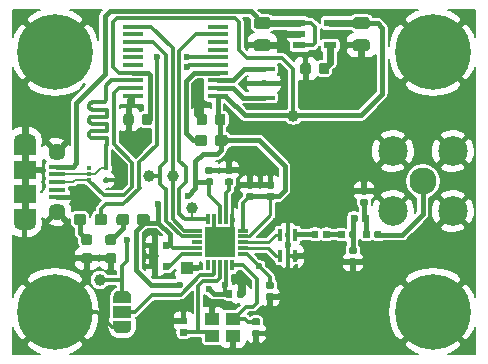
<source format=gtl>
G04 #@! TF.GenerationSoftware,KiCad,Pcbnew,(5.0.0)*
G04 #@! TF.CreationDate,2019-01-10T03:07:59-03:00*
G04 #@! TF.ProjectId,EstacionTerrena,4573746163696F6E54657272656E612E,rev?*
G04 #@! TF.SameCoordinates,Original*
G04 #@! TF.FileFunction,Copper,L1,Top,Signal*
G04 #@! TF.FilePolarity,Positive*
%FSLAX46Y46*%
G04 Gerber Fmt 4.6, Leading zero omitted, Abs format (unit mm)*
G04 Created by KiCad (PCBNEW (5.0.0)) date 01/10/19 03:07:59*
%MOMM*%
%LPD*%
G01*
G04 APERTURE LIST*
G04 #@! TA.AperFunction,Conductor*
%ADD10C,0.100000*%
G04 #@! TD*
G04 #@! TA.AperFunction,SMDPad,CuDef*
%ADD11C,0.590000*%
G04 #@! TD*
G04 #@! TA.AperFunction,ComponentPad*
%ADD12C,6.400000*%
G04 #@! TD*
G04 #@! TA.AperFunction,SMDPad,CuDef*
%ADD13C,0.875000*%
G04 #@! TD*
G04 #@! TA.AperFunction,SMDPad,CuDef*
%ADD14C,0.975000*%
G04 #@! TD*
G04 #@! TA.AperFunction,SMDPad,CuDef*
%ADD15R,1.900000X1.500000*%
G04 #@! TD*
G04 #@! TA.AperFunction,ComponentPad*
%ADD16C,1.450000*%
G04 #@! TD*
G04 #@! TA.AperFunction,SMDPad,CuDef*
%ADD17R,1.350000X0.400000*%
G04 #@! TD*
G04 #@! TA.AperFunction,ComponentPad*
%ADD18O,1.900000X1.200000*%
G04 #@! TD*
G04 #@! TA.AperFunction,SMDPad,CuDef*
%ADD19R,1.900000X1.200000*%
G04 #@! TD*
G04 #@! TA.AperFunction,SMDPad,CuDef*
%ADD20R,1.150000X1.000000*%
G04 #@! TD*
G04 #@! TA.AperFunction,SMDPad,CuDef*
%ADD21R,1.900000X0.400000*%
G04 #@! TD*
G04 #@! TA.AperFunction,SMDPad,CuDef*
%ADD22R,1.750000X0.450000*%
G04 #@! TD*
G04 #@! TA.AperFunction,SMDPad,CuDef*
%ADD23R,0.450000X0.300000*%
G04 #@! TD*
G04 #@! TA.AperFunction,SMDPad,CuDef*
%ADD24C,0.950000*%
G04 #@! TD*
G04 #@! TA.AperFunction,ComponentPad*
%ADD25C,2.300000*%
G04 #@! TD*
G04 #@! TA.AperFunction,ComponentPad*
%ADD26C,2.500000*%
G04 #@! TD*
G04 #@! TA.AperFunction,SMDPad,CuDef*
%ADD27R,1.050000X0.600000*%
G04 #@! TD*
G04 #@! TA.AperFunction,SMDPad,CuDef*
%ADD28R,0.900000X0.300000*%
G04 #@! TD*
G04 #@! TA.AperFunction,SMDPad,CuDef*
%ADD29R,0.300000X0.900000*%
G04 #@! TD*
G04 #@! TA.AperFunction,SMDPad,CuDef*
%ADD30R,2.500000X2.500000*%
G04 #@! TD*
G04 #@! TA.AperFunction,SMDPad,CuDef*
%ADD31R,0.350000X1.000000*%
G04 #@! TD*
G04 #@! TA.AperFunction,BGAPad,CuDef*
%ADD32C,1.000000*%
G04 #@! TD*
G04 #@! TA.AperFunction,ComponentPad*
%ADD33R,1.000000X1.000000*%
G04 #@! TD*
G04 #@! TA.AperFunction,SMDPad,CuDef*
%ADD34C,0.500000*%
G04 #@! TD*
G04 #@! TA.AperFunction,SMDPad,CuDef*
%ADD35R,1.500000X1.000000*%
G04 #@! TD*
G04 #@! TA.AperFunction,ViaPad*
%ADD36C,0.600000*%
G04 #@! TD*
G04 #@! TA.AperFunction,Conductor*
%ADD37C,0.400000*%
G04 #@! TD*
G04 #@! TA.AperFunction,Conductor*
%ADD38C,0.600000*%
G04 #@! TD*
G04 #@! TA.AperFunction,Conductor*
%ADD39C,0.300000*%
G04 #@! TD*
G04 #@! TA.AperFunction,Conductor*
%ADD40C,0.250000*%
G04 #@! TD*
G04 #@! TA.AperFunction,Conductor*
%ADD41C,0.450000*%
G04 #@! TD*
G04 #@! TA.AperFunction,Conductor*
%ADD42C,0.200000*%
G04 #@! TD*
G04 APERTURE END LIST*
D10*
G04 #@! TO.N,Net-(C17-Pad1)*
G04 #@! TO.C,C17*
G36*
X27140359Y-19117111D02*
X27154677Y-19119235D01*
X27168718Y-19122752D01*
X27182347Y-19127629D01*
X27195432Y-19133818D01*
X27207848Y-19141259D01*
X27219474Y-19149882D01*
X27230199Y-19159603D01*
X27239920Y-19170328D01*
X27248543Y-19181954D01*
X27255984Y-19194370D01*
X27262173Y-19207455D01*
X27267050Y-19221084D01*
X27270567Y-19235125D01*
X27272691Y-19249443D01*
X27273401Y-19263901D01*
X27273401Y-19608901D01*
X27272691Y-19623359D01*
X27270567Y-19637677D01*
X27267050Y-19651718D01*
X27262173Y-19665347D01*
X27255984Y-19678432D01*
X27248543Y-19690848D01*
X27239920Y-19702474D01*
X27230199Y-19713199D01*
X27219474Y-19722920D01*
X27207848Y-19731543D01*
X27195432Y-19738984D01*
X27182347Y-19745173D01*
X27168718Y-19750050D01*
X27154677Y-19753567D01*
X27140359Y-19755691D01*
X27125901Y-19756401D01*
X26830901Y-19756401D01*
X26816443Y-19755691D01*
X26802125Y-19753567D01*
X26788084Y-19750050D01*
X26774455Y-19745173D01*
X26761370Y-19738984D01*
X26748954Y-19731543D01*
X26737328Y-19722920D01*
X26726603Y-19713199D01*
X26716882Y-19702474D01*
X26708259Y-19690848D01*
X26700818Y-19678432D01*
X26694629Y-19665347D01*
X26689752Y-19651718D01*
X26686235Y-19637677D01*
X26684111Y-19623359D01*
X26683401Y-19608901D01*
X26683401Y-19263901D01*
X26684111Y-19249443D01*
X26686235Y-19235125D01*
X26689752Y-19221084D01*
X26694629Y-19207455D01*
X26700818Y-19194370D01*
X26708259Y-19181954D01*
X26716882Y-19170328D01*
X26726603Y-19159603D01*
X26737328Y-19149882D01*
X26748954Y-19141259D01*
X26761370Y-19133818D01*
X26774455Y-19127629D01*
X26788084Y-19122752D01*
X26802125Y-19119235D01*
X26816443Y-19117111D01*
X26830901Y-19116401D01*
X27125901Y-19116401D01*
X27140359Y-19117111D01*
X27140359Y-19117111D01*
G37*
D11*
G04 #@! TD*
G04 #@! TO.P,C17,1*
G04 #@! TO.N,Net-(C17-Pad1)*
X26978401Y-19436401D03*
D10*
G04 #@! TO.N,Net-(C17-Pad2)*
G04 #@! TO.C,C17*
G36*
X26170359Y-19117111D02*
X26184677Y-19119235D01*
X26198718Y-19122752D01*
X26212347Y-19127629D01*
X26225432Y-19133818D01*
X26237848Y-19141259D01*
X26249474Y-19149882D01*
X26260199Y-19159603D01*
X26269920Y-19170328D01*
X26278543Y-19181954D01*
X26285984Y-19194370D01*
X26292173Y-19207455D01*
X26297050Y-19221084D01*
X26300567Y-19235125D01*
X26302691Y-19249443D01*
X26303401Y-19263901D01*
X26303401Y-19608901D01*
X26302691Y-19623359D01*
X26300567Y-19637677D01*
X26297050Y-19651718D01*
X26292173Y-19665347D01*
X26285984Y-19678432D01*
X26278543Y-19690848D01*
X26269920Y-19702474D01*
X26260199Y-19713199D01*
X26249474Y-19722920D01*
X26237848Y-19731543D01*
X26225432Y-19738984D01*
X26212347Y-19745173D01*
X26198718Y-19750050D01*
X26184677Y-19753567D01*
X26170359Y-19755691D01*
X26155901Y-19756401D01*
X25860901Y-19756401D01*
X25846443Y-19755691D01*
X25832125Y-19753567D01*
X25818084Y-19750050D01*
X25804455Y-19745173D01*
X25791370Y-19738984D01*
X25778954Y-19731543D01*
X25767328Y-19722920D01*
X25756603Y-19713199D01*
X25746882Y-19702474D01*
X25738259Y-19690848D01*
X25730818Y-19678432D01*
X25724629Y-19665347D01*
X25719752Y-19651718D01*
X25716235Y-19637677D01*
X25714111Y-19623359D01*
X25713401Y-19608901D01*
X25713401Y-19263901D01*
X25714111Y-19249443D01*
X25716235Y-19235125D01*
X25719752Y-19221084D01*
X25724629Y-19207455D01*
X25730818Y-19194370D01*
X25738259Y-19181954D01*
X25746882Y-19170328D01*
X25756603Y-19159603D01*
X25767328Y-19149882D01*
X25778954Y-19141259D01*
X25791370Y-19133818D01*
X25804455Y-19127629D01*
X25818084Y-19122752D01*
X25832125Y-19119235D01*
X25846443Y-19117111D01*
X25860901Y-19116401D01*
X26155901Y-19116401D01*
X26170359Y-19117111D01*
X26170359Y-19117111D01*
G37*
D11*
G04 #@! TD*
G04 #@! TO.P,C17,2*
G04 #@! TO.N,Net-(C17-Pad2)*
X26008401Y-19436401D03*
D12*
G04 #@! TO.P,H2,1*
G04 #@! TO.N,GND*
X36000000Y-26000000D03*
G04 #@! TD*
G04 #@! TO.P,H3,1*
G04 #@! TO.N,GND*
X36000000Y-4000000D03*
G04 #@! TD*
G04 #@! TO.P,H4,1*
G04 #@! TO.N,GND*
X4000000Y-26000000D03*
G04 #@! TD*
G04 #@! TO.P,H1,1*
G04 #@! TO.N,GND*
X4000000Y-4000000D03*
G04 #@! TD*
D10*
G04 #@! TO.N,GND*
G04 #@! TO.C,C15*
G36*
X29410758Y-21468910D02*
X29425076Y-21471034D01*
X29439117Y-21474551D01*
X29452746Y-21479428D01*
X29465831Y-21485617D01*
X29478247Y-21493058D01*
X29489873Y-21501681D01*
X29500598Y-21511402D01*
X29510319Y-21522127D01*
X29518942Y-21533753D01*
X29526383Y-21546169D01*
X29532572Y-21559254D01*
X29537449Y-21572883D01*
X29540966Y-21586924D01*
X29543090Y-21601242D01*
X29543800Y-21615700D01*
X29543800Y-21910700D01*
X29543090Y-21925158D01*
X29540966Y-21939476D01*
X29537449Y-21953517D01*
X29532572Y-21967146D01*
X29526383Y-21980231D01*
X29518942Y-21992647D01*
X29510319Y-22004273D01*
X29500598Y-22014998D01*
X29489873Y-22024719D01*
X29478247Y-22033342D01*
X29465831Y-22040783D01*
X29452746Y-22046972D01*
X29439117Y-22051849D01*
X29425076Y-22055366D01*
X29410758Y-22057490D01*
X29396300Y-22058200D01*
X29051300Y-22058200D01*
X29036842Y-22057490D01*
X29022524Y-22055366D01*
X29008483Y-22051849D01*
X28994854Y-22046972D01*
X28981769Y-22040783D01*
X28969353Y-22033342D01*
X28957727Y-22024719D01*
X28947002Y-22014998D01*
X28937281Y-22004273D01*
X28928658Y-21992647D01*
X28921217Y-21980231D01*
X28915028Y-21967146D01*
X28910151Y-21953517D01*
X28906634Y-21939476D01*
X28904510Y-21925158D01*
X28903800Y-21910700D01*
X28903800Y-21615700D01*
X28904510Y-21601242D01*
X28906634Y-21586924D01*
X28910151Y-21572883D01*
X28915028Y-21559254D01*
X28921217Y-21546169D01*
X28928658Y-21533753D01*
X28937281Y-21522127D01*
X28947002Y-21511402D01*
X28957727Y-21501681D01*
X28969353Y-21493058D01*
X28981769Y-21485617D01*
X28994854Y-21479428D01*
X29008483Y-21474551D01*
X29022524Y-21471034D01*
X29036842Y-21468910D01*
X29051300Y-21468200D01*
X29396300Y-21468200D01*
X29410758Y-21468910D01*
X29410758Y-21468910D01*
G37*
D11*
G04 #@! TD*
G04 #@! TO.P,C15,2*
G04 #@! TO.N,GND*
X29223800Y-21763200D03*
D10*
G04 #@! TO.N,Net-(C15-Pad1)*
G04 #@! TO.C,C15*
G36*
X29410758Y-20498910D02*
X29425076Y-20501034D01*
X29439117Y-20504551D01*
X29452746Y-20509428D01*
X29465831Y-20515617D01*
X29478247Y-20523058D01*
X29489873Y-20531681D01*
X29500598Y-20541402D01*
X29510319Y-20552127D01*
X29518942Y-20563753D01*
X29526383Y-20576169D01*
X29532572Y-20589254D01*
X29537449Y-20602883D01*
X29540966Y-20616924D01*
X29543090Y-20631242D01*
X29543800Y-20645700D01*
X29543800Y-20940700D01*
X29543090Y-20955158D01*
X29540966Y-20969476D01*
X29537449Y-20983517D01*
X29532572Y-20997146D01*
X29526383Y-21010231D01*
X29518942Y-21022647D01*
X29510319Y-21034273D01*
X29500598Y-21044998D01*
X29489873Y-21054719D01*
X29478247Y-21063342D01*
X29465831Y-21070783D01*
X29452746Y-21076972D01*
X29439117Y-21081849D01*
X29425076Y-21085366D01*
X29410758Y-21087490D01*
X29396300Y-21088200D01*
X29051300Y-21088200D01*
X29036842Y-21087490D01*
X29022524Y-21085366D01*
X29008483Y-21081849D01*
X28994854Y-21076972D01*
X28981769Y-21070783D01*
X28969353Y-21063342D01*
X28957727Y-21054719D01*
X28947002Y-21044998D01*
X28937281Y-21034273D01*
X28928658Y-21022647D01*
X28921217Y-21010231D01*
X28915028Y-20997146D01*
X28910151Y-20983517D01*
X28906634Y-20969476D01*
X28904510Y-20955158D01*
X28903800Y-20940700D01*
X28903800Y-20645700D01*
X28904510Y-20631242D01*
X28906634Y-20616924D01*
X28910151Y-20602883D01*
X28915028Y-20589254D01*
X28921217Y-20576169D01*
X28928658Y-20563753D01*
X28937281Y-20552127D01*
X28947002Y-20541402D01*
X28957727Y-20531681D01*
X28969353Y-20523058D01*
X28981769Y-20515617D01*
X28994854Y-20509428D01*
X29008483Y-20504551D01*
X29022524Y-20501034D01*
X29036842Y-20498910D01*
X29051300Y-20498200D01*
X29396300Y-20498200D01*
X29410758Y-20498910D01*
X29410758Y-20498910D01*
G37*
D11*
G04 #@! TD*
G04 #@! TO.P,C15,1*
G04 #@! TO.N,Net-(C15-Pad1)*
X29223800Y-20793200D03*
D10*
G04 #@! TO.N,Net-(C16-Pad1)*
G04 #@! TO.C,C16*
G36*
X30348158Y-16439710D02*
X30362476Y-16441834D01*
X30376517Y-16445351D01*
X30390146Y-16450228D01*
X30403231Y-16456417D01*
X30415647Y-16463858D01*
X30427273Y-16472481D01*
X30437998Y-16482202D01*
X30447719Y-16492927D01*
X30456342Y-16504553D01*
X30463783Y-16516969D01*
X30469972Y-16530054D01*
X30474849Y-16543683D01*
X30478366Y-16557724D01*
X30480490Y-16572042D01*
X30481200Y-16586500D01*
X30481200Y-16881500D01*
X30480490Y-16895958D01*
X30478366Y-16910276D01*
X30474849Y-16924317D01*
X30469972Y-16937946D01*
X30463783Y-16951031D01*
X30456342Y-16963447D01*
X30447719Y-16975073D01*
X30437998Y-16985798D01*
X30427273Y-16995519D01*
X30415647Y-17004142D01*
X30403231Y-17011583D01*
X30390146Y-17017772D01*
X30376517Y-17022649D01*
X30362476Y-17026166D01*
X30348158Y-17028290D01*
X30333700Y-17029000D01*
X29988700Y-17029000D01*
X29974242Y-17028290D01*
X29959924Y-17026166D01*
X29945883Y-17022649D01*
X29932254Y-17017772D01*
X29919169Y-17011583D01*
X29906753Y-17004142D01*
X29895127Y-16995519D01*
X29884402Y-16985798D01*
X29874681Y-16975073D01*
X29866058Y-16963447D01*
X29858617Y-16951031D01*
X29852428Y-16937946D01*
X29847551Y-16924317D01*
X29844034Y-16910276D01*
X29841910Y-16895958D01*
X29841200Y-16881500D01*
X29841200Y-16586500D01*
X29841910Y-16572042D01*
X29844034Y-16557724D01*
X29847551Y-16543683D01*
X29852428Y-16530054D01*
X29858617Y-16516969D01*
X29866058Y-16504553D01*
X29874681Y-16492927D01*
X29884402Y-16482202D01*
X29895127Y-16472481D01*
X29906753Y-16463858D01*
X29919169Y-16456417D01*
X29932254Y-16450228D01*
X29945883Y-16445351D01*
X29959924Y-16441834D01*
X29974242Y-16439710D01*
X29988700Y-16439000D01*
X30333700Y-16439000D01*
X30348158Y-16439710D01*
X30348158Y-16439710D01*
G37*
D11*
G04 #@! TD*
G04 #@! TO.P,C16,1*
G04 #@! TO.N,Net-(C16-Pad1)*
X30161200Y-16734000D03*
D10*
G04 #@! TO.N,GND*
G04 #@! TO.C,C16*
G36*
X30348158Y-15469710D02*
X30362476Y-15471834D01*
X30376517Y-15475351D01*
X30390146Y-15480228D01*
X30403231Y-15486417D01*
X30415647Y-15493858D01*
X30427273Y-15502481D01*
X30437998Y-15512202D01*
X30447719Y-15522927D01*
X30456342Y-15534553D01*
X30463783Y-15546969D01*
X30469972Y-15560054D01*
X30474849Y-15573683D01*
X30478366Y-15587724D01*
X30480490Y-15602042D01*
X30481200Y-15616500D01*
X30481200Y-15911500D01*
X30480490Y-15925958D01*
X30478366Y-15940276D01*
X30474849Y-15954317D01*
X30469972Y-15967946D01*
X30463783Y-15981031D01*
X30456342Y-15993447D01*
X30447719Y-16005073D01*
X30437998Y-16015798D01*
X30427273Y-16025519D01*
X30415647Y-16034142D01*
X30403231Y-16041583D01*
X30390146Y-16047772D01*
X30376517Y-16052649D01*
X30362476Y-16056166D01*
X30348158Y-16058290D01*
X30333700Y-16059000D01*
X29988700Y-16059000D01*
X29974242Y-16058290D01*
X29959924Y-16056166D01*
X29945883Y-16052649D01*
X29932254Y-16047772D01*
X29919169Y-16041583D01*
X29906753Y-16034142D01*
X29895127Y-16025519D01*
X29884402Y-16015798D01*
X29874681Y-16005073D01*
X29866058Y-15993447D01*
X29858617Y-15981031D01*
X29852428Y-15967946D01*
X29847551Y-15954317D01*
X29844034Y-15940276D01*
X29841910Y-15925958D01*
X29841200Y-15911500D01*
X29841200Y-15616500D01*
X29841910Y-15602042D01*
X29844034Y-15587724D01*
X29847551Y-15573683D01*
X29852428Y-15560054D01*
X29858617Y-15546969D01*
X29866058Y-15534553D01*
X29874681Y-15522927D01*
X29884402Y-15512202D01*
X29895127Y-15502481D01*
X29906753Y-15493858D01*
X29919169Y-15486417D01*
X29932254Y-15480228D01*
X29945883Y-15475351D01*
X29959924Y-15471834D01*
X29974242Y-15469710D01*
X29988700Y-15469000D01*
X30333700Y-15469000D01*
X30348158Y-15469710D01*
X30348158Y-15469710D01*
G37*
D11*
G04 #@! TD*
G04 #@! TO.P,C16,2*
G04 #@! TO.N,GND*
X30161200Y-15764000D03*
D10*
G04 #@! TO.N,GND*
G04 #@! TO.C,C5*
G36*
X10462291Y-9221853D02*
X10483526Y-9225003D01*
X10504350Y-9230219D01*
X10524562Y-9237451D01*
X10543968Y-9246630D01*
X10562381Y-9257666D01*
X10579624Y-9270454D01*
X10595530Y-9284870D01*
X10609946Y-9300776D01*
X10622734Y-9318019D01*
X10633770Y-9336432D01*
X10642949Y-9355838D01*
X10650181Y-9376050D01*
X10655397Y-9396874D01*
X10658547Y-9418109D01*
X10659600Y-9439550D01*
X10659600Y-9952050D01*
X10658547Y-9973491D01*
X10655397Y-9994726D01*
X10650181Y-10015550D01*
X10642949Y-10035762D01*
X10633770Y-10055168D01*
X10622734Y-10073581D01*
X10609946Y-10090824D01*
X10595530Y-10106730D01*
X10579624Y-10121146D01*
X10562381Y-10133934D01*
X10543968Y-10144970D01*
X10524562Y-10154149D01*
X10504350Y-10161381D01*
X10483526Y-10166597D01*
X10462291Y-10169747D01*
X10440850Y-10170800D01*
X10003350Y-10170800D01*
X9981909Y-10169747D01*
X9960674Y-10166597D01*
X9939850Y-10161381D01*
X9919638Y-10154149D01*
X9900232Y-10144970D01*
X9881819Y-10133934D01*
X9864576Y-10121146D01*
X9848670Y-10106730D01*
X9834254Y-10090824D01*
X9821466Y-10073581D01*
X9810430Y-10055168D01*
X9801251Y-10035762D01*
X9794019Y-10015550D01*
X9788803Y-9994726D01*
X9785653Y-9973491D01*
X9784600Y-9952050D01*
X9784600Y-9439550D01*
X9785653Y-9418109D01*
X9788803Y-9396874D01*
X9794019Y-9376050D01*
X9801251Y-9355838D01*
X9810430Y-9336432D01*
X9821466Y-9318019D01*
X9834254Y-9300776D01*
X9848670Y-9284870D01*
X9864576Y-9270454D01*
X9881819Y-9257666D01*
X9900232Y-9246630D01*
X9919638Y-9237451D01*
X9939850Y-9230219D01*
X9960674Y-9225003D01*
X9981909Y-9221853D01*
X10003350Y-9220800D01*
X10440850Y-9220800D01*
X10462291Y-9221853D01*
X10462291Y-9221853D01*
G37*
D13*
G04 #@! TD*
G04 #@! TO.P,C5,2*
G04 #@! TO.N,GND*
X10222100Y-9695800D03*
D10*
G04 #@! TO.N,+3V3*
G04 #@! TO.C,C5*
G36*
X12037291Y-9221853D02*
X12058526Y-9225003D01*
X12079350Y-9230219D01*
X12099562Y-9237451D01*
X12118968Y-9246630D01*
X12137381Y-9257666D01*
X12154624Y-9270454D01*
X12170530Y-9284870D01*
X12184946Y-9300776D01*
X12197734Y-9318019D01*
X12208770Y-9336432D01*
X12217949Y-9355838D01*
X12225181Y-9376050D01*
X12230397Y-9396874D01*
X12233547Y-9418109D01*
X12234600Y-9439550D01*
X12234600Y-9952050D01*
X12233547Y-9973491D01*
X12230397Y-9994726D01*
X12225181Y-10015550D01*
X12217949Y-10035762D01*
X12208770Y-10055168D01*
X12197734Y-10073581D01*
X12184946Y-10090824D01*
X12170530Y-10106730D01*
X12154624Y-10121146D01*
X12137381Y-10133934D01*
X12118968Y-10144970D01*
X12099562Y-10154149D01*
X12079350Y-10161381D01*
X12058526Y-10166597D01*
X12037291Y-10169747D01*
X12015850Y-10170800D01*
X11578350Y-10170800D01*
X11556909Y-10169747D01*
X11535674Y-10166597D01*
X11514850Y-10161381D01*
X11494638Y-10154149D01*
X11475232Y-10144970D01*
X11456819Y-10133934D01*
X11439576Y-10121146D01*
X11423670Y-10106730D01*
X11409254Y-10090824D01*
X11396466Y-10073581D01*
X11385430Y-10055168D01*
X11376251Y-10035762D01*
X11369019Y-10015550D01*
X11363803Y-9994726D01*
X11360653Y-9973491D01*
X11359600Y-9952050D01*
X11359600Y-9439550D01*
X11360653Y-9418109D01*
X11363803Y-9396874D01*
X11369019Y-9376050D01*
X11376251Y-9355838D01*
X11385430Y-9336432D01*
X11396466Y-9318019D01*
X11409254Y-9300776D01*
X11423670Y-9284870D01*
X11439576Y-9270454D01*
X11456819Y-9257666D01*
X11475232Y-9246630D01*
X11494638Y-9237451D01*
X11514850Y-9230219D01*
X11535674Y-9225003D01*
X11556909Y-9221853D01*
X11578350Y-9220800D01*
X12015850Y-9220800D01*
X12037291Y-9221853D01*
X12037291Y-9221853D01*
G37*
D13*
G04 #@! TD*
G04 #@! TO.P,C5,1*
G04 #@! TO.N,+3V3*
X11797100Y-9695800D03*
D10*
G04 #@! TO.N,+3V3*
G04 #@! TO.C,C4*
G36*
X18234891Y-9221853D02*
X18256126Y-9225003D01*
X18276950Y-9230219D01*
X18297162Y-9237451D01*
X18316568Y-9246630D01*
X18334981Y-9257666D01*
X18352224Y-9270454D01*
X18368130Y-9284870D01*
X18382546Y-9300776D01*
X18395334Y-9318019D01*
X18406370Y-9336432D01*
X18415549Y-9355838D01*
X18422781Y-9376050D01*
X18427997Y-9396874D01*
X18431147Y-9418109D01*
X18432200Y-9439550D01*
X18432200Y-9952050D01*
X18431147Y-9973491D01*
X18427997Y-9994726D01*
X18422781Y-10015550D01*
X18415549Y-10035762D01*
X18406370Y-10055168D01*
X18395334Y-10073581D01*
X18382546Y-10090824D01*
X18368130Y-10106730D01*
X18352224Y-10121146D01*
X18334981Y-10133934D01*
X18316568Y-10144970D01*
X18297162Y-10154149D01*
X18276950Y-10161381D01*
X18256126Y-10166597D01*
X18234891Y-10169747D01*
X18213450Y-10170800D01*
X17775950Y-10170800D01*
X17754509Y-10169747D01*
X17733274Y-10166597D01*
X17712450Y-10161381D01*
X17692238Y-10154149D01*
X17672832Y-10144970D01*
X17654419Y-10133934D01*
X17637176Y-10121146D01*
X17621270Y-10106730D01*
X17606854Y-10090824D01*
X17594066Y-10073581D01*
X17583030Y-10055168D01*
X17573851Y-10035762D01*
X17566619Y-10015550D01*
X17561403Y-9994726D01*
X17558253Y-9973491D01*
X17557200Y-9952050D01*
X17557200Y-9439550D01*
X17558253Y-9418109D01*
X17561403Y-9396874D01*
X17566619Y-9376050D01*
X17573851Y-9355838D01*
X17583030Y-9336432D01*
X17594066Y-9318019D01*
X17606854Y-9300776D01*
X17621270Y-9284870D01*
X17637176Y-9270454D01*
X17654419Y-9257666D01*
X17672832Y-9246630D01*
X17692238Y-9237451D01*
X17712450Y-9230219D01*
X17733274Y-9225003D01*
X17754509Y-9221853D01*
X17775950Y-9220800D01*
X18213450Y-9220800D01*
X18234891Y-9221853D01*
X18234891Y-9221853D01*
G37*
D13*
G04 #@! TD*
G04 #@! TO.P,C4,1*
G04 #@! TO.N,+3V3*
X17994700Y-9695800D03*
D10*
G04 #@! TO.N,GND*
G04 #@! TO.C,C4*
G36*
X16659891Y-9221853D02*
X16681126Y-9225003D01*
X16701950Y-9230219D01*
X16722162Y-9237451D01*
X16741568Y-9246630D01*
X16759981Y-9257666D01*
X16777224Y-9270454D01*
X16793130Y-9284870D01*
X16807546Y-9300776D01*
X16820334Y-9318019D01*
X16831370Y-9336432D01*
X16840549Y-9355838D01*
X16847781Y-9376050D01*
X16852997Y-9396874D01*
X16856147Y-9418109D01*
X16857200Y-9439550D01*
X16857200Y-9952050D01*
X16856147Y-9973491D01*
X16852997Y-9994726D01*
X16847781Y-10015550D01*
X16840549Y-10035762D01*
X16831370Y-10055168D01*
X16820334Y-10073581D01*
X16807546Y-10090824D01*
X16793130Y-10106730D01*
X16777224Y-10121146D01*
X16759981Y-10133934D01*
X16741568Y-10144970D01*
X16722162Y-10154149D01*
X16701950Y-10161381D01*
X16681126Y-10166597D01*
X16659891Y-10169747D01*
X16638450Y-10170800D01*
X16200950Y-10170800D01*
X16179509Y-10169747D01*
X16158274Y-10166597D01*
X16137450Y-10161381D01*
X16117238Y-10154149D01*
X16097832Y-10144970D01*
X16079419Y-10133934D01*
X16062176Y-10121146D01*
X16046270Y-10106730D01*
X16031854Y-10090824D01*
X16019066Y-10073581D01*
X16008030Y-10055168D01*
X15998851Y-10035762D01*
X15991619Y-10015550D01*
X15986403Y-9994726D01*
X15983253Y-9973491D01*
X15982200Y-9952050D01*
X15982200Y-9439550D01*
X15983253Y-9418109D01*
X15986403Y-9396874D01*
X15991619Y-9376050D01*
X15998851Y-9355838D01*
X16008030Y-9336432D01*
X16019066Y-9318019D01*
X16031854Y-9300776D01*
X16046270Y-9284870D01*
X16062176Y-9270454D01*
X16079419Y-9257666D01*
X16097832Y-9246630D01*
X16117238Y-9237451D01*
X16137450Y-9230219D01*
X16158274Y-9225003D01*
X16179509Y-9221853D01*
X16200950Y-9220800D01*
X16638450Y-9220800D01*
X16659891Y-9221853D01*
X16659891Y-9221853D01*
G37*
D13*
G04 #@! TD*
G04 #@! TO.P,C4,2*
G04 #@! TO.N,GND*
X16419700Y-9695800D03*
D10*
G04 #@! TO.N,GND*
G04 #@! TO.C,C2*
G36*
X25448291Y-4929253D02*
X25469526Y-4932403D01*
X25490350Y-4937619D01*
X25510562Y-4944851D01*
X25529968Y-4954030D01*
X25548381Y-4965066D01*
X25565624Y-4977854D01*
X25581530Y-4992270D01*
X25595946Y-5008176D01*
X25608734Y-5025419D01*
X25619770Y-5043832D01*
X25628949Y-5063238D01*
X25636181Y-5083450D01*
X25641397Y-5104274D01*
X25644547Y-5125509D01*
X25645600Y-5146950D01*
X25645600Y-5659450D01*
X25644547Y-5680891D01*
X25641397Y-5702126D01*
X25636181Y-5722950D01*
X25628949Y-5743162D01*
X25619770Y-5762568D01*
X25608734Y-5780981D01*
X25595946Y-5798224D01*
X25581530Y-5814130D01*
X25565624Y-5828546D01*
X25548381Y-5841334D01*
X25529968Y-5852370D01*
X25510562Y-5861549D01*
X25490350Y-5868781D01*
X25469526Y-5873997D01*
X25448291Y-5877147D01*
X25426850Y-5878200D01*
X24989350Y-5878200D01*
X24967909Y-5877147D01*
X24946674Y-5873997D01*
X24925850Y-5868781D01*
X24905638Y-5861549D01*
X24886232Y-5852370D01*
X24867819Y-5841334D01*
X24850576Y-5828546D01*
X24834670Y-5814130D01*
X24820254Y-5798224D01*
X24807466Y-5780981D01*
X24796430Y-5762568D01*
X24787251Y-5743162D01*
X24780019Y-5722950D01*
X24774803Y-5702126D01*
X24771653Y-5680891D01*
X24770600Y-5659450D01*
X24770600Y-5146950D01*
X24771653Y-5125509D01*
X24774803Y-5104274D01*
X24780019Y-5083450D01*
X24787251Y-5063238D01*
X24796430Y-5043832D01*
X24807466Y-5025419D01*
X24820254Y-5008176D01*
X24834670Y-4992270D01*
X24850576Y-4977854D01*
X24867819Y-4965066D01*
X24886232Y-4954030D01*
X24905638Y-4944851D01*
X24925850Y-4937619D01*
X24946674Y-4932403D01*
X24967909Y-4929253D01*
X24989350Y-4928200D01*
X25426850Y-4928200D01*
X25448291Y-4929253D01*
X25448291Y-4929253D01*
G37*
D13*
G04 #@! TD*
G04 #@! TO.P,C2,2*
G04 #@! TO.N,GND*
X25208100Y-5403200D03*
D10*
G04 #@! TO.N,Net-(C2-Pad1)*
G04 #@! TO.C,C2*
G36*
X27023291Y-4929253D02*
X27044526Y-4932403D01*
X27065350Y-4937619D01*
X27085562Y-4944851D01*
X27104968Y-4954030D01*
X27123381Y-4965066D01*
X27140624Y-4977854D01*
X27156530Y-4992270D01*
X27170946Y-5008176D01*
X27183734Y-5025419D01*
X27194770Y-5043832D01*
X27203949Y-5063238D01*
X27211181Y-5083450D01*
X27216397Y-5104274D01*
X27219547Y-5125509D01*
X27220600Y-5146950D01*
X27220600Y-5659450D01*
X27219547Y-5680891D01*
X27216397Y-5702126D01*
X27211181Y-5722950D01*
X27203949Y-5743162D01*
X27194770Y-5762568D01*
X27183734Y-5780981D01*
X27170946Y-5798224D01*
X27156530Y-5814130D01*
X27140624Y-5828546D01*
X27123381Y-5841334D01*
X27104968Y-5852370D01*
X27085562Y-5861549D01*
X27065350Y-5868781D01*
X27044526Y-5873997D01*
X27023291Y-5877147D01*
X27001850Y-5878200D01*
X26564350Y-5878200D01*
X26542909Y-5877147D01*
X26521674Y-5873997D01*
X26500850Y-5868781D01*
X26480638Y-5861549D01*
X26461232Y-5852370D01*
X26442819Y-5841334D01*
X26425576Y-5828546D01*
X26409670Y-5814130D01*
X26395254Y-5798224D01*
X26382466Y-5780981D01*
X26371430Y-5762568D01*
X26362251Y-5743162D01*
X26355019Y-5722950D01*
X26349803Y-5702126D01*
X26346653Y-5680891D01*
X26345600Y-5659450D01*
X26345600Y-5146950D01*
X26346653Y-5125509D01*
X26349803Y-5104274D01*
X26355019Y-5083450D01*
X26362251Y-5063238D01*
X26371430Y-5043832D01*
X26382466Y-5025419D01*
X26395254Y-5008176D01*
X26409670Y-4992270D01*
X26425576Y-4977854D01*
X26442819Y-4965066D01*
X26461232Y-4954030D01*
X26480638Y-4944851D01*
X26500850Y-4937619D01*
X26521674Y-4932403D01*
X26542909Y-4929253D01*
X26564350Y-4928200D01*
X27001850Y-4928200D01*
X27023291Y-4929253D01*
X27023291Y-4929253D01*
G37*
D13*
G04 #@! TD*
G04 #@! TO.P,C2,1*
G04 #@! TO.N,Net-(C2-Pad1)*
X26783100Y-5403200D03*
D10*
G04 #@! TO.N,GND*
G04 #@! TO.C,C3*
G36*
X30412742Y-2933374D02*
X30436403Y-2936884D01*
X30459607Y-2942696D01*
X30482129Y-2950754D01*
X30503753Y-2960982D01*
X30524270Y-2973279D01*
X30543483Y-2987529D01*
X30561207Y-3003593D01*
X30577271Y-3021317D01*
X30591521Y-3040530D01*
X30603818Y-3061047D01*
X30614046Y-3082671D01*
X30622104Y-3105193D01*
X30627916Y-3128397D01*
X30631426Y-3152058D01*
X30632600Y-3175950D01*
X30632600Y-3663450D01*
X30631426Y-3687342D01*
X30627916Y-3711003D01*
X30622104Y-3734207D01*
X30614046Y-3756729D01*
X30603818Y-3778353D01*
X30591521Y-3798870D01*
X30577271Y-3818083D01*
X30561207Y-3835807D01*
X30543483Y-3851871D01*
X30524270Y-3866121D01*
X30503753Y-3878418D01*
X30482129Y-3888646D01*
X30459607Y-3896704D01*
X30436403Y-3902516D01*
X30412742Y-3906026D01*
X30388850Y-3907200D01*
X29476350Y-3907200D01*
X29452458Y-3906026D01*
X29428797Y-3902516D01*
X29405593Y-3896704D01*
X29383071Y-3888646D01*
X29361447Y-3878418D01*
X29340930Y-3866121D01*
X29321717Y-3851871D01*
X29303993Y-3835807D01*
X29287929Y-3818083D01*
X29273679Y-3798870D01*
X29261382Y-3778353D01*
X29251154Y-3756729D01*
X29243096Y-3734207D01*
X29237284Y-3711003D01*
X29233774Y-3687342D01*
X29232600Y-3663450D01*
X29232600Y-3175950D01*
X29233774Y-3152058D01*
X29237284Y-3128397D01*
X29243096Y-3105193D01*
X29251154Y-3082671D01*
X29261382Y-3061047D01*
X29273679Y-3040530D01*
X29287929Y-3021317D01*
X29303993Y-3003593D01*
X29321717Y-2987529D01*
X29340930Y-2973279D01*
X29361447Y-2960982D01*
X29383071Y-2950754D01*
X29405593Y-2942696D01*
X29428797Y-2936884D01*
X29452458Y-2933374D01*
X29476350Y-2932200D01*
X30388850Y-2932200D01*
X30412742Y-2933374D01*
X30412742Y-2933374D01*
G37*
D14*
G04 #@! TD*
G04 #@! TO.P,C3,2*
G04 #@! TO.N,GND*
X29932600Y-3419700D03*
D10*
G04 #@! TO.N,+3V3*
G04 #@! TO.C,C3*
G36*
X30412742Y-1058374D02*
X30436403Y-1061884D01*
X30459607Y-1067696D01*
X30482129Y-1075754D01*
X30503753Y-1085982D01*
X30524270Y-1098279D01*
X30543483Y-1112529D01*
X30561207Y-1128593D01*
X30577271Y-1146317D01*
X30591521Y-1165530D01*
X30603818Y-1186047D01*
X30614046Y-1207671D01*
X30622104Y-1230193D01*
X30627916Y-1253397D01*
X30631426Y-1277058D01*
X30632600Y-1300950D01*
X30632600Y-1788450D01*
X30631426Y-1812342D01*
X30627916Y-1836003D01*
X30622104Y-1859207D01*
X30614046Y-1881729D01*
X30603818Y-1903353D01*
X30591521Y-1923870D01*
X30577271Y-1943083D01*
X30561207Y-1960807D01*
X30543483Y-1976871D01*
X30524270Y-1991121D01*
X30503753Y-2003418D01*
X30482129Y-2013646D01*
X30459607Y-2021704D01*
X30436403Y-2027516D01*
X30412742Y-2031026D01*
X30388850Y-2032200D01*
X29476350Y-2032200D01*
X29452458Y-2031026D01*
X29428797Y-2027516D01*
X29405593Y-2021704D01*
X29383071Y-2013646D01*
X29361447Y-2003418D01*
X29340930Y-1991121D01*
X29321717Y-1976871D01*
X29303993Y-1960807D01*
X29287929Y-1943083D01*
X29273679Y-1923870D01*
X29261382Y-1903353D01*
X29251154Y-1881729D01*
X29243096Y-1859207D01*
X29237284Y-1836003D01*
X29233774Y-1812342D01*
X29232600Y-1788450D01*
X29232600Y-1300950D01*
X29233774Y-1277058D01*
X29237284Y-1253397D01*
X29243096Y-1230193D01*
X29251154Y-1207671D01*
X29261382Y-1186047D01*
X29273679Y-1165530D01*
X29287929Y-1146317D01*
X29303993Y-1128593D01*
X29321717Y-1112529D01*
X29340930Y-1098279D01*
X29361447Y-1085982D01*
X29383071Y-1075754D01*
X29405593Y-1067696D01*
X29428797Y-1061884D01*
X29452458Y-1058374D01*
X29476350Y-1057200D01*
X30388850Y-1057200D01*
X30412742Y-1058374D01*
X30412742Y-1058374D01*
G37*
D14*
G04 #@! TD*
G04 #@! TO.P,C3,1*
G04 #@! TO.N,+3V3*
X29932600Y-1544700D03*
D10*
G04 #@! TO.N,+5V*
G04 #@! TO.C,C1*
G36*
X22030742Y-1058374D02*
X22054403Y-1061884D01*
X22077607Y-1067696D01*
X22100129Y-1075754D01*
X22121753Y-1085982D01*
X22142270Y-1098279D01*
X22161483Y-1112529D01*
X22179207Y-1128593D01*
X22195271Y-1146317D01*
X22209521Y-1165530D01*
X22221818Y-1186047D01*
X22232046Y-1207671D01*
X22240104Y-1230193D01*
X22245916Y-1253397D01*
X22249426Y-1277058D01*
X22250600Y-1300950D01*
X22250600Y-1788450D01*
X22249426Y-1812342D01*
X22245916Y-1836003D01*
X22240104Y-1859207D01*
X22232046Y-1881729D01*
X22221818Y-1903353D01*
X22209521Y-1923870D01*
X22195271Y-1943083D01*
X22179207Y-1960807D01*
X22161483Y-1976871D01*
X22142270Y-1991121D01*
X22121753Y-2003418D01*
X22100129Y-2013646D01*
X22077607Y-2021704D01*
X22054403Y-2027516D01*
X22030742Y-2031026D01*
X22006850Y-2032200D01*
X21094350Y-2032200D01*
X21070458Y-2031026D01*
X21046797Y-2027516D01*
X21023593Y-2021704D01*
X21001071Y-2013646D01*
X20979447Y-2003418D01*
X20958930Y-1991121D01*
X20939717Y-1976871D01*
X20921993Y-1960807D01*
X20905929Y-1943083D01*
X20891679Y-1923870D01*
X20879382Y-1903353D01*
X20869154Y-1881729D01*
X20861096Y-1859207D01*
X20855284Y-1836003D01*
X20851774Y-1812342D01*
X20850600Y-1788450D01*
X20850600Y-1300950D01*
X20851774Y-1277058D01*
X20855284Y-1253397D01*
X20861096Y-1230193D01*
X20869154Y-1207671D01*
X20879382Y-1186047D01*
X20891679Y-1165530D01*
X20905929Y-1146317D01*
X20921993Y-1128593D01*
X20939717Y-1112529D01*
X20958930Y-1098279D01*
X20979447Y-1085982D01*
X21001071Y-1075754D01*
X21023593Y-1067696D01*
X21046797Y-1061884D01*
X21070458Y-1058374D01*
X21094350Y-1057200D01*
X22006850Y-1057200D01*
X22030742Y-1058374D01*
X22030742Y-1058374D01*
G37*
D14*
G04 #@! TD*
G04 #@! TO.P,C1,1*
G04 #@! TO.N,+5V*
X21550600Y-1544700D03*
D10*
G04 #@! TO.N,GND*
G04 #@! TO.C,C1*
G36*
X22030742Y-2933374D02*
X22054403Y-2936884D01*
X22077607Y-2942696D01*
X22100129Y-2950754D01*
X22121753Y-2960982D01*
X22142270Y-2973279D01*
X22161483Y-2987529D01*
X22179207Y-3003593D01*
X22195271Y-3021317D01*
X22209521Y-3040530D01*
X22221818Y-3061047D01*
X22232046Y-3082671D01*
X22240104Y-3105193D01*
X22245916Y-3128397D01*
X22249426Y-3152058D01*
X22250600Y-3175950D01*
X22250600Y-3663450D01*
X22249426Y-3687342D01*
X22245916Y-3711003D01*
X22240104Y-3734207D01*
X22232046Y-3756729D01*
X22221818Y-3778353D01*
X22209521Y-3798870D01*
X22195271Y-3818083D01*
X22179207Y-3835807D01*
X22161483Y-3851871D01*
X22142270Y-3866121D01*
X22121753Y-3878418D01*
X22100129Y-3888646D01*
X22077607Y-3896704D01*
X22054403Y-3902516D01*
X22030742Y-3906026D01*
X22006850Y-3907200D01*
X21094350Y-3907200D01*
X21070458Y-3906026D01*
X21046797Y-3902516D01*
X21023593Y-3896704D01*
X21001071Y-3888646D01*
X20979447Y-3878418D01*
X20958930Y-3866121D01*
X20939717Y-3851871D01*
X20921993Y-3835807D01*
X20905929Y-3818083D01*
X20891679Y-3798870D01*
X20879382Y-3778353D01*
X20869154Y-3756729D01*
X20861096Y-3734207D01*
X20855284Y-3711003D01*
X20851774Y-3687342D01*
X20850600Y-3663450D01*
X20850600Y-3175950D01*
X20851774Y-3152058D01*
X20855284Y-3128397D01*
X20861096Y-3105193D01*
X20869154Y-3082671D01*
X20879382Y-3061047D01*
X20891679Y-3040530D01*
X20905929Y-3021317D01*
X20921993Y-3003593D01*
X20939717Y-2987529D01*
X20958930Y-2973279D01*
X20979447Y-2960982D01*
X21001071Y-2950754D01*
X21023593Y-2942696D01*
X21046797Y-2936884D01*
X21070458Y-2933374D01*
X21094350Y-2932200D01*
X22006850Y-2932200D01*
X22030742Y-2933374D01*
X22030742Y-2933374D01*
G37*
D14*
G04 #@! TD*
G04 #@! TO.P,C1,2*
G04 #@! TO.N,GND*
X21550600Y-3419700D03*
D15*
G04 #@! TO.P,J2,6*
G04 #@! TO.N,GND*
X1429500Y-16000000D03*
D16*
X4129500Y-12500000D03*
D17*
G04 #@! TO.P,J2,2*
G04 #@! TO.N,/USBaSPI/D-*
X4129500Y-14350000D03*
G04 #@! TO.P,J2,1*
G04 #@! TO.N,+5V*
X4129500Y-13700000D03*
G04 #@! TO.P,J2,5*
G04 #@! TO.N,GND*
X4129500Y-16300000D03*
G04 #@! TO.P,J2,4*
G04 #@! TO.N,Net-(J2-Pad4)*
X4129500Y-15650000D03*
G04 #@! TO.P,J2,3*
G04 #@! TO.N,/USBaSPI/D+*
X4129500Y-15000000D03*
D16*
G04 #@! TO.P,J2,6*
G04 #@! TO.N,GND*
X4129500Y-17500000D03*
D15*
X1429500Y-14000000D03*
D18*
X1429500Y-11500000D03*
X1429500Y-18500000D03*
D19*
X1429500Y-17900000D03*
X1429500Y-12100000D03*
G04 #@! TD*
D20*
G04 #@! TO.P,Y2,1*
G04 #@! TO.N,Net-(C9-Pad1)*
X17297400Y-28023400D03*
G04 #@! TO.P,Y2,2*
G04 #@! TO.N,GND*
X19047400Y-28023400D03*
G04 #@! TO.P,Y2,3*
G04 #@! TO.N,Net-(C10-Pad1)*
X19047400Y-26623400D03*
G04 #@! TO.P,Y2,4*
G04 #@! TO.N,GND*
X17297400Y-26623400D03*
G04 #@! TD*
D21*
G04 #@! TO.P,Y1,1*
G04 #@! TO.N,Net-(U3-Pad2)*
X21677600Y-7847800D03*
G04 #@! TO.P,Y1,2*
G04 #@! TO.N,GND*
X21677600Y-6647800D03*
G04 #@! TO.P,Y1,3*
G04 #@! TO.N,Net-(U3-Pad3)*
X21677600Y-5447800D03*
G04 #@! TD*
D10*
G04 #@! TO.N,Net-(C16-Pad1)*
G04 #@! TO.C,L1*
G36*
X30526358Y-19130110D02*
X30540676Y-19132234D01*
X30554717Y-19135751D01*
X30568346Y-19140628D01*
X30581431Y-19146817D01*
X30593847Y-19154258D01*
X30605473Y-19162881D01*
X30616198Y-19172602D01*
X30625919Y-19183327D01*
X30634542Y-19194953D01*
X30641983Y-19207369D01*
X30648172Y-19220454D01*
X30653049Y-19234083D01*
X30656566Y-19248124D01*
X30658690Y-19262442D01*
X30659400Y-19276900D01*
X30659400Y-19621900D01*
X30658690Y-19636358D01*
X30656566Y-19650676D01*
X30653049Y-19664717D01*
X30648172Y-19678346D01*
X30641983Y-19691431D01*
X30634542Y-19703847D01*
X30625919Y-19715473D01*
X30616198Y-19726198D01*
X30605473Y-19735919D01*
X30593847Y-19744542D01*
X30581431Y-19751983D01*
X30568346Y-19758172D01*
X30554717Y-19763049D01*
X30540676Y-19766566D01*
X30526358Y-19768690D01*
X30511900Y-19769400D01*
X30216900Y-19769400D01*
X30202442Y-19768690D01*
X30188124Y-19766566D01*
X30174083Y-19763049D01*
X30160454Y-19758172D01*
X30147369Y-19751983D01*
X30134953Y-19744542D01*
X30123327Y-19735919D01*
X30112602Y-19726198D01*
X30102881Y-19715473D01*
X30094258Y-19703847D01*
X30086817Y-19691431D01*
X30080628Y-19678346D01*
X30075751Y-19664717D01*
X30072234Y-19650676D01*
X30070110Y-19636358D01*
X30069400Y-19621900D01*
X30069400Y-19276900D01*
X30070110Y-19262442D01*
X30072234Y-19248124D01*
X30075751Y-19234083D01*
X30080628Y-19220454D01*
X30086817Y-19207369D01*
X30094258Y-19194953D01*
X30102881Y-19183327D01*
X30112602Y-19172602D01*
X30123327Y-19162881D01*
X30134953Y-19154258D01*
X30147369Y-19146817D01*
X30160454Y-19140628D01*
X30174083Y-19135751D01*
X30188124Y-19132234D01*
X30202442Y-19130110D01*
X30216900Y-19129400D01*
X30511900Y-19129400D01*
X30526358Y-19130110D01*
X30526358Y-19130110D01*
G37*
D11*
G04 #@! TD*
G04 #@! TO.P,L1,1*
G04 #@! TO.N,Net-(C16-Pad1)*
X30364400Y-19449400D03*
D10*
G04 #@! TO.N,/CC1101/ANT*
G04 #@! TO.C,L1*
G36*
X31496358Y-19130110D02*
X31510676Y-19132234D01*
X31524717Y-19135751D01*
X31538346Y-19140628D01*
X31551431Y-19146817D01*
X31563847Y-19154258D01*
X31575473Y-19162881D01*
X31586198Y-19172602D01*
X31595919Y-19183327D01*
X31604542Y-19194953D01*
X31611983Y-19207369D01*
X31618172Y-19220454D01*
X31623049Y-19234083D01*
X31626566Y-19248124D01*
X31628690Y-19262442D01*
X31629400Y-19276900D01*
X31629400Y-19621900D01*
X31628690Y-19636358D01*
X31626566Y-19650676D01*
X31623049Y-19664717D01*
X31618172Y-19678346D01*
X31611983Y-19691431D01*
X31604542Y-19703847D01*
X31595919Y-19715473D01*
X31586198Y-19726198D01*
X31575473Y-19735919D01*
X31563847Y-19744542D01*
X31551431Y-19751983D01*
X31538346Y-19758172D01*
X31524717Y-19763049D01*
X31510676Y-19766566D01*
X31496358Y-19768690D01*
X31481900Y-19769400D01*
X31186900Y-19769400D01*
X31172442Y-19768690D01*
X31158124Y-19766566D01*
X31144083Y-19763049D01*
X31130454Y-19758172D01*
X31117369Y-19751983D01*
X31104953Y-19744542D01*
X31093327Y-19735919D01*
X31082602Y-19726198D01*
X31072881Y-19715473D01*
X31064258Y-19703847D01*
X31056817Y-19691431D01*
X31050628Y-19678346D01*
X31045751Y-19664717D01*
X31042234Y-19650676D01*
X31040110Y-19636358D01*
X31039400Y-19621900D01*
X31039400Y-19276900D01*
X31040110Y-19262442D01*
X31042234Y-19248124D01*
X31045751Y-19234083D01*
X31050628Y-19220454D01*
X31056817Y-19207369D01*
X31064258Y-19194953D01*
X31072881Y-19183327D01*
X31082602Y-19172602D01*
X31093327Y-19162881D01*
X31104953Y-19154258D01*
X31117369Y-19146817D01*
X31130454Y-19140628D01*
X31144083Y-19135751D01*
X31158124Y-19132234D01*
X31172442Y-19130110D01*
X31186900Y-19129400D01*
X31481900Y-19129400D01*
X31496358Y-19130110D01*
X31496358Y-19130110D01*
G37*
D11*
G04 #@! TD*
G04 #@! TO.P,L1,2*
G04 #@! TO.N,/CC1101/ANT*
X31334400Y-19449400D03*
D10*
G04 #@! TO.N,Net-(D1-Pad2)*
G04 #@! TO.C,D1*
G36*
X9001291Y-19444653D02*
X9022526Y-19447803D01*
X9043350Y-19453019D01*
X9063562Y-19460251D01*
X9082968Y-19469430D01*
X9101381Y-19480466D01*
X9118624Y-19493254D01*
X9134530Y-19507670D01*
X9148946Y-19523576D01*
X9161734Y-19540819D01*
X9172770Y-19559232D01*
X9181949Y-19578638D01*
X9189181Y-19598850D01*
X9194397Y-19619674D01*
X9197547Y-19640909D01*
X9198600Y-19662350D01*
X9198600Y-20099850D01*
X9197547Y-20121291D01*
X9194397Y-20142526D01*
X9189181Y-20163350D01*
X9181949Y-20183562D01*
X9172770Y-20202968D01*
X9161734Y-20221381D01*
X9148946Y-20238624D01*
X9134530Y-20254530D01*
X9118624Y-20268946D01*
X9101381Y-20281734D01*
X9082968Y-20292770D01*
X9063562Y-20301949D01*
X9043350Y-20309181D01*
X9022526Y-20314397D01*
X9001291Y-20317547D01*
X8979850Y-20318600D01*
X8467350Y-20318600D01*
X8445909Y-20317547D01*
X8424674Y-20314397D01*
X8403850Y-20309181D01*
X8383638Y-20301949D01*
X8364232Y-20292770D01*
X8345819Y-20281734D01*
X8328576Y-20268946D01*
X8312670Y-20254530D01*
X8298254Y-20238624D01*
X8285466Y-20221381D01*
X8274430Y-20202968D01*
X8265251Y-20183562D01*
X8258019Y-20163350D01*
X8252803Y-20142526D01*
X8249653Y-20121291D01*
X8248600Y-20099850D01*
X8248600Y-19662350D01*
X8249653Y-19640909D01*
X8252803Y-19619674D01*
X8258019Y-19598850D01*
X8265251Y-19578638D01*
X8274430Y-19559232D01*
X8285466Y-19540819D01*
X8298254Y-19523576D01*
X8312670Y-19507670D01*
X8328576Y-19493254D01*
X8345819Y-19480466D01*
X8364232Y-19469430D01*
X8383638Y-19460251D01*
X8403850Y-19453019D01*
X8424674Y-19447803D01*
X8445909Y-19444653D01*
X8467350Y-19443600D01*
X8979850Y-19443600D01*
X9001291Y-19444653D01*
X9001291Y-19444653D01*
G37*
D13*
G04 #@! TD*
G04 #@! TO.P,D1,2*
G04 #@! TO.N,Net-(D1-Pad2)*
X8723600Y-19881100D03*
D10*
G04 #@! TO.N,GND*
G04 #@! TO.C,D1*
G36*
X9001291Y-21019653D02*
X9022526Y-21022803D01*
X9043350Y-21028019D01*
X9063562Y-21035251D01*
X9082968Y-21044430D01*
X9101381Y-21055466D01*
X9118624Y-21068254D01*
X9134530Y-21082670D01*
X9148946Y-21098576D01*
X9161734Y-21115819D01*
X9172770Y-21134232D01*
X9181949Y-21153638D01*
X9189181Y-21173850D01*
X9194397Y-21194674D01*
X9197547Y-21215909D01*
X9198600Y-21237350D01*
X9198600Y-21674850D01*
X9197547Y-21696291D01*
X9194397Y-21717526D01*
X9189181Y-21738350D01*
X9181949Y-21758562D01*
X9172770Y-21777968D01*
X9161734Y-21796381D01*
X9148946Y-21813624D01*
X9134530Y-21829530D01*
X9118624Y-21843946D01*
X9101381Y-21856734D01*
X9082968Y-21867770D01*
X9063562Y-21876949D01*
X9043350Y-21884181D01*
X9022526Y-21889397D01*
X9001291Y-21892547D01*
X8979850Y-21893600D01*
X8467350Y-21893600D01*
X8445909Y-21892547D01*
X8424674Y-21889397D01*
X8403850Y-21884181D01*
X8383638Y-21876949D01*
X8364232Y-21867770D01*
X8345819Y-21856734D01*
X8328576Y-21843946D01*
X8312670Y-21829530D01*
X8298254Y-21813624D01*
X8285466Y-21796381D01*
X8274430Y-21777968D01*
X8265251Y-21758562D01*
X8258019Y-21738350D01*
X8252803Y-21717526D01*
X8249653Y-21696291D01*
X8248600Y-21674850D01*
X8248600Y-21237350D01*
X8249653Y-21215909D01*
X8252803Y-21194674D01*
X8258019Y-21173850D01*
X8265251Y-21153638D01*
X8274430Y-21134232D01*
X8285466Y-21115819D01*
X8298254Y-21098576D01*
X8312670Y-21082670D01*
X8328576Y-21068254D01*
X8345819Y-21055466D01*
X8364232Y-21044430D01*
X8383638Y-21035251D01*
X8403850Y-21028019D01*
X8424674Y-21022803D01*
X8445909Y-21019653D01*
X8467350Y-21018600D01*
X8979850Y-21018600D01*
X9001291Y-21019653D01*
X9001291Y-21019653D01*
G37*
D13*
G04 #@! TD*
G04 #@! TO.P,D1,1*
G04 #@! TO.N,GND*
X8723600Y-21456100D03*
D10*
G04 #@! TO.N,GND*
G04 #@! TO.C,D2*
G36*
X6969291Y-21019653D02*
X6990526Y-21022803D01*
X7011350Y-21028019D01*
X7031562Y-21035251D01*
X7050968Y-21044430D01*
X7069381Y-21055466D01*
X7086624Y-21068254D01*
X7102530Y-21082670D01*
X7116946Y-21098576D01*
X7129734Y-21115819D01*
X7140770Y-21134232D01*
X7149949Y-21153638D01*
X7157181Y-21173850D01*
X7162397Y-21194674D01*
X7165547Y-21215909D01*
X7166600Y-21237350D01*
X7166600Y-21674850D01*
X7165547Y-21696291D01*
X7162397Y-21717526D01*
X7157181Y-21738350D01*
X7149949Y-21758562D01*
X7140770Y-21777968D01*
X7129734Y-21796381D01*
X7116946Y-21813624D01*
X7102530Y-21829530D01*
X7086624Y-21843946D01*
X7069381Y-21856734D01*
X7050968Y-21867770D01*
X7031562Y-21876949D01*
X7011350Y-21884181D01*
X6990526Y-21889397D01*
X6969291Y-21892547D01*
X6947850Y-21893600D01*
X6435350Y-21893600D01*
X6413909Y-21892547D01*
X6392674Y-21889397D01*
X6371850Y-21884181D01*
X6351638Y-21876949D01*
X6332232Y-21867770D01*
X6313819Y-21856734D01*
X6296576Y-21843946D01*
X6280670Y-21829530D01*
X6266254Y-21813624D01*
X6253466Y-21796381D01*
X6242430Y-21777968D01*
X6233251Y-21758562D01*
X6226019Y-21738350D01*
X6220803Y-21717526D01*
X6217653Y-21696291D01*
X6216600Y-21674850D01*
X6216600Y-21237350D01*
X6217653Y-21215909D01*
X6220803Y-21194674D01*
X6226019Y-21173850D01*
X6233251Y-21153638D01*
X6242430Y-21134232D01*
X6253466Y-21115819D01*
X6266254Y-21098576D01*
X6280670Y-21082670D01*
X6296576Y-21068254D01*
X6313819Y-21055466D01*
X6332232Y-21044430D01*
X6351638Y-21035251D01*
X6371850Y-21028019D01*
X6392674Y-21022803D01*
X6413909Y-21019653D01*
X6435350Y-21018600D01*
X6947850Y-21018600D01*
X6969291Y-21019653D01*
X6969291Y-21019653D01*
G37*
D13*
G04 #@! TD*
G04 #@! TO.P,D2,1*
G04 #@! TO.N,GND*
X6691600Y-21456100D03*
D10*
G04 #@! TO.N,Net-(D2-Pad2)*
G04 #@! TO.C,D2*
G36*
X6969291Y-19444653D02*
X6990526Y-19447803D01*
X7011350Y-19453019D01*
X7031562Y-19460251D01*
X7050968Y-19469430D01*
X7069381Y-19480466D01*
X7086624Y-19493254D01*
X7102530Y-19507670D01*
X7116946Y-19523576D01*
X7129734Y-19540819D01*
X7140770Y-19559232D01*
X7149949Y-19578638D01*
X7157181Y-19598850D01*
X7162397Y-19619674D01*
X7165547Y-19640909D01*
X7166600Y-19662350D01*
X7166600Y-20099850D01*
X7165547Y-20121291D01*
X7162397Y-20142526D01*
X7157181Y-20163350D01*
X7149949Y-20183562D01*
X7140770Y-20202968D01*
X7129734Y-20221381D01*
X7116946Y-20238624D01*
X7102530Y-20254530D01*
X7086624Y-20268946D01*
X7069381Y-20281734D01*
X7050968Y-20292770D01*
X7031562Y-20301949D01*
X7011350Y-20309181D01*
X6990526Y-20314397D01*
X6969291Y-20317547D01*
X6947850Y-20318600D01*
X6435350Y-20318600D01*
X6413909Y-20317547D01*
X6392674Y-20314397D01*
X6371850Y-20309181D01*
X6351638Y-20301949D01*
X6332232Y-20292770D01*
X6313819Y-20281734D01*
X6296576Y-20268946D01*
X6280670Y-20254530D01*
X6266254Y-20238624D01*
X6253466Y-20221381D01*
X6242430Y-20202968D01*
X6233251Y-20183562D01*
X6226019Y-20163350D01*
X6220803Y-20142526D01*
X6217653Y-20121291D01*
X6216600Y-20099850D01*
X6216600Y-19662350D01*
X6217653Y-19640909D01*
X6220803Y-19619674D01*
X6226019Y-19598850D01*
X6233251Y-19578638D01*
X6242430Y-19559232D01*
X6253466Y-19540819D01*
X6266254Y-19523576D01*
X6280670Y-19507670D01*
X6296576Y-19493254D01*
X6313819Y-19480466D01*
X6332232Y-19469430D01*
X6351638Y-19460251D01*
X6371850Y-19453019D01*
X6392674Y-19447803D01*
X6413909Y-19444653D01*
X6435350Y-19443600D01*
X6947850Y-19443600D01*
X6969291Y-19444653D01*
X6969291Y-19444653D01*
G37*
D13*
G04 #@! TD*
G04 #@! TO.P,D2,2*
G04 #@! TO.N,Net-(D2-Pad2)*
X6691600Y-19881100D03*
D22*
G04 #@! TO.P,U3,1*
G04 #@! TO.N,+3V3*
X17759200Y-7693200D03*
G04 #@! TO.P,U3,2*
G04 #@! TO.N,Net-(U3-Pad2)*
X17759200Y-7043200D03*
G04 #@! TO.P,U3,3*
G04 #@! TO.N,Net-(U3-Pad3)*
X17759200Y-6393200D03*
G04 #@! TO.P,U3,4*
G04 #@! TO.N,Net-(R3-Pad2)*
X17759200Y-5743200D03*
G04 #@! TO.P,U3,5*
G04 #@! TO.N,/USBaSPI/CS*
X17759200Y-5093200D03*
G04 #@! TO.P,U3,6*
G04 #@! TO.N,/USBaSPI/GP1*
X17759200Y-4443200D03*
G04 #@! TO.P,U3,7*
G04 #@! TO.N,Net-(U3-Pad7)*
X17759200Y-3793200D03*
G04 #@! TO.P,U3,8*
G04 #@! TO.N,Net-(U3-Pad8)*
X17759200Y-3143200D03*
G04 #@! TO.P,U3,9*
G04 #@! TO.N,/USBaSPI/MOSI*
X17759200Y-2493200D03*
G04 #@! TO.P,U3,10*
G04 #@! TO.N,Net-(U3-Pad10)*
X17759200Y-1843200D03*
G04 #@! TO.P,U3,11*
G04 #@! TO.N,/USBaSPI/SCK*
X10559200Y-1843200D03*
G04 #@! TO.P,U3,12*
G04 #@! TO.N,Net-(U3-Pad12)*
X10559200Y-2493200D03*
G04 #@! TO.P,U3,13*
G04 #@! TO.N,/USBaSPI/MISO*
X10559200Y-3143200D03*
G04 #@! TO.P,U3,14*
G04 #@! TO.N,Net-(U3-Pad14)*
X10559200Y-3793200D03*
G04 #@! TO.P,U3,15*
G04 #@! TO.N,Net-(U3-Pad15)*
X10559200Y-4443200D03*
G04 #@! TO.P,U3,16*
G04 #@! TO.N,Net-(U3-Pad16)*
X10559200Y-5093200D03*
G04 #@! TO.P,U3,17*
G04 #@! TO.N,+3V3*
X10559200Y-5743200D03*
G04 #@! TO.P,U3,18*
G04 #@! TO.N,/USBaSPI/D-*
X10559200Y-6393200D03*
G04 #@! TO.P,U3,19*
G04 #@! TO.N,/USBaSPI/D+*
X10559200Y-7043200D03*
G04 #@! TO.P,U3,20*
G04 #@! TO.N,GND*
X10559200Y-7693200D03*
G04 #@! TD*
D23*
G04 #@! TO.P,U1,1*
G04 #@! TO.N,Net-(U1-Pad1)*
X6906000Y-13844000D03*
G04 #@! TO.P,U1,3*
G04 #@! TO.N,/USBaSPI/D+*
X6906000Y-14844000D03*
G04 #@! TO.P,U1,5*
G04 #@! TO.N,/USBaSPI/D-*
X8306000Y-13844000D03*
G04 #@! TO.P,U1,2*
X6906000Y-14344000D03*
G04 #@! TO.P,U1,4*
G04 #@! TO.N,GND*
X8306000Y-14844000D03*
G04 #@! TD*
D10*
G04 #@! TO.N,Net-(C15-Pad1)*
G04 #@! TO.C,R5*
G36*
X29385758Y-19130110D02*
X29400076Y-19132234D01*
X29414117Y-19135751D01*
X29427746Y-19140628D01*
X29440831Y-19146817D01*
X29453247Y-19154258D01*
X29464873Y-19162881D01*
X29475598Y-19172602D01*
X29485319Y-19183327D01*
X29493942Y-19194953D01*
X29501383Y-19207369D01*
X29507572Y-19220454D01*
X29512449Y-19234083D01*
X29515966Y-19248124D01*
X29518090Y-19262442D01*
X29518800Y-19276900D01*
X29518800Y-19621900D01*
X29518090Y-19636358D01*
X29515966Y-19650676D01*
X29512449Y-19664717D01*
X29507572Y-19678346D01*
X29501383Y-19691431D01*
X29493942Y-19703847D01*
X29485319Y-19715473D01*
X29475598Y-19726198D01*
X29464873Y-19735919D01*
X29453247Y-19744542D01*
X29440831Y-19751983D01*
X29427746Y-19758172D01*
X29414117Y-19763049D01*
X29400076Y-19766566D01*
X29385758Y-19768690D01*
X29371300Y-19769400D01*
X29076300Y-19769400D01*
X29061842Y-19768690D01*
X29047524Y-19766566D01*
X29033483Y-19763049D01*
X29019854Y-19758172D01*
X29006769Y-19751983D01*
X28994353Y-19744542D01*
X28982727Y-19735919D01*
X28972002Y-19726198D01*
X28962281Y-19715473D01*
X28953658Y-19703847D01*
X28946217Y-19691431D01*
X28940028Y-19678346D01*
X28935151Y-19664717D01*
X28931634Y-19650676D01*
X28929510Y-19636358D01*
X28928800Y-19621900D01*
X28928800Y-19276900D01*
X28929510Y-19262442D01*
X28931634Y-19248124D01*
X28935151Y-19234083D01*
X28940028Y-19220454D01*
X28946217Y-19207369D01*
X28953658Y-19194953D01*
X28962281Y-19183327D01*
X28972002Y-19172602D01*
X28982727Y-19162881D01*
X28994353Y-19154258D01*
X29006769Y-19146817D01*
X29019854Y-19140628D01*
X29033483Y-19135751D01*
X29047524Y-19132234D01*
X29061842Y-19130110D01*
X29076300Y-19129400D01*
X29371300Y-19129400D01*
X29385758Y-19130110D01*
X29385758Y-19130110D01*
G37*
D11*
G04 #@! TD*
G04 #@! TO.P,R5,2*
G04 #@! TO.N,Net-(C15-Pad1)*
X29223800Y-19449400D03*
D10*
G04 #@! TO.N,Net-(C17-Pad1)*
G04 #@! TO.C,R5*
G36*
X28415758Y-19130110D02*
X28430076Y-19132234D01*
X28444117Y-19135751D01*
X28457746Y-19140628D01*
X28470831Y-19146817D01*
X28483247Y-19154258D01*
X28494873Y-19162881D01*
X28505598Y-19172602D01*
X28515319Y-19183327D01*
X28523942Y-19194953D01*
X28531383Y-19207369D01*
X28537572Y-19220454D01*
X28542449Y-19234083D01*
X28545966Y-19248124D01*
X28548090Y-19262442D01*
X28548800Y-19276900D01*
X28548800Y-19621900D01*
X28548090Y-19636358D01*
X28545966Y-19650676D01*
X28542449Y-19664717D01*
X28537572Y-19678346D01*
X28531383Y-19691431D01*
X28523942Y-19703847D01*
X28515319Y-19715473D01*
X28505598Y-19726198D01*
X28494873Y-19735919D01*
X28483247Y-19744542D01*
X28470831Y-19751983D01*
X28457746Y-19758172D01*
X28444117Y-19763049D01*
X28430076Y-19766566D01*
X28415758Y-19768690D01*
X28401300Y-19769400D01*
X28106300Y-19769400D01*
X28091842Y-19768690D01*
X28077524Y-19766566D01*
X28063483Y-19763049D01*
X28049854Y-19758172D01*
X28036769Y-19751983D01*
X28024353Y-19744542D01*
X28012727Y-19735919D01*
X28002002Y-19726198D01*
X27992281Y-19715473D01*
X27983658Y-19703847D01*
X27976217Y-19691431D01*
X27970028Y-19678346D01*
X27965151Y-19664717D01*
X27961634Y-19650676D01*
X27959510Y-19636358D01*
X27958800Y-19621900D01*
X27958800Y-19276900D01*
X27959510Y-19262442D01*
X27961634Y-19248124D01*
X27965151Y-19234083D01*
X27970028Y-19220454D01*
X27976217Y-19207369D01*
X27983658Y-19194953D01*
X27992281Y-19183327D01*
X28002002Y-19172602D01*
X28012727Y-19162881D01*
X28024353Y-19154258D01*
X28036769Y-19146817D01*
X28049854Y-19140628D01*
X28063483Y-19135751D01*
X28077524Y-19132234D01*
X28091842Y-19130110D01*
X28106300Y-19129400D01*
X28401300Y-19129400D01*
X28415758Y-19130110D01*
X28415758Y-19130110D01*
G37*
D11*
G04 #@! TD*
G04 #@! TO.P,R5,1*
G04 #@! TO.N,Net-(C17-Pad1)*
X28253800Y-19449400D03*
D10*
G04 #@! TO.N,Net-(C15-Pad1)*
G04 #@! TO.C,R6*
G36*
X29482558Y-17758510D02*
X29496876Y-17760634D01*
X29510917Y-17764151D01*
X29524546Y-17769028D01*
X29537631Y-17775217D01*
X29550047Y-17782658D01*
X29561673Y-17791281D01*
X29572398Y-17801002D01*
X29582119Y-17811727D01*
X29590742Y-17823353D01*
X29598183Y-17835769D01*
X29604372Y-17848854D01*
X29609249Y-17862483D01*
X29612766Y-17876524D01*
X29614890Y-17890842D01*
X29615600Y-17905300D01*
X29615600Y-18250300D01*
X29614890Y-18264758D01*
X29612766Y-18279076D01*
X29609249Y-18293117D01*
X29604372Y-18306746D01*
X29598183Y-18319831D01*
X29590742Y-18332247D01*
X29582119Y-18343873D01*
X29572398Y-18354598D01*
X29561673Y-18364319D01*
X29550047Y-18372942D01*
X29537631Y-18380383D01*
X29524546Y-18386572D01*
X29510917Y-18391449D01*
X29496876Y-18394966D01*
X29482558Y-18397090D01*
X29468100Y-18397800D01*
X29173100Y-18397800D01*
X29158642Y-18397090D01*
X29144324Y-18394966D01*
X29130283Y-18391449D01*
X29116654Y-18386572D01*
X29103569Y-18380383D01*
X29091153Y-18372942D01*
X29079527Y-18364319D01*
X29068802Y-18354598D01*
X29059081Y-18343873D01*
X29050458Y-18332247D01*
X29043017Y-18319831D01*
X29036828Y-18306746D01*
X29031951Y-18293117D01*
X29028434Y-18279076D01*
X29026310Y-18264758D01*
X29025600Y-18250300D01*
X29025600Y-17905300D01*
X29026310Y-17890842D01*
X29028434Y-17876524D01*
X29031951Y-17862483D01*
X29036828Y-17848854D01*
X29043017Y-17835769D01*
X29050458Y-17823353D01*
X29059081Y-17811727D01*
X29068802Y-17801002D01*
X29079527Y-17791281D01*
X29091153Y-17782658D01*
X29103569Y-17775217D01*
X29116654Y-17769028D01*
X29130283Y-17764151D01*
X29144324Y-17760634D01*
X29158642Y-17758510D01*
X29173100Y-17757800D01*
X29468100Y-17757800D01*
X29482558Y-17758510D01*
X29482558Y-17758510D01*
G37*
D11*
G04 #@! TD*
G04 #@! TO.P,R6,1*
G04 #@! TO.N,Net-(C15-Pad1)*
X29320600Y-18077800D03*
D10*
G04 #@! TO.N,Net-(C16-Pad1)*
G04 #@! TO.C,R6*
G36*
X30452558Y-17758510D02*
X30466876Y-17760634D01*
X30480917Y-17764151D01*
X30494546Y-17769028D01*
X30507631Y-17775217D01*
X30520047Y-17782658D01*
X30531673Y-17791281D01*
X30542398Y-17801002D01*
X30552119Y-17811727D01*
X30560742Y-17823353D01*
X30568183Y-17835769D01*
X30574372Y-17848854D01*
X30579249Y-17862483D01*
X30582766Y-17876524D01*
X30584890Y-17890842D01*
X30585600Y-17905300D01*
X30585600Y-18250300D01*
X30584890Y-18264758D01*
X30582766Y-18279076D01*
X30579249Y-18293117D01*
X30574372Y-18306746D01*
X30568183Y-18319831D01*
X30560742Y-18332247D01*
X30552119Y-18343873D01*
X30542398Y-18354598D01*
X30531673Y-18364319D01*
X30520047Y-18372942D01*
X30507631Y-18380383D01*
X30494546Y-18386572D01*
X30480917Y-18391449D01*
X30466876Y-18394966D01*
X30452558Y-18397090D01*
X30438100Y-18397800D01*
X30143100Y-18397800D01*
X30128642Y-18397090D01*
X30114324Y-18394966D01*
X30100283Y-18391449D01*
X30086654Y-18386572D01*
X30073569Y-18380383D01*
X30061153Y-18372942D01*
X30049527Y-18364319D01*
X30038802Y-18354598D01*
X30029081Y-18343873D01*
X30020458Y-18332247D01*
X30013017Y-18319831D01*
X30006828Y-18306746D01*
X30001951Y-18293117D01*
X29998434Y-18279076D01*
X29996310Y-18264758D01*
X29995600Y-18250300D01*
X29995600Y-17905300D01*
X29996310Y-17890842D01*
X29998434Y-17876524D01*
X30001951Y-17862483D01*
X30006828Y-17848854D01*
X30013017Y-17835769D01*
X30020458Y-17823353D01*
X30029081Y-17811727D01*
X30038802Y-17801002D01*
X30049527Y-17791281D01*
X30061153Y-17782658D01*
X30073569Y-17775217D01*
X30086654Y-17769028D01*
X30100283Y-17764151D01*
X30114324Y-17760634D01*
X30128642Y-17758510D01*
X30143100Y-17757800D01*
X30438100Y-17757800D01*
X30452558Y-17758510D01*
X30452558Y-17758510D01*
G37*
D11*
G04 #@! TD*
G04 #@! TO.P,R6,2*
G04 #@! TO.N,Net-(C16-Pad1)*
X30290600Y-18077800D03*
D10*
G04 #@! TO.N,Net-(R3-Pad2)*
G04 #@! TO.C,R3*
G36*
X16642979Y-10999944D02*
X16666034Y-11003363D01*
X16688643Y-11009027D01*
X16710587Y-11016879D01*
X16731657Y-11026844D01*
X16751648Y-11038826D01*
X16770368Y-11052710D01*
X16787638Y-11068362D01*
X16803290Y-11085632D01*
X16817174Y-11104352D01*
X16829156Y-11124343D01*
X16839121Y-11145413D01*
X16846973Y-11167357D01*
X16852637Y-11189966D01*
X16856056Y-11213021D01*
X16857200Y-11236300D01*
X16857200Y-11711300D01*
X16856056Y-11734579D01*
X16852637Y-11757634D01*
X16846973Y-11780243D01*
X16839121Y-11802187D01*
X16829156Y-11823257D01*
X16817174Y-11843248D01*
X16803290Y-11861968D01*
X16787638Y-11879238D01*
X16770368Y-11894890D01*
X16751648Y-11908774D01*
X16731657Y-11920756D01*
X16710587Y-11930721D01*
X16688643Y-11938573D01*
X16666034Y-11944237D01*
X16642979Y-11947656D01*
X16619700Y-11948800D01*
X16044700Y-11948800D01*
X16021421Y-11947656D01*
X15998366Y-11944237D01*
X15975757Y-11938573D01*
X15953813Y-11930721D01*
X15932743Y-11920756D01*
X15912752Y-11908774D01*
X15894032Y-11894890D01*
X15876762Y-11879238D01*
X15861110Y-11861968D01*
X15847226Y-11843248D01*
X15835244Y-11823257D01*
X15825279Y-11802187D01*
X15817427Y-11780243D01*
X15811763Y-11757634D01*
X15808344Y-11734579D01*
X15807200Y-11711300D01*
X15807200Y-11236300D01*
X15808344Y-11213021D01*
X15811763Y-11189966D01*
X15817427Y-11167357D01*
X15825279Y-11145413D01*
X15835244Y-11124343D01*
X15847226Y-11104352D01*
X15861110Y-11085632D01*
X15876762Y-11068362D01*
X15894032Y-11052710D01*
X15912752Y-11038826D01*
X15932743Y-11026844D01*
X15953813Y-11016879D01*
X15975757Y-11009027D01*
X15998366Y-11003363D01*
X16021421Y-10999944D01*
X16044700Y-10998800D01*
X16619700Y-10998800D01*
X16642979Y-10999944D01*
X16642979Y-10999944D01*
G37*
D24*
G04 #@! TD*
G04 #@! TO.P,R3,2*
G04 #@! TO.N,Net-(R3-Pad2)*
X16332200Y-11473800D03*
D10*
G04 #@! TO.N,+3V3*
G04 #@! TO.C,R3*
G36*
X18392979Y-10999944D02*
X18416034Y-11003363D01*
X18438643Y-11009027D01*
X18460587Y-11016879D01*
X18481657Y-11026844D01*
X18501648Y-11038826D01*
X18520368Y-11052710D01*
X18537638Y-11068362D01*
X18553290Y-11085632D01*
X18567174Y-11104352D01*
X18579156Y-11124343D01*
X18589121Y-11145413D01*
X18596973Y-11167357D01*
X18602637Y-11189966D01*
X18606056Y-11213021D01*
X18607200Y-11236300D01*
X18607200Y-11711300D01*
X18606056Y-11734579D01*
X18602637Y-11757634D01*
X18596973Y-11780243D01*
X18589121Y-11802187D01*
X18579156Y-11823257D01*
X18567174Y-11843248D01*
X18553290Y-11861968D01*
X18537638Y-11879238D01*
X18520368Y-11894890D01*
X18501648Y-11908774D01*
X18481657Y-11920756D01*
X18460587Y-11930721D01*
X18438643Y-11938573D01*
X18416034Y-11944237D01*
X18392979Y-11947656D01*
X18369700Y-11948800D01*
X17794700Y-11948800D01*
X17771421Y-11947656D01*
X17748366Y-11944237D01*
X17725757Y-11938573D01*
X17703813Y-11930721D01*
X17682743Y-11920756D01*
X17662752Y-11908774D01*
X17644032Y-11894890D01*
X17626762Y-11879238D01*
X17611110Y-11861968D01*
X17597226Y-11843248D01*
X17585244Y-11823257D01*
X17575279Y-11802187D01*
X17567427Y-11780243D01*
X17561763Y-11757634D01*
X17558344Y-11734579D01*
X17557200Y-11711300D01*
X17557200Y-11236300D01*
X17558344Y-11213021D01*
X17561763Y-11189966D01*
X17567427Y-11167357D01*
X17575279Y-11145413D01*
X17585244Y-11124343D01*
X17597226Y-11104352D01*
X17611110Y-11085632D01*
X17626762Y-11068362D01*
X17644032Y-11052710D01*
X17662752Y-11038826D01*
X17682743Y-11026844D01*
X17703813Y-11016879D01*
X17725757Y-11009027D01*
X17748366Y-11003363D01*
X17771421Y-10999944D01*
X17794700Y-10998800D01*
X18369700Y-10998800D01*
X18392979Y-10999944D01*
X18392979Y-10999944D01*
G37*
D24*
G04 #@! TD*
G04 #@! TO.P,R3,1*
G04 #@! TO.N,+3V3*
X18082200Y-11473800D03*
D10*
G04 #@! TO.N,Net-(D1-Pad2)*
G04 #@! TO.C,R1*
G36*
X10038979Y-17705544D02*
X10062034Y-17708963D01*
X10084643Y-17714627D01*
X10106587Y-17722479D01*
X10127657Y-17732444D01*
X10147648Y-17744426D01*
X10166368Y-17758310D01*
X10183638Y-17773962D01*
X10199290Y-17791232D01*
X10213174Y-17809952D01*
X10225156Y-17829943D01*
X10235121Y-17851013D01*
X10242973Y-17872957D01*
X10248637Y-17895566D01*
X10252056Y-17918621D01*
X10253200Y-17941900D01*
X10253200Y-18416900D01*
X10252056Y-18440179D01*
X10248637Y-18463234D01*
X10242973Y-18485843D01*
X10235121Y-18507787D01*
X10225156Y-18528857D01*
X10213174Y-18548848D01*
X10199290Y-18567568D01*
X10183638Y-18584838D01*
X10166368Y-18600490D01*
X10147648Y-18614374D01*
X10127657Y-18626356D01*
X10106587Y-18636321D01*
X10084643Y-18644173D01*
X10062034Y-18649837D01*
X10038979Y-18653256D01*
X10015700Y-18654400D01*
X9440700Y-18654400D01*
X9417421Y-18653256D01*
X9394366Y-18649837D01*
X9371757Y-18644173D01*
X9349813Y-18636321D01*
X9328743Y-18626356D01*
X9308752Y-18614374D01*
X9290032Y-18600490D01*
X9272762Y-18584838D01*
X9257110Y-18567568D01*
X9243226Y-18548848D01*
X9231244Y-18528857D01*
X9221279Y-18507787D01*
X9213427Y-18485843D01*
X9207763Y-18463234D01*
X9204344Y-18440179D01*
X9203200Y-18416900D01*
X9203200Y-17941900D01*
X9204344Y-17918621D01*
X9207763Y-17895566D01*
X9213427Y-17872957D01*
X9221279Y-17851013D01*
X9231244Y-17829943D01*
X9243226Y-17809952D01*
X9257110Y-17791232D01*
X9272762Y-17773962D01*
X9290032Y-17758310D01*
X9308752Y-17744426D01*
X9328743Y-17732444D01*
X9349813Y-17722479D01*
X9371757Y-17714627D01*
X9394366Y-17708963D01*
X9417421Y-17705544D01*
X9440700Y-17704400D01*
X10015700Y-17704400D01*
X10038979Y-17705544D01*
X10038979Y-17705544D01*
G37*
D24*
G04 #@! TD*
G04 #@! TO.P,R1,2*
G04 #@! TO.N,Net-(D1-Pad2)*
X9728200Y-18179400D03*
D10*
G04 #@! TO.N,+3V3*
G04 #@! TO.C,R1*
G36*
X11788979Y-17705544D02*
X11812034Y-17708963D01*
X11834643Y-17714627D01*
X11856587Y-17722479D01*
X11877657Y-17732444D01*
X11897648Y-17744426D01*
X11916368Y-17758310D01*
X11933638Y-17773962D01*
X11949290Y-17791232D01*
X11963174Y-17809952D01*
X11975156Y-17829943D01*
X11985121Y-17851013D01*
X11992973Y-17872957D01*
X11998637Y-17895566D01*
X12002056Y-17918621D01*
X12003200Y-17941900D01*
X12003200Y-18416900D01*
X12002056Y-18440179D01*
X11998637Y-18463234D01*
X11992973Y-18485843D01*
X11985121Y-18507787D01*
X11975156Y-18528857D01*
X11963174Y-18548848D01*
X11949290Y-18567568D01*
X11933638Y-18584838D01*
X11916368Y-18600490D01*
X11897648Y-18614374D01*
X11877657Y-18626356D01*
X11856587Y-18636321D01*
X11834643Y-18644173D01*
X11812034Y-18649837D01*
X11788979Y-18653256D01*
X11765700Y-18654400D01*
X11190700Y-18654400D01*
X11167421Y-18653256D01*
X11144366Y-18649837D01*
X11121757Y-18644173D01*
X11099813Y-18636321D01*
X11078743Y-18626356D01*
X11058752Y-18614374D01*
X11040032Y-18600490D01*
X11022762Y-18584838D01*
X11007110Y-18567568D01*
X10993226Y-18548848D01*
X10981244Y-18528857D01*
X10971279Y-18507787D01*
X10963427Y-18485843D01*
X10957763Y-18463234D01*
X10954344Y-18440179D01*
X10953200Y-18416900D01*
X10953200Y-17941900D01*
X10954344Y-17918621D01*
X10957763Y-17895566D01*
X10963427Y-17872957D01*
X10971279Y-17851013D01*
X10981244Y-17829943D01*
X10993226Y-17809952D01*
X11007110Y-17791232D01*
X11022762Y-17773962D01*
X11040032Y-17758310D01*
X11058752Y-17744426D01*
X11078743Y-17732444D01*
X11099813Y-17722479D01*
X11121757Y-17714627D01*
X11144366Y-17708963D01*
X11167421Y-17705544D01*
X11190700Y-17704400D01*
X11765700Y-17704400D01*
X11788979Y-17705544D01*
X11788979Y-17705544D01*
G37*
D24*
G04 #@! TD*
G04 #@! TO.P,R1,1*
G04 #@! TO.N,+3V3*
X11478200Y-18179400D03*
D10*
G04 #@! TO.N,/USBaSPI/GP1*
G04 #@! TO.C,R2*
G36*
X8182179Y-17705544D02*
X8205234Y-17708963D01*
X8227843Y-17714627D01*
X8249787Y-17722479D01*
X8270857Y-17732444D01*
X8290848Y-17744426D01*
X8309568Y-17758310D01*
X8326838Y-17773962D01*
X8342490Y-17791232D01*
X8356374Y-17809952D01*
X8368356Y-17829943D01*
X8378321Y-17851013D01*
X8386173Y-17872957D01*
X8391837Y-17895566D01*
X8395256Y-17918621D01*
X8396400Y-17941900D01*
X8396400Y-18416900D01*
X8395256Y-18440179D01*
X8391837Y-18463234D01*
X8386173Y-18485843D01*
X8378321Y-18507787D01*
X8368356Y-18528857D01*
X8356374Y-18548848D01*
X8342490Y-18567568D01*
X8326838Y-18584838D01*
X8309568Y-18600490D01*
X8290848Y-18614374D01*
X8270857Y-18626356D01*
X8249787Y-18636321D01*
X8227843Y-18644173D01*
X8205234Y-18649837D01*
X8182179Y-18653256D01*
X8158900Y-18654400D01*
X7583900Y-18654400D01*
X7560621Y-18653256D01*
X7537566Y-18649837D01*
X7514957Y-18644173D01*
X7493013Y-18636321D01*
X7471943Y-18626356D01*
X7451952Y-18614374D01*
X7433232Y-18600490D01*
X7415962Y-18584838D01*
X7400310Y-18567568D01*
X7386426Y-18548848D01*
X7374444Y-18528857D01*
X7364479Y-18507787D01*
X7356627Y-18485843D01*
X7350963Y-18463234D01*
X7347544Y-18440179D01*
X7346400Y-18416900D01*
X7346400Y-17941900D01*
X7347544Y-17918621D01*
X7350963Y-17895566D01*
X7356627Y-17872957D01*
X7364479Y-17851013D01*
X7374444Y-17829943D01*
X7386426Y-17809952D01*
X7400310Y-17791232D01*
X7415962Y-17773962D01*
X7433232Y-17758310D01*
X7451952Y-17744426D01*
X7471943Y-17732444D01*
X7493013Y-17722479D01*
X7514957Y-17714627D01*
X7537566Y-17708963D01*
X7560621Y-17705544D01*
X7583900Y-17704400D01*
X8158900Y-17704400D01*
X8182179Y-17705544D01*
X8182179Y-17705544D01*
G37*
D24*
G04 #@! TD*
G04 #@! TO.P,R2,1*
G04 #@! TO.N,/USBaSPI/GP1*
X7871400Y-18179400D03*
D10*
G04 #@! TO.N,Net-(D2-Pad2)*
G04 #@! TO.C,R2*
G36*
X6432179Y-17705544D02*
X6455234Y-17708963D01*
X6477843Y-17714627D01*
X6499787Y-17722479D01*
X6520857Y-17732444D01*
X6540848Y-17744426D01*
X6559568Y-17758310D01*
X6576838Y-17773962D01*
X6592490Y-17791232D01*
X6606374Y-17809952D01*
X6618356Y-17829943D01*
X6628321Y-17851013D01*
X6636173Y-17872957D01*
X6641837Y-17895566D01*
X6645256Y-17918621D01*
X6646400Y-17941900D01*
X6646400Y-18416900D01*
X6645256Y-18440179D01*
X6641837Y-18463234D01*
X6636173Y-18485843D01*
X6628321Y-18507787D01*
X6618356Y-18528857D01*
X6606374Y-18548848D01*
X6592490Y-18567568D01*
X6576838Y-18584838D01*
X6559568Y-18600490D01*
X6540848Y-18614374D01*
X6520857Y-18626356D01*
X6499787Y-18636321D01*
X6477843Y-18644173D01*
X6455234Y-18649837D01*
X6432179Y-18653256D01*
X6408900Y-18654400D01*
X5833900Y-18654400D01*
X5810621Y-18653256D01*
X5787566Y-18649837D01*
X5764957Y-18644173D01*
X5743013Y-18636321D01*
X5721943Y-18626356D01*
X5701952Y-18614374D01*
X5683232Y-18600490D01*
X5665962Y-18584838D01*
X5650310Y-18567568D01*
X5636426Y-18548848D01*
X5624444Y-18528857D01*
X5614479Y-18507787D01*
X5606627Y-18485843D01*
X5600963Y-18463234D01*
X5597544Y-18440179D01*
X5596400Y-18416900D01*
X5596400Y-17941900D01*
X5597544Y-17918621D01*
X5600963Y-17895566D01*
X5606627Y-17872957D01*
X5614479Y-17851013D01*
X5624444Y-17829943D01*
X5636426Y-17809952D01*
X5650310Y-17791232D01*
X5665962Y-17773962D01*
X5683232Y-17758310D01*
X5701952Y-17744426D01*
X5721943Y-17732444D01*
X5743013Y-17722479D01*
X5764957Y-17714627D01*
X5787566Y-17708963D01*
X5810621Y-17705544D01*
X5833900Y-17704400D01*
X6408900Y-17704400D01*
X6432179Y-17705544D01*
X6432179Y-17705544D01*
G37*
D24*
G04 #@! TD*
G04 #@! TO.P,R2,2*
G04 #@! TO.N,Net-(D2-Pad2)*
X6121400Y-18179400D03*
D25*
G04 #@! TO.P,J1,1*
G04 #@! TO.N,/CC1101/ANT*
X35139600Y-14928200D03*
D26*
G04 #@! TO.P,J1,2*
G04 #@! TO.N,GND*
X37679600Y-17468200D03*
G04 #@! TO.P,J1,3*
X37679600Y-12388200D03*
G04 #@! TO.P,J1,4*
X32599600Y-12388200D03*
G04 #@! TO.P,J1,5*
X32599600Y-17468200D03*
G04 #@! TD*
D27*
G04 #@! TO.P,U2,1*
G04 #@! TO.N,+5V*
X24695600Y-1532200D03*
G04 #@! TO.P,U2,2*
G04 #@! TO.N,GND*
X24695600Y-2482200D03*
G04 #@! TO.P,U2,3*
G04 #@! TO.N,+5V*
X24695600Y-3432200D03*
G04 #@! TO.P,U2,4*
G04 #@! TO.N,Net-(C2-Pad1)*
X27295600Y-3432200D03*
G04 #@! TO.P,U2,5*
G04 #@! TO.N,+3V3*
X27295600Y-1532200D03*
G04 #@! TD*
D28*
G04 #@! TO.P,U4,1*
G04 #@! TO.N,/USBaSPI/SCK*
X16019200Y-19109800D03*
G04 #@! TO.P,U4,2*
G04 #@! TO.N,/USBaSPI/MISO*
X16019200Y-19609800D03*
G04 #@! TO.P,U4,3*
G04 #@! TO.N,Net-(U4-Pad3)*
X16019200Y-20109800D03*
G04 #@! TO.P,U4,4*
G04 #@! TO.N,+3V3*
X16019200Y-20609800D03*
G04 #@! TO.P,U4,5*
G04 #@! TO.N,Net-(C7-Pad1)*
X16019200Y-21109800D03*
D29*
G04 #@! TO.P,U4,6*
G04 #@! TO.N,Net-(U4-Pad6)*
X16969200Y-22059800D03*
G04 #@! TO.P,U4,7*
G04 #@! TO.N,/CC1101/CS*
X17469200Y-22059800D03*
G04 #@! TO.P,U4,8*
G04 #@! TO.N,Net-(C9-Pad1)*
X17969200Y-22059800D03*
G04 #@! TO.P,U4,9*
G04 #@! TO.N,+3V3*
X18469200Y-22059800D03*
G04 #@! TO.P,U4,10*
G04 #@! TO.N,Net-(C10-Pad1)*
X18969200Y-22059800D03*
D28*
G04 #@! TO.P,U4,11*
G04 #@! TO.N,+3V3*
X19919200Y-21109800D03*
G04 #@! TO.P,U4,12*
G04 #@! TO.N,/CC1101/RF_P*
X19919200Y-20609800D03*
G04 #@! TO.P,U4,13*
G04 #@! TO.N,/CC1101/RF_N*
X19919200Y-20109800D03*
G04 #@! TO.P,U4,14*
G04 #@! TO.N,+3V3*
X19919200Y-19609800D03*
G04 #@! TO.P,U4,15*
X19919200Y-19109800D03*
D29*
G04 #@! TO.P,U4,16*
G04 #@! TO.N,GND*
X18969200Y-18159800D03*
G04 #@! TO.P,U4,17*
G04 #@! TO.N,Net-(R4-Pad2)*
X18469200Y-18159800D03*
G04 #@! TO.P,U4,18*
G04 #@! TO.N,+3V3*
X17969200Y-18159800D03*
G04 #@! TO.P,U4,19*
G04 #@! TO.N,GND*
X17469200Y-18159800D03*
G04 #@! TO.P,U4,20*
G04 #@! TO.N,/USBaSPI/MOSI*
X16969200Y-18159800D03*
D30*
G04 #@! TO.P,U4,21*
G04 #@! TO.N,GND*
X17969200Y-20109800D03*
G04 #@! TD*
D31*
G04 #@! TO.P,U5,1*
G04 #@! TO.N,Net-(C17-Pad2)*
X24359600Y-19459800D03*
G04 #@! TO.P,U5,2*
G04 #@! TO.N,GND*
X23709600Y-19459800D03*
G04 #@! TO.P,U5,3*
G04 #@! TO.N,/CC1101/RF_N*
X23059600Y-19459800D03*
G04 #@! TO.P,U5,4*
G04 #@! TO.N,/CC1101/RF_P*
X23059600Y-21259800D03*
G04 #@! TO.P,U5,5*
G04 #@! TO.N,GND*
X23709600Y-21259800D03*
G04 #@! TO.P,U5,6*
X24359600Y-21259800D03*
G04 #@! TD*
D10*
G04 #@! TO.N,+3V3*
G04 #@! TO.C,C6*
G36*
X13586958Y-20044510D02*
X13601276Y-20046634D01*
X13615317Y-20050151D01*
X13628946Y-20055028D01*
X13642031Y-20061217D01*
X13654447Y-20068658D01*
X13666073Y-20077281D01*
X13676798Y-20087002D01*
X13686519Y-20097727D01*
X13695142Y-20109353D01*
X13702583Y-20121769D01*
X13708772Y-20134854D01*
X13713649Y-20148483D01*
X13717166Y-20162524D01*
X13719290Y-20176842D01*
X13720000Y-20191300D01*
X13720000Y-20536300D01*
X13719290Y-20550758D01*
X13717166Y-20565076D01*
X13713649Y-20579117D01*
X13708772Y-20592746D01*
X13702583Y-20605831D01*
X13695142Y-20618247D01*
X13686519Y-20629873D01*
X13676798Y-20640598D01*
X13666073Y-20650319D01*
X13654447Y-20658942D01*
X13642031Y-20666383D01*
X13628946Y-20672572D01*
X13615317Y-20677449D01*
X13601276Y-20680966D01*
X13586958Y-20683090D01*
X13572500Y-20683800D01*
X13277500Y-20683800D01*
X13263042Y-20683090D01*
X13248724Y-20680966D01*
X13234683Y-20677449D01*
X13221054Y-20672572D01*
X13207969Y-20666383D01*
X13195553Y-20658942D01*
X13183927Y-20650319D01*
X13173202Y-20640598D01*
X13163481Y-20629873D01*
X13154858Y-20618247D01*
X13147417Y-20605831D01*
X13141228Y-20592746D01*
X13136351Y-20579117D01*
X13132834Y-20565076D01*
X13130710Y-20550758D01*
X13130000Y-20536300D01*
X13130000Y-20191300D01*
X13130710Y-20176842D01*
X13132834Y-20162524D01*
X13136351Y-20148483D01*
X13141228Y-20134854D01*
X13147417Y-20121769D01*
X13154858Y-20109353D01*
X13163481Y-20097727D01*
X13173202Y-20087002D01*
X13183927Y-20077281D01*
X13195553Y-20068658D01*
X13207969Y-20061217D01*
X13221054Y-20055028D01*
X13234683Y-20050151D01*
X13248724Y-20046634D01*
X13263042Y-20044510D01*
X13277500Y-20043800D01*
X13572500Y-20043800D01*
X13586958Y-20044510D01*
X13586958Y-20044510D01*
G37*
D11*
G04 #@! TD*
G04 #@! TO.P,C6,1*
G04 #@! TO.N,+3V3*
X13425000Y-20363800D03*
D10*
G04 #@! TO.N,GND*
G04 #@! TO.C,C6*
G36*
X12616958Y-20044510D02*
X12631276Y-20046634D01*
X12645317Y-20050151D01*
X12658946Y-20055028D01*
X12672031Y-20061217D01*
X12684447Y-20068658D01*
X12696073Y-20077281D01*
X12706798Y-20087002D01*
X12716519Y-20097727D01*
X12725142Y-20109353D01*
X12732583Y-20121769D01*
X12738772Y-20134854D01*
X12743649Y-20148483D01*
X12747166Y-20162524D01*
X12749290Y-20176842D01*
X12750000Y-20191300D01*
X12750000Y-20536300D01*
X12749290Y-20550758D01*
X12747166Y-20565076D01*
X12743649Y-20579117D01*
X12738772Y-20592746D01*
X12732583Y-20605831D01*
X12725142Y-20618247D01*
X12716519Y-20629873D01*
X12706798Y-20640598D01*
X12696073Y-20650319D01*
X12684447Y-20658942D01*
X12672031Y-20666383D01*
X12658946Y-20672572D01*
X12645317Y-20677449D01*
X12631276Y-20680966D01*
X12616958Y-20683090D01*
X12602500Y-20683800D01*
X12307500Y-20683800D01*
X12293042Y-20683090D01*
X12278724Y-20680966D01*
X12264683Y-20677449D01*
X12251054Y-20672572D01*
X12237969Y-20666383D01*
X12225553Y-20658942D01*
X12213927Y-20650319D01*
X12203202Y-20640598D01*
X12193481Y-20629873D01*
X12184858Y-20618247D01*
X12177417Y-20605831D01*
X12171228Y-20592746D01*
X12166351Y-20579117D01*
X12162834Y-20565076D01*
X12160710Y-20550758D01*
X12160000Y-20536300D01*
X12160000Y-20191300D01*
X12160710Y-20176842D01*
X12162834Y-20162524D01*
X12166351Y-20148483D01*
X12171228Y-20134854D01*
X12177417Y-20121769D01*
X12184858Y-20109353D01*
X12193481Y-20097727D01*
X12203202Y-20087002D01*
X12213927Y-20077281D01*
X12225553Y-20068658D01*
X12237969Y-20061217D01*
X12251054Y-20055028D01*
X12264683Y-20050151D01*
X12278724Y-20046634D01*
X12293042Y-20044510D01*
X12307500Y-20043800D01*
X12602500Y-20043800D01*
X12616958Y-20044510D01*
X12616958Y-20044510D01*
G37*
D11*
G04 #@! TD*
G04 #@! TO.P,C6,2*
G04 #@! TO.N,GND*
X12455000Y-20363800D03*
D10*
G04 #@! TO.N,GND*
G04 #@! TO.C,C7*
G36*
X12616958Y-21822510D02*
X12631276Y-21824634D01*
X12645317Y-21828151D01*
X12658946Y-21833028D01*
X12672031Y-21839217D01*
X12684447Y-21846658D01*
X12696073Y-21855281D01*
X12706798Y-21865002D01*
X12716519Y-21875727D01*
X12725142Y-21887353D01*
X12732583Y-21899769D01*
X12738772Y-21912854D01*
X12743649Y-21926483D01*
X12747166Y-21940524D01*
X12749290Y-21954842D01*
X12750000Y-21969300D01*
X12750000Y-22314300D01*
X12749290Y-22328758D01*
X12747166Y-22343076D01*
X12743649Y-22357117D01*
X12738772Y-22370746D01*
X12732583Y-22383831D01*
X12725142Y-22396247D01*
X12716519Y-22407873D01*
X12706798Y-22418598D01*
X12696073Y-22428319D01*
X12684447Y-22436942D01*
X12672031Y-22444383D01*
X12658946Y-22450572D01*
X12645317Y-22455449D01*
X12631276Y-22458966D01*
X12616958Y-22461090D01*
X12602500Y-22461800D01*
X12307500Y-22461800D01*
X12293042Y-22461090D01*
X12278724Y-22458966D01*
X12264683Y-22455449D01*
X12251054Y-22450572D01*
X12237969Y-22444383D01*
X12225553Y-22436942D01*
X12213927Y-22428319D01*
X12203202Y-22418598D01*
X12193481Y-22407873D01*
X12184858Y-22396247D01*
X12177417Y-22383831D01*
X12171228Y-22370746D01*
X12166351Y-22357117D01*
X12162834Y-22343076D01*
X12160710Y-22328758D01*
X12160000Y-22314300D01*
X12160000Y-21969300D01*
X12160710Y-21954842D01*
X12162834Y-21940524D01*
X12166351Y-21926483D01*
X12171228Y-21912854D01*
X12177417Y-21899769D01*
X12184858Y-21887353D01*
X12193481Y-21875727D01*
X12203202Y-21865002D01*
X12213927Y-21855281D01*
X12225553Y-21846658D01*
X12237969Y-21839217D01*
X12251054Y-21833028D01*
X12264683Y-21828151D01*
X12278724Y-21824634D01*
X12293042Y-21822510D01*
X12307500Y-21821800D01*
X12602500Y-21821800D01*
X12616958Y-21822510D01*
X12616958Y-21822510D01*
G37*
D11*
G04 #@! TD*
G04 #@! TO.P,C7,2*
G04 #@! TO.N,GND*
X12455000Y-22141800D03*
D10*
G04 #@! TO.N,Net-(C7-Pad1)*
G04 #@! TO.C,C7*
G36*
X13586958Y-21822510D02*
X13601276Y-21824634D01*
X13615317Y-21828151D01*
X13628946Y-21833028D01*
X13642031Y-21839217D01*
X13654447Y-21846658D01*
X13666073Y-21855281D01*
X13676798Y-21865002D01*
X13686519Y-21875727D01*
X13695142Y-21887353D01*
X13702583Y-21899769D01*
X13708772Y-21912854D01*
X13713649Y-21926483D01*
X13717166Y-21940524D01*
X13719290Y-21954842D01*
X13720000Y-21969300D01*
X13720000Y-22314300D01*
X13719290Y-22328758D01*
X13717166Y-22343076D01*
X13713649Y-22357117D01*
X13708772Y-22370746D01*
X13702583Y-22383831D01*
X13695142Y-22396247D01*
X13686519Y-22407873D01*
X13676798Y-22418598D01*
X13666073Y-22428319D01*
X13654447Y-22436942D01*
X13642031Y-22444383D01*
X13628946Y-22450572D01*
X13615317Y-22455449D01*
X13601276Y-22458966D01*
X13586958Y-22461090D01*
X13572500Y-22461800D01*
X13277500Y-22461800D01*
X13263042Y-22461090D01*
X13248724Y-22458966D01*
X13234683Y-22455449D01*
X13221054Y-22450572D01*
X13207969Y-22444383D01*
X13195553Y-22436942D01*
X13183927Y-22428319D01*
X13173202Y-22418598D01*
X13163481Y-22407873D01*
X13154858Y-22396247D01*
X13147417Y-22383831D01*
X13141228Y-22370746D01*
X13136351Y-22357117D01*
X13132834Y-22343076D01*
X13130710Y-22328758D01*
X13130000Y-22314300D01*
X13130000Y-21969300D01*
X13130710Y-21954842D01*
X13132834Y-21940524D01*
X13136351Y-21926483D01*
X13141228Y-21912854D01*
X13147417Y-21899769D01*
X13154858Y-21887353D01*
X13163481Y-21875727D01*
X13173202Y-21865002D01*
X13183927Y-21855281D01*
X13195553Y-21846658D01*
X13207969Y-21839217D01*
X13221054Y-21833028D01*
X13234683Y-21828151D01*
X13248724Y-21824634D01*
X13263042Y-21822510D01*
X13277500Y-21821800D01*
X13572500Y-21821800D01*
X13586958Y-21822510D01*
X13586958Y-21822510D01*
G37*
D11*
G04 #@! TD*
G04 #@! TO.P,C7,1*
G04 #@! TO.N,Net-(C7-Pad1)*
X13425000Y-22141800D03*
D10*
G04 #@! TO.N,+3V3*
G04 #@! TO.C,C8*
G36*
X17241758Y-14698710D02*
X17256076Y-14700834D01*
X17270117Y-14704351D01*
X17283746Y-14709228D01*
X17296831Y-14715417D01*
X17309247Y-14722858D01*
X17320873Y-14731481D01*
X17331598Y-14741202D01*
X17341319Y-14751927D01*
X17349942Y-14763553D01*
X17357383Y-14775969D01*
X17363572Y-14789054D01*
X17368449Y-14802683D01*
X17371966Y-14816724D01*
X17374090Y-14831042D01*
X17374800Y-14845500D01*
X17374800Y-15140500D01*
X17374090Y-15154958D01*
X17371966Y-15169276D01*
X17368449Y-15183317D01*
X17363572Y-15196946D01*
X17357383Y-15210031D01*
X17349942Y-15222447D01*
X17341319Y-15234073D01*
X17331598Y-15244798D01*
X17320873Y-15254519D01*
X17309247Y-15263142D01*
X17296831Y-15270583D01*
X17283746Y-15276772D01*
X17270117Y-15281649D01*
X17256076Y-15285166D01*
X17241758Y-15287290D01*
X17227300Y-15288000D01*
X16882300Y-15288000D01*
X16867842Y-15287290D01*
X16853524Y-15285166D01*
X16839483Y-15281649D01*
X16825854Y-15276772D01*
X16812769Y-15270583D01*
X16800353Y-15263142D01*
X16788727Y-15254519D01*
X16778002Y-15244798D01*
X16768281Y-15234073D01*
X16759658Y-15222447D01*
X16752217Y-15210031D01*
X16746028Y-15196946D01*
X16741151Y-15183317D01*
X16737634Y-15169276D01*
X16735510Y-15154958D01*
X16734800Y-15140500D01*
X16734800Y-14845500D01*
X16735510Y-14831042D01*
X16737634Y-14816724D01*
X16741151Y-14802683D01*
X16746028Y-14789054D01*
X16752217Y-14775969D01*
X16759658Y-14763553D01*
X16768281Y-14751927D01*
X16778002Y-14741202D01*
X16788727Y-14731481D01*
X16800353Y-14722858D01*
X16812769Y-14715417D01*
X16825854Y-14709228D01*
X16839483Y-14704351D01*
X16853524Y-14700834D01*
X16867842Y-14698710D01*
X16882300Y-14698000D01*
X17227300Y-14698000D01*
X17241758Y-14698710D01*
X17241758Y-14698710D01*
G37*
D11*
G04 #@! TD*
G04 #@! TO.P,C8,1*
G04 #@! TO.N,+3V3*
X17054800Y-14993000D03*
D10*
G04 #@! TO.N,GND*
G04 #@! TO.C,C8*
G36*
X17241758Y-13728710D02*
X17256076Y-13730834D01*
X17270117Y-13734351D01*
X17283746Y-13739228D01*
X17296831Y-13745417D01*
X17309247Y-13752858D01*
X17320873Y-13761481D01*
X17331598Y-13771202D01*
X17341319Y-13781927D01*
X17349942Y-13793553D01*
X17357383Y-13805969D01*
X17363572Y-13819054D01*
X17368449Y-13832683D01*
X17371966Y-13846724D01*
X17374090Y-13861042D01*
X17374800Y-13875500D01*
X17374800Y-14170500D01*
X17374090Y-14184958D01*
X17371966Y-14199276D01*
X17368449Y-14213317D01*
X17363572Y-14226946D01*
X17357383Y-14240031D01*
X17349942Y-14252447D01*
X17341319Y-14264073D01*
X17331598Y-14274798D01*
X17320873Y-14284519D01*
X17309247Y-14293142D01*
X17296831Y-14300583D01*
X17283746Y-14306772D01*
X17270117Y-14311649D01*
X17256076Y-14315166D01*
X17241758Y-14317290D01*
X17227300Y-14318000D01*
X16882300Y-14318000D01*
X16867842Y-14317290D01*
X16853524Y-14315166D01*
X16839483Y-14311649D01*
X16825854Y-14306772D01*
X16812769Y-14300583D01*
X16800353Y-14293142D01*
X16788727Y-14284519D01*
X16778002Y-14274798D01*
X16768281Y-14264073D01*
X16759658Y-14252447D01*
X16752217Y-14240031D01*
X16746028Y-14226946D01*
X16741151Y-14213317D01*
X16737634Y-14199276D01*
X16735510Y-14184958D01*
X16734800Y-14170500D01*
X16734800Y-13875500D01*
X16735510Y-13861042D01*
X16737634Y-13846724D01*
X16741151Y-13832683D01*
X16746028Y-13819054D01*
X16752217Y-13805969D01*
X16759658Y-13793553D01*
X16768281Y-13781927D01*
X16778002Y-13771202D01*
X16788727Y-13761481D01*
X16800353Y-13752858D01*
X16812769Y-13745417D01*
X16825854Y-13739228D01*
X16839483Y-13734351D01*
X16853524Y-13730834D01*
X16867842Y-13728710D01*
X16882300Y-13728000D01*
X17227300Y-13728000D01*
X17241758Y-13728710D01*
X17241758Y-13728710D01*
G37*
D11*
G04 #@! TD*
G04 #@! TO.P,C8,2*
G04 #@! TO.N,GND*
X17054800Y-14023000D03*
D10*
G04 #@! TO.N,GND*
G04 #@! TO.C,C9*
G36*
X15057358Y-26467810D02*
X15071676Y-26469934D01*
X15085717Y-26473451D01*
X15099346Y-26478328D01*
X15112431Y-26484517D01*
X15124847Y-26491958D01*
X15136473Y-26500581D01*
X15147198Y-26510302D01*
X15156919Y-26521027D01*
X15165542Y-26532653D01*
X15172983Y-26545069D01*
X15179172Y-26558154D01*
X15184049Y-26571783D01*
X15187566Y-26585824D01*
X15189690Y-26600142D01*
X15190400Y-26614600D01*
X15190400Y-26909600D01*
X15189690Y-26924058D01*
X15187566Y-26938376D01*
X15184049Y-26952417D01*
X15179172Y-26966046D01*
X15172983Y-26979131D01*
X15165542Y-26991547D01*
X15156919Y-27003173D01*
X15147198Y-27013898D01*
X15136473Y-27023619D01*
X15124847Y-27032242D01*
X15112431Y-27039683D01*
X15099346Y-27045872D01*
X15085717Y-27050749D01*
X15071676Y-27054266D01*
X15057358Y-27056390D01*
X15042900Y-27057100D01*
X14697900Y-27057100D01*
X14683442Y-27056390D01*
X14669124Y-27054266D01*
X14655083Y-27050749D01*
X14641454Y-27045872D01*
X14628369Y-27039683D01*
X14615953Y-27032242D01*
X14604327Y-27023619D01*
X14593602Y-27013898D01*
X14583881Y-27003173D01*
X14575258Y-26991547D01*
X14567817Y-26979131D01*
X14561628Y-26966046D01*
X14556751Y-26952417D01*
X14553234Y-26938376D01*
X14551110Y-26924058D01*
X14550400Y-26909600D01*
X14550400Y-26614600D01*
X14551110Y-26600142D01*
X14553234Y-26585824D01*
X14556751Y-26571783D01*
X14561628Y-26558154D01*
X14567817Y-26545069D01*
X14575258Y-26532653D01*
X14583881Y-26521027D01*
X14593602Y-26510302D01*
X14604327Y-26500581D01*
X14615953Y-26491958D01*
X14628369Y-26484517D01*
X14641454Y-26478328D01*
X14655083Y-26473451D01*
X14669124Y-26469934D01*
X14683442Y-26467810D01*
X14697900Y-26467100D01*
X15042900Y-26467100D01*
X15057358Y-26467810D01*
X15057358Y-26467810D01*
G37*
D11*
G04 #@! TD*
G04 #@! TO.P,C9,2*
G04 #@! TO.N,GND*
X14870400Y-26762100D03*
D10*
G04 #@! TO.N,Net-(C9-Pad1)*
G04 #@! TO.C,C9*
G36*
X15057358Y-27437810D02*
X15071676Y-27439934D01*
X15085717Y-27443451D01*
X15099346Y-27448328D01*
X15112431Y-27454517D01*
X15124847Y-27461958D01*
X15136473Y-27470581D01*
X15147198Y-27480302D01*
X15156919Y-27491027D01*
X15165542Y-27502653D01*
X15172983Y-27515069D01*
X15179172Y-27528154D01*
X15184049Y-27541783D01*
X15187566Y-27555824D01*
X15189690Y-27570142D01*
X15190400Y-27584600D01*
X15190400Y-27879600D01*
X15189690Y-27894058D01*
X15187566Y-27908376D01*
X15184049Y-27922417D01*
X15179172Y-27936046D01*
X15172983Y-27949131D01*
X15165542Y-27961547D01*
X15156919Y-27973173D01*
X15147198Y-27983898D01*
X15136473Y-27993619D01*
X15124847Y-28002242D01*
X15112431Y-28009683D01*
X15099346Y-28015872D01*
X15085717Y-28020749D01*
X15071676Y-28024266D01*
X15057358Y-28026390D01*
X15042900Y-28027100D01*
X14697900Y-28027100D01*
X14683442Y-28026390D01*
X14669124Y-28024266D01*
X14655083Y-28020749D01*
X14641454Y-28015872D01*
X14628369Y-28009683D01*
X14615953Y-28002242D01*
X14604327Y-27993619D01*
X14593602Y-27983898D01*
X14583881Y-27973173D01*
X14575258Y-27961547D01*
X14567817Y-27949131D01*
X14561628Y-27936046D01*
X14556751Y-27922417D01*
X14553234Y-27908376D01*
X14551110Y-27894058D01*
X14550400Y-27879600D01*
X14550400Y-27584600D01*
X14551110Y-27570142D01*
X14553234Y-27555824D01*
X14556751Y-27541783D01*
X14561628Y-27528154D01*
X14567817Y-27515069D01*
X14575258Y-27502653D01*
X14583881Y-27491027D01*
X14593602Y-27480302D01*
X14604327Y-27470581D01*
X14615953Y-27461958D01*
X14628369Y-27454517D01*
X14641454Y-27448328D01*
X14655083Y-27443451D01*
X14669124Y-27439934D01*
X14683442Y-27437810D01*
X14697900Y-27437100D01*
X15042900Y-27437100D01*
X15057358Y-27437810D01*
X15057358Y-27437810D01*
G37*
D11*
G04 #@! TD*
G04 #@! TO.P,C9,1*
G04 #@! TO.N,Net-(C9-Pad1)*
X14870400Y-27732100D03*
D10*
G04 #@! TO.N,Net-(C10-Pad1)*
G04 #@! TO.C,C10*
G36*
X21204158Y-26544110D02*
X21218476Y-26546234D01*
X21232517Y-26549751D01*
X21246146Y-26554628D01*
X21259231Y-26560817D01*
X21271647Y-26568258D01*
X21283273Y-26576881D01*
X21293998Y-26586602D01*
X21303719Y-26597327D01*
X21312342Y-26608953D01*
X21319783Y-26621369D01*
X21325972Y-26634454D01*
X21330849Y-26648083D01*
X21334366Y-26662124D01*
X21336490Y-26676442D01*
X21337200Y-26690900D01*
X21337200Y-26985900D01*
X21336490Y-27000358D01*
X21334366Y-27014676D01*
X21330849Y-27028717D01*
X21325972Y-27042346D01*
X21319783Y-27055431D01*
X21312342Y-27067847D01*
X21303719Y-27079473D01*
X21293998Y-27090198D01*
X21283273Y-27099919D01*
X21271647Y-27108542D01*
X21259231Y-27115983D01*
X21246146Y-27122172D01*
X21232517Y-27127049D01*
X21218476Y-27130566D01*
X21204158Y-27132690D01*
X21189700Y-27133400D01*
X20844700Y-27133400D01*
X20830242Y-27132690D01*
X20815924Y-27130566D01*
X20801883Y-27127049D01*
X20788254Y-27122172D01*
X20775169Y-27115983D01*
X20762753Y-27108542D01*
X20751127Y-27099919D01*
X20740402Y-27090198D01*
X20730681Y-27079473D01*
X20722058Y-27067847D01*
X20714617Y-27055431D01*
X20708428Y-27042346D01*
X20703551Y-27028717D01*
X20700034Y-27014676D01*
X20697910Y-27000358D01*
X20697200Y-26985900D01*
X20697200Y-26690900D01*
X20697910Y-26676442D01*
X20700034Y-26662124D01*
X20703551Y-26648083D01*
X20708428Y-26634454D01*
X20714617Y-26621369D01*
X20722058Y-26608953D01*
X20730681Y-26597327D01*
X20740402Y-26586602D01*
X20751127Y-26576881D01*
X20762753Y-26568258D01*
X20775169Y-26560817D01*
X20788254Y-26554628D01*
X20801883Y-26549751D01*
X20815924Y-26546234D01*
X20830242Y-26544110D01*
X20844700Y-26543400D01*
X21189700Y-26543400D01*
X21204158Y-26544110D01*
X21204158Y-26544110D01*
G37*
D11*
G04 #@! TD*
G04 #@! TO.P,C10,1*
G04 #@! TO.N,Net-(C10-Pad1)*
X21017200Y-26838400D03*
D10*
G04 #@! TO.N,GND*
G04 #@! TO.C,C10*
G36*
X21204158Y-27514110D02*
X21218476Y-27516234D01*
X21232517Y-27519751D01*
X21246146Y-27524628D01*
X21259231Y-27530817D01*
X21271647Y-27538258D01*
X21283273Y-27546881D01*
X21293998Y-27556602D01*
X21303719Y-27567327D01*
X21312342Y-27578953D01*
X21319783Y-27591369D01*
X21325972Y-27604454D01*
X21330849Y-27618083D01*
X21334366Y-27632124D01*
X21336490Y-27646442D01*
X21337200Y-27660900D01*
X21337200Y-27955900D01*
X21336490Y-27970358D01*
X21334366Y-27984676D01*
X21330849Y-27998717D01*
X21325972Y-28012346D01*
X21319783Y-28025431D01*
X21312342Y-28037847D01*
X21303719Y-28049473D01*
X21293998Y-28060198D01*
X21283273Y-28069919D01*
X21271647Y-28078542D01*
X21259231Y-28085983D01*
X21246146Y-28092172D01*
X21232517Y-28097049D01*
X21218476Y-28100566D01*
X21204158Y-28102690D01*
X21189700Y-28103400D01*
X20844700Y-28103400D01*
X20830242Y-28102690D01*
X20815924Y-28100566D01*
X20801883Y-28097049D01*
X20788254Y-28092172D01*
X20775169Y-28085983D01*
X20762753Y-28078542D01*
X20751127Y-28069919D01*
X20740402Y-28060198D01*
X20730681Y-28049473D01*
X20722058Y-28037847D01*
X20714617Y-28025431D01*
X20708428Y-28012346D01*
X20703551Y-27998717D01*
X20700034Y-27984676D01*
X20697910Y-27970358D01*
X20697200Y-27955900D01*
X20697200Y-27660900D01*
X20697910Y-27646442D01*
X20700034Y-27632124D01*
X20703551Y-27618083D01*
X20708428Y-27604454D01*
X20714617Y-27591369D01*
X20722058Y-27578953D01*
X20730681Y-27567327D01*
X20740402Y-27556602D01*
X20751127Y-27546881D01*
X20762753Y-27538258D01*
X20775169Y-27530817D01*
X20788254Y-27524628D01*
X20801883Y-27519751D01*
X20815924Y-27516234D01*
X20830242Y-27514110D01*
X20844700Y-27513400D01*
X21189700Y-27513400D01*
X21204158Y-27514110D01*
X21204158Y-27514110D01*
G37*
D11*
G04 #@! TD*
G04 #@! TO.P,C10,2*
G04 #@! TO.N,GND*
X21017200Y-27808400D03*
D10*
G04 #@! TO.N,GND*
G04 #@! TO.C,C11*
G36*
X22372558Y-24415310D02*
X22386876Y-24417434D01*
X22400917Y-24420951D01*
X22414546Y-24425828D01*
X22427631Y-24432017D01*
X22440047Y-24439458D01*
X22451673Y-24448081D01*
X22462398Y-24457802D01*
X22472119Y-24468527D01*
X22480742Y-24480153D01*
X22488183Y-24492569D01*
X22494372Y-24505654D01*
X22499249Y-24519283D01*
X22502766Y-24533324D01*
X22504890Y-24547642D01*
X22505600Y-24562100D01*
X22505600Y-24857100D01*
X22504890Y-24871558D01*
X22502766Y-24885876D01*
X22499249Y-24899917D01*
X22494372Y-24913546D01*
X22488183Y-24926631D01*
X22480742Y-24939047D01*
X22472119Y-24950673D01*
X22462398Y-24961398D01*
X22451673Y-24971119D01*
X22440047Y-24979742D01*
X22427631Y-24987183D01*
X22414546Y-24993372D01*
X22400917Y-24998249D01*
X22386876Y-25001766D01*
X22372558Y-25003890D01*
X22358100Y-25004600D01*
X22013100Y-25004600D01*
X21998642Y-25003890D01*
X21984324Y-25001766D01*
X21970283Y-24998249D01*
X21956654Y-24993372D01*
X21943569Y-24987183D01*
X21931153Y-24979742D01*
X21919527Y-24971119D01*
X21908802Y-24961398D01*
X21899081Y-24950673D01*
X21890458Y-24939047D01*
X21883017Y-24926631D01*
X21876828Y-24913546D01*
X21871951Y-24899917D01*
X21868434Y-24885876D01*
X21866310Y-24871558D01*
X21865600Y-24857100D01*
X21865600Y-24562100D01*
X21866310Y-24547642D01*
X21868434Y-24533324D01*
X21871951Y-24519283D01*
X21876828Y-24505654D01*
X21883017Y-24492569D01*
X21890458Y-24480153D01*
X21899081Y-24468527D01*
X21908802Y-24457802D01*
X21919527Y-24448081D01*
X21931153Y-24439458D01*
X21943569Y-24432017D01*
X21956654Y-24425828D01*
X21970283Y-24420951D01*
X21984324Y-24417434D01*
X21998642Y-24415310D01*
X22013100Y-24414600D01*
X22358100Y-24414600D01*
X22372558Y-24415310D01*
X22372558Y-24415310D01*
G37*
D11*
G04 #@! TD*
G04 #@! TO.P,C11,2*
G04 #@! TO.N,GND*
X22185600Y-24709600D03*
D10*
G04 #@! TO.N,+3V3*
G04 #@! TO.C,C11*
G36*
X22372558Y-23445310D02*
X22386876Y-23447434D01*
X22400917Y-23450951D01*
X22414546Y-23455828D01*
X22427631Y-23462017D01*
X22440047Y-23469458D01*
X22451673Y-23478081D01*
X22462398Y-23487802D01*
X22472119Y-23498527D01*
X22480742Y-23510153D01*
X22488183Y-23522569D01*
X22494372Y-23535654D01*
X22499249Y-23549283D01*
X22502766Y-23563324D01*
X22504890Y-23577642D01*
X22505600Y-23592100D01*
X22505600Y-23887100D01*
X22504890Y-23901558D01*
X22502766Y-23915876D01*
X22499249Y-23929917D01*
X22494372Y-23943546D01*
X22488183Y-23956631D01*
X22480742Y-23969047D01*
X22472119Y-23980673D01*
X22462398Y-23991398D01*
X22451673Y-24001119D01*
X22440047Y-24009742D01*
X22427631Y-24017183D01*
X22414546Y-24023372D01*
X22400917Y-24028249D01*
X22386876Y-24031766D01*
X22372558Y-24033890D01*
X22358100Y-24034600D01*
X22013100Y-24034600D01*
X21998642Y-24033890D01*
X21984324Y-24031766D01*
X21970283Y-24028249D01*
X21956654Y-24023372D01*
X21943569Y-24017183D01*
X21931153Y-24009742D01*
X21919527Y-24001119D01*
X21908802Y-23991398D01*
X21899081Y-23980673D01*
X21890458Y-23969047D01*
X21883017Y-23956631D01*
X21876828Y-23943546D01*
X21871951Y-23929917D01*
X21868434Y-23915876D01*
X21866310Y-23901558D01*
X21865600Y-23887100D01*
X21865600Y-23592100D01*
X21866310Y-23577642D01*
X21868434Y-23563324D01*
X21871951Y-23549283D01*
X21876828Y-23535654D01*
X21883017Y-23522569D01*
X21890458Y-23510153D01*
X21899081Y-23498527D01*
X21908802Y-23487802D01*
X21919527Y-23478081D01*
X21931153Y-23469458D01*
X21943569Y-23462017D01*
X21956654Y-23455828D01*
X21970283Y-23450951D01*
X21984324Y-23447434D01*
X21998642Y-23445310D01*
X22013100Y-23444600D01*
X22358100Y-23444600D01*
X22372558Y-23445310D01*
X22372558Y-23445310D01*
G37*
D11*
G04 #@! TD*
G04 #@! TO.P,C11,1*
G04 #@! TO.N,+3V3*
X22185600Y-23739600D03*
D10*
G04 #@! TO.N,+3V3*
G04 #@! TO.C,C12*
G36*
X18890858Y-24159310D02*
X18905176Y-24161434D01*
X18919217Y-24164951D01*
X18932846Y-24169828D01*
X18945931Y-24176017D01*
X18958347Y-24183458D01*
X18969973Y-24192081D01*
X18980698Y-24201802D01*
X18990419Y-24212527D01*
X18999042Y-24224153D01*
X19006483Y-24236569D01*
X19012672Y-24249654D01*
X19017549Y-24263283D01*
X19021066Y-24277324D01*
X19023190Y-24291642D01*
X19023900Y-24306100D01*
X19023900Y-24651100D01*
X19023190Y-24665558D01*
X19021066Y-24679876D01*
X19017549Y-24693917D01*
X19012672Y-24707546D01*
X19006483Y-24720631D01*
X18999042Y-24733047D01*
X18990419Y-24744673D01*
X18980698Y-24755398D01*
X18969973Y-24765119D01*
X18958347Y-24773742D01*
X18945931Y-24781183D01*
X18932846Y-24787372D01*
X18919217Y-24792249D01*
X18905176Y-24795766D01*
X18890858Y-24797890D01*
X18876400Y-24798600D01*
X18581400Y-24798600D01*
X18566942Y-24797890D01*
X18552624Y-24795766D01*
X18538583Y-24792249D01*
X18524954Y-24787372D01*
X18511869Y-24781183D01*
X18499453Y-24773742D01*
X18487827Y-24765119D01*
X18477102Y-24755398D01*
X18467381Y-24744673D01*
X18458758Y-24733047D01*
X18451317Y-24720631D01*
X18445128Y-24707546D01*
X18440251Y-24693917D01*
X18436734Y-24679876D01*
X18434610Y-24665558D01*
X18433900Y-24651100D01*
X18433900Y-24306100D01*
X18434610Y-24291642D01*
X18436734Y-24277324D01*
X18440251Y-24263283D01*
X18445128Y-24249654D01*
X18451317Y-24236569D01*
X18458758Y-24224153D01*
X18467381Y-24212527D01*
X18477102Y-24201802D01*
X18487827Y-24192081D01*
X18499453Y-24183458D01*
X18511869Y-24176017D01*
X18524954Y-24169828D01*
X18538583Y-24164951D01*
X18552624Y-24161434D01*
X18566942Y-24159310D01*
X18581400Y-24158600D01*
X18876400Y-24158600D01*
X18890858Y-24159310D01*
X18890858Y-24159310D01*
G37*
D11*
G04 #@! TD*
G04 #@! TO.P,C12,1*
G04 #@! TO.N,+3V3*
X18728900Y-24478600D03*
D10*
G04 #@! TO.N,GND*
G04 #@! TO.C,C12*
G36*
X19860858Y-24159310D02*
X19875176Y-24161434D01*
X19889217Y-24164951D01*
X19902846Y-24169828D01*
X19915931Y-24176017D01*
X19928347Y-24183458D01*
X19939973Y-24192081D01*
X19950698Y-24201802D01*
X19960419Y-24212527D01*
X19969042Y-24224153D01*
X19976483Y-24236569D01*
X19982672Y-24249654D01*
X19987549Y-24263283D01*
X19991066Y-24277324D01*
X19993190Y-24291642D01*
X19993900Y-24306100D01*
X19993900Y-24651100D01*
X19993190Y-24665558D01*
X19991066Y-24679876D01*
X19987549Y-24693917D01*
X19982672Y-24707546D01*
X19976483Y-24720631D01*
X19969042Y-24733047D01*
X19960419Y-24744673D01*
X19950698Y-24755398D01*
X19939973Y-24765119D01*
X19928347Y-24773742D01*
X19915931Y-24781183D01*
X19902846Y-24787372D01*
X19889217Y-24792249D01*
X19875176Y-24795766D01*
X19860858Y-24797890D01*
X19846400Y-24798600D01*
X19551400Y-24798600D01*
X19536942Y-24797890D01*
X19522624Y-24795766D01*
X19508583Y-24792249D01*
X19494954Y-24787372D01*
X19481869Y-24781183D01*
X19469453Y-24773742D01*
X19457827Y-24765119D01*
X19447102Y-24755398D01*
X19437381Y-24744673D01*
X19428758Y-24733047D01*
X19421317Y-24720631D01*
X19415128Y-24707546D01*
X19410251Y-24693917D01*
X19406734Y-24679876D01*
X19404610Y-24665558D01*
X19403900Y-24651100D01*
X19403900Y-24306100D01*
X19404610Y-24291642D01*
X19406734Y-24277324D01*
X19410251Y-24263283D01*
X19415128Y-24249654D01*
X19421317Y-24236569D01*
X19428758Y-24224153D01*
X19437381Y-24212527D01*
X19447102Y-24201802D01*
X19457827Y-24192081D01*
X19469453Y-24183458D01*
X19481869Y-24176017D01*
X19494954Y-24169828D01*
X19508583Y-24164951D01*
X19522624Y-24161434D01*
X19536942Y-24159310D01*
X19551400Y-24158600D01*
X19846400Y-24158600D01*
X19860858Y-24159310D01*
X19860858Y-24159310D01*
G37*
D11*
G04 #@! TD*
G04 #@! TO.P,C12,2*
G04 #@! TO.N,GND*
X19698900Y-24478600D03*
D10*
G04 #@! TO.N,+3V3*
G04 #@! TO.C,C13*
G36*
X22423358Y-15931710D02*
X22437676Y-15933834D01*
X22451717Y-15937351D01*
X22465346Y-15942228D01*
X22478431Y-15948417D01*
X22490847Y-15955858D01*
X22502473Y-15964481D01*
X22513198Y-15974202D01*
X22522919Y-15984927D01*
X22531542Y-15996553D01*
X22538983Y-16008969D01*
X22545172Y-16022054D01*
X22550049Y-16035683D01*
X22553566Y-16049724D01*
X22555690Y-16064042D01*
X22556400Y-16078500D01*
X22556400Y-16373500D01*
X22555690Y-16387958D01*
X22553566Y-16402276D01*
X22550049Y-16416317D01*
X22545172Y-16429946D01*
X22538983Y-16443031D01*
X22531542Y-16455447D01*
X22522919Y-16467073D01*
X22513198Y-16477798D01*
X22502473Y-16487519D01*
X22490847Y-16496142D01*
X22478431Y-16503583D01*
X22465346Y-16509772D01*
X22451717Y-16514649D01*
X22437676Y-16518166D01*
X22423358Y-16520290D01*
X22408900Y-16521000D01*
X22063900Y-16521000D01*
X22049442Y-16520290D01*
X22035124Y-16518166D01*
X22021083Y-16514649D01*
X22007454Y-16509772D01*
X21994369Y-16503583D01*
X21981953Y-16496142D01*
X21970327Y-16487519D01*
X21959602Y-16477798D01*
X21949881Y-16467073D01*
X21941258Y-16455447D01*
X21933817Y-16443031D01*
X21927628Y-16429946D01*
X21922751Y-16416317D01*
X21919234Y-16402276D01*
X21917110Y-16387958D01*
X21916400Y-16373500D01*
X21916400Y-16078500D01*
X21917110Y-16064042D01*
X21919234Y-16049724D01*
X21922751Y-16035683D01*
X21927628Y-16022054D01*
X21933817Y-16008969D01*
X21941258Y-15996553D01*
X21949881Y-15984927D01*
X21959602Y-15974202D01*
X21970327Y-15964481D01*
X21981953Y-15955858D01*
X21994369Y-15948417D01*
X22007454Y-15942228D01*
X22021083Y-15937351D01*
X22035124Y-15933834D01*
X22049442Y-15931710D01*
X22063900Y-15931000D01*
X22408900Y-15931000D01*
X22423358Y-15931710D01*
X22423358Y-15931710D01*
G37*
D11*
G04 #@! TD*
G04 #@! TO.P,C13,1*
G04 #@! TO.N,+3V3*
X22236400Y-16226000D03*
D10*
G04 #@! TO.N,GND*
G04 #@! TO.C,C13*
G36*
X22423358Y-14961710D02*
X22437676Y-14963834D01*
X22451717Y-14967351D01*
X22465346Y-14972228D01*
X22478431Y-14978417D01*
X22490847Y-14985858D01*
X22502473Y-14994481D01*
X22513198Y-15004202D01*
X22522919Y-15014927D01*
X22531542Y-15026553D01*
X22538983Y-15038969D01*
X22545172Y-15052054D01*
X22550049Y-15065683D01*
X22553566Y-15079724D01*
X22555690Y-15094042D01*
X22556400Y-15108500D01*
X22556400Y-15403500D01*
X22555690Y-15417958D01*
X22553566Y-15432276D01*
X22550049Y-15446317D01*
X22545172Y-15459946D01*
X22538983Y-15473031D01*
X22531542Y-15485447D01*
X22522919Y-15497073D01*
X22513198Y-15507798D01*
X22502473Y-15517519D01*
X22490847Y-15526142D01*
X22478431Y-15533583D01*
X22465346Y-15539772D01*
X22451717Y-15544649D01*
X22437676Y-15548166D01*
X22423358Y-15550290D01*
X22408900Y-15551000D01*
X22063900Y-15551000D01*
X22049442Y-15550290D01*
X22035124Y-15548166D01*
X22021083Y-15544649D01*
X22007454Y-15539772D01*
X21994369Y-15533583D01*
X21981953Y-15526142D01*
X21970327Y-15517519D01*
X21959602Y-15507798D01*
X21949881Y-15497073D01*
X21941258Y-15485447D01*
X21933817Y-15473031D01*
X21927628Y-15459946D01*
X21922751Y-15446317D01*
X21919234Y-15432276D01*
X21917110Y-15417958D01*
X21916400Y-15403500D01*
X21916400Y-15108500D01*
X21917110Y-15094042D01*
X21919234Y-15079724D01*
X21922751Y-15065683D01*
X21927628Y-15052054D01*
X21933817Y-15038969D01*
X21941258Y-15026553D01*
X21949881Y-15014927D01*
X21959602Y-15004202D01*
X21970327Y-14994481D01*
X21981953Y-14985858D01*
X21994369Y-14978417D01*
X22007454Y-14972228D01*
X22021083Y-14967351D01*
X22035124Y-14963834D01*
X22049442Y-14961710D01*
X22063900Y-14961000D01*
X22408900Y-14961000D01*
X22423358Y-14961710D01*
X22423358Y-14961710D01*
G37*
D11*
G04 #@! TD*
G04 #@! TO.P,C13,2*
G04 #@! TO.N,GND*
X22236400Y-15256000D03*
D10*
G04 #@! TO.N,GND*
G04 #@! TO.C,C14*
G36*
X20696158Y-14961710D02*
X20710476Y-14963834D01*
X20724517Y-14967351D01*
X20738146Y-14972228D01*
X20751231Y-14978417D01*
X20763647Y-14985858D01*
X20775273Y-14994481D01*
X20785998Y-15004202D01*
X20795719Y-15014927D01*
X20804342Y-15026553D01*
X20811783Y-15038969D01*
X20817972Y-15052054D01*
X20822849Y-15065683D01*
X20826366Y-15079724D01*
X20828490Y-15094042D01*
X20829200Y-15108500D01*
X20829200Y-15403500D01*
X20828490Y-15417958D01*
X20826366Y-15432276D01*
X20822849Y-15446317D01*
X20817972Y-15459946D01*
X20811783Y-15473031D01*
X20804342Y-15485447D01*
X20795719Y-15497073D01*
X20785998Y-15507798D01*
X20775273Y-15517519D01*
X20763647Y-15526142D01*
X20751231Y-15533583D01*
X20738146Y-15539772D01*
X20724517Y-15544649D01*
X20710476Y-15548166D01*
X20696158Y-15550290D01*
X20681700Y-15551000D01*
X20336700Y-15551000D01*
X20322242Y-15550290D01*
X20307924Y-15548166D01*
X20293883Y-15544649D01*
X20280254Y-15539772D01*
X20267169Y-15533583D01*
X20254753Y-15526142D01*
X20243127Y-15517519D01*
X20232402Y-15507798D01*
X20222681Y-15497073D01*
X20214058Y-15485447D01*
X20206617Y-15473031D01*
X20200428Y-15459946D01*
X20195551Y-15446317D01*
X20192034Y-15432276D01*
X20189910Y-15417958D01*
X20189200Y-15403500D01*
X20189200Y-15108500D01*
X20189910Y-15094042D01*
X20192034Y-15079724D01*
X20195551Y-15065683D01*
X20200428Y-15052054D01*
X20206617Y-15038969D01*
X20214058Y-15026553D01*
X20222681Y-15014927D01*
X20232402Y-15004202D01*
X20243127Y-14994481D01*
X20254753Y-14985858D01*
X20267169Y-14978417D01*
X20280254Y-14972228D01*
X20293883Y-14967351D01*
X20307924Y-14963834D01*
X20322242Y-14961710D01*
X20336700Y-14961000D01*
X20681700Y-14961000D01*
X20696158Y-14961710D01*
X20696158Y-14961710D01*
G37*
D11*
G04 #@! TD*
G04 #@! TO.P,C14,2*
G04 #@! TO.N,GND*
X20509200Y-15256000D03*
D10*
G04 #@! TO.N,+3V3*
G04 #@! TO.C,C14*
G36*
X20696158Y-15931710D02*
X20710476Y-15933834D01*
X20724517Y-15937351D01*
X20738146Y-15942228D01*
X20751231Y-15948417D01*
X20763647Y-15955858D01*
X20775273Y-15964481D01*
X20785998Y-15974202D01*
X20795719Y-15984927D01*
X20804342Y-15996553D01*
X20811783Y-16008969D01*
X20817972Y-16022054D01*
X20822849Y-16035683D01*
X20826366Y-16049724D01*
X20828490Y-16064042D01*
X20829200Y-16078500D01*
X20829200Y-16373500D01*
X20828490Y-16387958D01*
X20826366Y-16402276D01*
X20822849Y-16416317D01*
X20817972Y-16429946D01*
X20811783Y-16443031D01*
X20804342Y-16455447D01*
X20795719Y-16467073D01*
X20785998Y-16477798D01*
X20775273Y-16487519D01*
X20763647Y-16496142D01*
X20751231Y-16503583D01*
X20738146Y-16509772D01*
X20724517Y-16514649D01*
X20710476Y-16518166D01*
X20696158Y-16520290D01*
X20681700Y-16521000D01*
X20336700Y-16521000D01*
X20322242Y-16520290D01*
X20307924Y-16518166D01*
X20293883Y-16514649D01*
X20280254Y-16509772D01*
X20267169Y-16503583D01*
X20254753Y-16496142D01*
X20243127Y-16487519D01*
X20232402Y-16477798D01*
X20222681Y-16467073D01*
X20214058Y-16455447D01*
X20206617Y-16443031D01*
X20200428Y-16429946D01*
X20195551Y-16416317D01*
X20192034Y-16402276D01*
X20189910Y-16387958D01*
X20189200Y-16373500D01*
X20189200Y-16078500D01*
X20189910Y-16064042D01*
X20192034Y-16049724D01*
X20195551Y-16035683D01*
X20200428Y-16022054D01*
X20206617Y-16008969D01*
X20214058Y-15996553D01*
X20222681Y-15984927D01*
X20232402Y-15974202D01*
X20243127Y-15964481D01*
X20254753Y-15955858D01*
X20267169Y-15948417D01*
X20280254Y-15942228D01*
X20293883Y-15937351D01*
X20307924Y-15933834D01*
X20322242Y-15931710D01*
X20336700Y-15931000D01*
X20681700Y-15931000D01*
X20696158Y-15931710D01*
X20696158Y-15931710D01*
G37*
D11*
G04 #@! TD*
G04 #@! TO.P,C14,1*
G04 #@! TO.N,+3V3*
X20509200Y-16226000D03*
D10*
G04 #@! TO.N,GND*
G04 #@! TO.C,R4*
G36*
X18918158Y-13728710D02*
X18932476Y-13730834D01*
X18946517Y-13734351D01*
X18960146Y-13739228D01*
X18973231Y-13745417D01*
X18985647Y-13752858D01*
X18997273Y-13761481D01*
X19007998Y-13771202D01*
X19017719Y-13781927D01*
X19026342Y-13793553D01*
X19033783Y-13805969D01*
X19039972Y-13819054D01*
X19044849Y-13832683D01*
X19048366Y-13846724D01*
X19050490Y-13861042D01*
X19051200Y-13875500D01*
X19051200Y-14170500D01*
X19050490Y-14184958D01*
X19048366Y-14199276D01*
X19044849Y-14213317D01*
X19039972Y-14226946D01*
X19033783Y-14240031D01*
X19026342Y-14252447D01*
X19017719Y-14264073D01*
X19007998Y-14274798D01*
X18997273Y-14284519D01*
X18985647Y-14293142D01*
X18973231Y-14300583D01*
X18960146Y-14306772D01*
X18946517Y-14311649D01*
X18932476Y-14315166D01*
X18918158Y-14317290D01*
X18903700Y-14318000D01*
X18558700Y-14318000D01*
X18544242Y-14317290D01*
X18529924Y-14315166D01*
X18515883Y-14311649D01*
X18502254Y-14306772D01*
X18489169Y-14300583D01*
X18476753Y-14293142D01*
X18465127Y-14284519D01*
X18454402Y-14274798D01*
X18444681Y-14264073D01*
X18436058Y-14252447D01*
X18428617Y-14240031D01*
X18422428Y-14226946D01*
X18417551Y-14213317D01*
X18414034Y-14199276D01*
X18411910Y-14184958D01*
X18411200Y-14170500D01*
X18411200Y-13875500D01*
X18411910Y-13861042D01*
X18414034Y-13846724D01*
X18417551Y-13832683D01*
X18422428Y-13819054D01*
X18428617Y-13805969D01*
X18436058Y-13793553D01*
X18444681Y-13781927D01*
X18454402Y-13771202D01*
X18465127Y-13761481D01*
X18476753Y-13752858D01*
X18489169Y-13745417D01*
X18502254Y-13739228D01*
X18515883Y-13734351D01*
X18529924Y-13730834D01*
X18544242Y-13728710D01*
X18558700Y-13728000D01*
X18903700Y-13728000D01*
X18918158Y-13728710D01*
X18918158Y-13728710D01*
G37*
D11*
G04 #@! TD*
G04 #@! TO.P,R4,1*
G04 #@! TO.N,GND*
X18731200Y-14023000D03*
D10*
G04 #@! TO.N,Net-(R4-Pad2)*
G04 #@! TO.C,R4*
G36*
X18918158Y-14698710D02*
X18932476Y-14700834D01*
X18946517Y-14704351D01*
X18960146Y-14709228D01*
X18973231Y-14715417D01*
X18985647Y-14722858D01*
X18997273Y-14731481D01*
X19007998Y-14741202D01*
X19017719Y-14751927D01*
X19026342Y-14763553D01*
X19033783Y-14775969D01*
X19039972Y-14789054D01*
X19044849Y-14802683D01*
X19048366Y-14816724D01*
X19050490Y-14831042D01*
X19051200Y-14845500D01*
X19051200Y-15140500D01*
X19050490Y-15154958D01*
X19048366Y-15169276D01*
X19044849Y-15183317D01*
X19039972Y-15196946D01*
X19033783Y-15210031D01*
X19026342Y-15222447D01*
X19017719Y-15234073D01*
X19007998Y-15244798D01*
X18997273Y-15254519D01*
X18985647Y-15263142D01*
X18973231Y-15270583D01*
X18960146Y-15276772D01*
X18946517Y-15281649D01*
X18932476Y-15285166D01*
X18918158Y-15287290D01*
X18903700Y-15288000D01*
X18558700Y-15288000D01*
X18544242Y-15287290D01*
X18529924Y-15285166D01*
X18515883Y-15281649D01*
X18502254Y-15276772D01*
X18489169Y-15270583D01*
X18476753Y-15263142D01*
X18465127Y-15254519D01*
X18454402Y-15244798D01*
X18444681Y-15234073D01*
X18436058Y-15222447D01*
X18428617Y-15210031D01*
X18422428Y-15196946D01*
X18417551Y-15183317D01*
X18414034Y-15169276D01*
X18411910Y-15154958D01*
X18411200Y-15140500D01*
X18411200Y-14845500D01*
X18411910Y-14831042D01*
X18414034Y-14816724D01*
X18417551Y-14802683D01*
X18422428Y-14789054D01*
X18428617Y-14775969D01*
X18436058Y-14763553D01*
X18444681Y-14751927D01*
X18454402Y-14741202D01*
X18465127Y-14731481D01*
X18476753Y-14722858D01*
X18489169Y-14715417D01*
X18502254Y-14709228D01*
X18515883Y-14704351D01*
X18529924Y-14700834D01*
X18544242Y-14698710D01*
X18558700Y-14698000D01*
X18903700Y-14698000D01*
X18918158Y-14698710D01*
X18918158Y-14698710D01*
G37*
D11*
G04 #@! TD*
G04 #@! TO.P,R4,2*
G04 #@! TO.N,Net-(R4-Pad2)*
X18731200Y-14993000D03*
D32*
G04 #@! TO.P,TP1,1*
G04 #@! TO.N,/USBaSPI/SCK*
X13986000Y-14493000D03*
G04 #@! TD*
G04 #@! TO.P,TP2,1*
G04 #@! TO.N,/USBaSPI/MOSI*
X15586000Y-17193000D03*
G04 #@! TD*
G04 #@! TO.P,TP3,1*
G04 #@! TO.N,/USBaSPI/MISO*
X11986000Y-14493000D03*
G04 #@! TD*
G04 #@! TO.P,TP4,1*
G04 #@! TO.N,/USBaSPI/CS*
X7786000Y-23293000D03*
G04 #@! TD*
G04 #@! TO.P,TP5,1*
G04 #@! TO.N,+3V3*
X24186000Y-9393000D03*
G04 #@! TD*
D33*
G04 #@! TO.P,TP6,1*
G04 #@! TO.N,GND*
X15186000Y-22293000D03*
G04 #@! TD*
D34*
G04 #@! TO.P,JP1,1*
G04 #@! TO.N,GND*
X9686000Y-27293000D03*
D10*
G04 #@! TD*
G04 #@! TO.N,GND*
G04 #@! TO.C,JP1*
G36*
X10436000Y-26743000D02*
X10436000Y-27293000D01*
X10435398Y-27293000D01*
X10435398Y-27317534D01*
X10430588Y-27366365D01*
X10421016Y-27414490D01*
X10406772Y-27461445D01*
X10387995Y-27506778D01*
X10364864Y-27550051D01*
X10337604Y-27590850D01*
X10306476Y-27628779D01*
X10271779Y-27663476D01*
X10233850Y-27694604D01*
X10193051Y-27721864D01*
X10149778Y-27744995D01*
X10104445Y-27763772D01*
X10057490Y-27778016D01*
X10009365Y-27787588D01*
X9960534Y-27792398D01*
X9936000Y-27792398D01*
X9936000Y-27793000D01*
X9436000Y-27793000D01*
X9436000Y-27792398D01*
X9411466Y-27792398D01*
X9362635Y-27787588D01*
X9314510Y-27778016D01*
X9267555Y-27763772D01*
X9222222Y-27744995D01*
X9178949Y-27721864D01*
X9138150Y-27694604D01*
X9100221Y-27663476D01*
X9065524Y-27628779D01*
X9034396Y-27590850D01*
X9007136Y-27550051D01*
X8984005Y-27506778D01*
X8965228Y-27461445D01*
X8950984Y-27414490D01*
X8941412Y-27366365D01*
X8936602Y-27317534D01*
X8936602Y-27293000D01*
X8936000Y-27293000D01*
X8936000Y-26743000D01*
X10436000Y-26743000D01*
X10436000Y-26743000D01*
G37*
D34*
G04 #@! TO.P,JP1,3*
G04 #@! TO.N,/USBaSPI/CS*
X9686000Y-24693000D03*
D10*
G04 #@! TD*
G04 #@! TO.N,/USBaSPI/CS*
G04 #@! TO.C,JP1*
G36*
X8936602Y-24693000D02*
X8936602Y-24668466D01*
X8941412Y-24619635D01*
X8950984Y-24571510D01*
X8965228Y-24524555D01*
X8984005Y-24479222D01*
X9007136Y-24435949D01*
X9034396Y-24395150D01*
X9065524Y-24357221D01*
X9100221Y-24322524D01*
X9138150Y-24291396D01*
X9178949Y-24264136D01*
X9222222Y-24241005D01*
X9267555Y-24222228D01*
X9314510Y-24207984D01*
X9362635Y-24198412D01*
X9411466Y-24193602D01*
X9436000Y-24193602D01*
X9436000Y-24193000D01*
X9936000Y-24193000D01*
X9936000Y-24193602D01*
X9960534Y-24193602D01*
X10009365Y-24198412D01*
X10057490Y-24207984D01*
X10104445Y-24222228D01*
X10149778Y-24241005D01*
X10193051Y-24264136D01*
X10233850Y-24291396D01*
X10271779Y-24322524D01*
X10306476Y-24357221D01*
X10337604Y-24395150D01*
X10364864Y-24435949D01*
X10387995Y-24479222D01*
X10406772Y-24524555D01*
X10421016Y-24571510D01*
X10430588Y-24619635D01*
X10435398Y-24668466D01*
X10435398Y-24693000D01*
X10436000Y-24693000D01*
X10436000Y-25243000D01*
X8936000Y-25243000D01*
X8936000Y-24693000D01*
X8936602Y-24693000D01*
X8936602Y-24693000D01*
G37*
D35*
G04 #@! TO.P,JP1,2*
G04 #@! TO.N,/CC1101/CS*
X9686000Y-25993000D03*
G04 #@! TD*
D36*
G04 #@! TO.N,+3V3*
X15276800Y-16147400D03*
X12736800Y-16858600D03*
X21251200Y-22141800D03*
X17004000Y-24043010D03*
X14586000Y-23693000D03*
X18426400Y-23693010D03*
G04 #@! TO.N,GND*
X17969200Y-20109800D03*
X17105600Y-19246200D03*
X18832800Y-19246200D03*
X18832800Y-20973400D03*
X17105600Y-20973400D03*
X23123100Y-2482200D03*
X23123100Y-3419700D03*
X29932600Y-4895200D03*
X9333200Y-14826600D03*
X23455600Y-6647800D03*
X25208100Y-6597000D03*
X5878800Y-16299800D03*
X1429500Y-9695800D03*
X14870400Y-25189800D03*
X20001200Y-23259400D03*
X16902400Y-25139000D03*
X15937200Y-8171800D03*
X19899600Y-13912200D03*
X23709600Y-17976200D03*
X23709600Y-22446600D03*
X23709600Y-20363800D03*
X10247600Y-10915000D03*
X19036000Y-29203000D03*
X21017200Y-29203000D03*
X30161200Y-21786200D03*
X29196000Y-15741000D03*
X5421600Y-21430600D03*
X11586010Y-21227400D03*
X23100000Y-24681800D03*
X21372800Y-14318600D03*
G04 #@! TO.N,/USBaSPI/CS*
X10086000Y-19893000D03*
X15164800Y-5293000D03*
G04 #@! TO.N,/USBaSPI/GP1*
X15186000Y-4393000D03*
X12648380Y-4430620D03*
G04 #@! TD*
D37*
G04 #@! TO.N,Net-(D2-Pad2)*
X6121400Y-19310900D02*
X6691600Y-19881100D01*
X6121400Y-18179400D02*
X6121400Y-19310900D01*
G04 #@! TO.N,Net-(D1-Pad2)*
X9728200Y-18876500D02*
X8723600Y-19881100D01*
X9728200Y-18179400D02*
X9728200Y-18876500D01*
D38*
G04 #@! TO.N,+3V3*
X29920100Y-1532200D02*
X29932600Y-1544700D01*
X27295600Y-1532200D02*
X29920100Y-1532200D01*
D37*
X18409200Y-7693200D02*
X20056200Y-9340200D01*
X17759200Y-7693200D02*
X18409200Y-7693200D01*
X20056200Y-9340200D02*
X24217600Y-9340200D01*
D39*
X24166800Y-9289400D02*
X24217600Y-9340200D01*
X24166800Y-5428600D02*
X24166800Y-9289400D01*
X23252400Y-4514200D02*
X24166800Y-5428600D01*
X20255200Y-4514200D02*
X23252400Y-4514200D01*
X19544000Y-3803000D02*
X20255200Y-4514200D01*
X19544000Y-1415400D02*
X19544000Y-3803000D01*
X9384200Y-5743200D02*
X8926800Y-5285800D01*
X10559200Y-5743200D02*
X9384200Y-5743200D01*
X8926800Y-5285800D02*
X8926800Y-1415400D01*
X8926800Y-1415400D02*
X9231600Y-1110600D01*
X9231600Y-1110600D02*
X19239200Y-1110600D01*
X19239200Y-1110600D02*
X19544000Y-1415400D01*
D37*
X31306500Y-1544700D02*
X29932600Y-1544700D01*
X31685200Y-1923400D02*
X31306500Y-1544700D01*
X31685200Y-7562200D02*
X31685200Y-1923400D01*
X24217600Y-9340200D02*
X29907200Y-9340200D01*
X29907200Y-9340200D02*
X31685200Y-7562200D01*
D39*
X18469200Y-24318200D02*
X18477200Y-24326200D01*
X17054800Y-16096600D02*
X17054800Y-15537800D01*
X17969200Y-18159800D02*
X17969200Y-17011000D01*
X17969200Y-17011000D02*
X17054800Y-16096600D01*
X13973500Y-20609800D02*
X13727500Y-20363800D01*
X16019200Y-20609800D02*
X13973500Y-20609800D01*
D37*
X12025600Y-5934600D02*
X12025600Y-9670300D01*
X10559200Y-5743200D02*
X11834200Y-5743200D01*
X11834200Y-5743200D02*
X12025600Y-5934600D01*
X23455600Y-13658200D02*
X21271200Y-11473800D01*
X15886400Y-15537800D02*
X15276800Y-16147400D01*
X12736800Y-18433400D02*
X12736800Y-16807800D01*
X13727500Y-20363800D02*
X13727500Y-19424100D01*
X13727500Y-19424100D02*
X12736800Y-18433400D01*
D39*
X20219200Y-21109800D02*
X21251200Y-22141800D01*
X19919200Y-21109800D02*
X20219200Y-21109800D01*
D37*
X21271200Y-11473800D02*
X18082200Y-11473800D01*
X17759200Y-9460300D02*
X17994700Y-9695800D01*
X17759200Y-7693200D02*
X17759200Y-9460300D01*
X17994700Y-11386300D02*
X18082200Y-11473800D01*
X17994700Y-9695800D02*
X17994700Y-11386300D01*
X17439590Y-24478600D02*
X17303999Y-24343009D01*
X18426400Y-24478600D02*
X17439590Y-24478600D01*
X17303999Y-24343009D02*
X17004000Y-24043010D01*
D39*
X18426400Y-24478600D02*
X18426400Y-23693010D01*
X18469200Y-22059800D02*
X18469200Y-23650210D01*
X18469200Y-23650210D02*
X18426400Y-23693010D01*
D37*
X14161736Y-23693000D02*
X14586000Y-23693000D01*
X12086000Y-23693000D02*
X14161736Y-23693000D01*
X12736800Y-18433400D02*
X11568400Y-18433400D01*
X11568400Y-18433400D02*
X10886000Y-19115800D01*
X10886000Y-19115800D02*
X10886000Y-22493000D01*
X10886000Y-22493000D02*
X12086000Y-23693000D01*
D39*
X17054800Y-14993000D02*
X17054800Y-15537800D01*
D37*
X15886400Y-14993000D02*
X17054800Y-14993000D01*
X15886400Y-14993000D02*
X15886400Y-15537800D01*
X15886400Y-14092600D02*
X15886400Y-14993000D01*
X15886400Y-13251800D02*
X15886400Y-14092600D01*
X16496000Y-12642200D02*
X15886400Y-13251800D01*
X17715200Y-12642200D02*
X16496000Y-12642200D01*
X18082200Y-11473800D02*
X18082200Y-12275200D01*
X18082200Y-12275200D02*
X17715200Y-12642200D01*
X22922600Y-16226000D02*
X23455600Y-15693000D01*
X20509200Y-16226000D02*
X22922600Y-16226000D01*
X23455600Y-15693000D02*
X23455600Y-13658200D01*
D39*
X19919200Y-16816000D02*
X20509200Y-16226000D01*
X19919200Y-19109800D02*
X19919200Y-16816000D01*
X13425000Y-20363800D02*
X13727500Y-20363800D01*
X22185600Y-23076200D02*
X21251200Y-22141800D01*
X22185600Y-23739600D02*
X22185600Y-23076200D01*
D40*
X22236400Y-17823800D02*
X22236400Y-16226000D01*
X19919200Y-19609800D02*
X20450400Y-19609800D01*
X20450400Y-19609800D02*
X22236400Y-17823800D01*
D38*
G04 #@! TO.N,GND*
X24617100Y-2482200D02*
X23123100Y-2482200D01*
X23201600Y-2482200D02*
X23201600Y-2482200D01*
X21550600Y-3419700D02*
X23123100Y-3419700D01*
X29932600Y-3419700D02*
X29932600Y-4895200D01*
D39*
X8306000Y-14844000D02*
X9299800Y-14844000D01*
D41*
X23077600Y-6647800D02*
X21677600Y-6647800D01*
X23455600Y-6647800D02*
X23077600Y-6647800D01*
D37*
X25208100Y-5403200D02*
X25208100Y-6597000D01*
X25208100Y-6597000D02*
X25208100Y-6622300D01*
X4129500Y-16300000D02*
X5878600Y-16300000D01*
X5878600Y-16300000D02*
X5878800Y-16299800D01*
D38*
X1429500Y-17900000D02*
X1429500Y-9695800D01*
D39*
X18969200Y-19109800D02*
X18832800Y-19246200D01*
X18969200Y-18159800D02*
X18969200Y-19109800D01*
X17469200Y-18882600D02*
X17105600Y-19246200D01*
X17469200Y-18159800D02*
X17469200Y-18882600D01*
D37*
X14870400Y-26459600D02*
X14870400Y-25189800D01*
D39*
X20001400Y-24478600D02*
X20001400Y-23259600D01*
X20001400Y-23259600D02*
X20001200Y-23259400D01*
D37*
X17297400Y-26623400D02*
X17297400Y-25534000D01*
X17297400Y-25534000D02*
X16902400Y-25139000D01*
D39*
X18669200Y-13962800D02*
X18731200Y-13900800D01*
D37*
X17054800Y-13962800D02*
X18669200Y-13962800D01*
X16394400Y-9695800D02*
X16419700Y-9695800D01*
X15937200Y-9238600D02*
X16394400Y-9695800D01*
X15937200Y-8171800D02*
X15937200Y-9238600D01*
X18731200Y-13900800D02*
X19888200Y-13900800D01*
X19888200Y-13900800D02*
X19899600Y-13912200D01*
D39*
X23709600Y-21259800D02*
X23709600Y-20363800D01*
X23709600Y-21259800D02*
X23709600Y-22446600D01*
X23709600Y-19459800D02*
X23709600Y-17976200D01*
X23709600Y-22446600D02*
X23709600Y-22446600D01*
X23709600Y-20363800D02*
X23709600Y-19459800D01*
X24359600Y-21259800D02*
X23709600Y-21259800D01*
D37*
X12152500Y-21227400D02*
X12152500Y-22141800D01*
X12152500Y-20363800D02*
X12152500Y-21227400D01*
X10222100Y-8030300D02*
X10559200Y-7693200D01*
X10222100Y-9695800D02*
X10222100Y-8030300D01*
X10222100Y-9695800D02*
X10222100Y-10889500D01*
X10222100Y-10889500D02*
X10247600Y-10915000D01*
X19047400Y-29293200D02*
X19047400Y-28023400D01*
X19036000Y-29203000D02*
X19047400Y-29293200D01*
X21017200Y-28110900D02*
X21017200Y-29203000D01*
X29223800Y-21763200D02*
X30138200Y-21763200D01*
X30138200Y-21763200D02*
X30161200Y-21786200D01*
X30161200Y-15764000D02*
X29219000Y-15764000D01*
X29219000Y-15764000D02*
X29196000Y-15741000D01*
X6691600Y-21456100D02*
X8723600Y-21456100D01*
X6691600Y-21456100D02*
X5447100Y-21456100D01*
X5447100Y-21456100D02*
X5421600Y-21430600D01*
X12152500Y-21227400D02*
X11586010Y-21227400D01*
X22185600Y-24709600D02*
X23072200Y-24709600D01*
X23072200Y-24709600D02*
X23100000Y-24681800D01*
X20509200Y-15256000D02*
X21372800Y-15256000D01*
X21372800Y-15256000D02*
X22236400Y-15256000D01*
X21372800Y-14742864D02*
X21372800Y-14318600D01*
X21372800Y-15256000D02*
X21372800Y-14742864D01*
D39*
X7545408Y-26000000D02*
X4000000Y-26000000D01*
X8838408Y-27293000D02*
X7545408Y-26000000D01*
X9686000Y-27293000D02*
X8838408Y-27293000D01*
G04 #@! TO.N,Net-(R4-Pad2)*
X18723200Y-15658800D02*
X18731200Y-15650800D01*
X18469200Y-15912800D02*
X18731200Y-15650800D01*
X18469200Y-18159800D02*
X18469200Y-15912800D01*
X18731200Y-14993000D02*
X18731200Y-15650800D01*
D37*
G04 #@! TO.N,Net-(R3-Pad2)*
X15707200Y-11473800D02*
X15073600Y-10840200D01*
X16332200Y-11473800D02*
X15707200Y-11473800D01*
X15073600Y-10840200D02*
X15073600Y-6444600D01*
X15775000Y-5743200D02*
X17759200Y-5743200D01*
X15073600Y-6444600D02*
X15775000Y-5743200D01*
G04 #@! TO.N,Net-(C15-Pad1)*
X29223800Y-19449400D02*
X29223800Y-20793200D01*
X29223800Y-18082600D02*
X29219000Y-18077800D01*
X29223800Y-19449400D02*
X29223800Y-18082600D01*
G04 #@! TO.N,Net-(C16-Pad1)*
X30189000Y-16761800D02*
X30161200Y-16734000D01*
X30189000Y-18077800D02*
X30189000Y-16761800D01*
X30364400Y-18151600D02*
X30290600Y-18077800D01*
X30364400Y-19449400D02*
X30364400Y-18151600D01*
D42*
G04 #@! TO.N,/USBaSPI/D-*
X7877400Y-13844000D02*
X8306000Y-13844000D01*
X6906000Y-14344000D02*
X7377400Y-14344000D01*
X7377400Y-14344000D02*
X7877400Y-13844000D01*
X6906000Y-14344000D02*
X4135500Y-14344000D01*
X4135500Y-14344000D02*
X4129500Y-14350000D01*
D39*
X8306000Y-13067946D02*
X8306000Y-13844000D01*
X8306000Y-11918600D02*
X8306000Y-13067946D01*
X8307254Y-11907473D02*
X8306000Y-11918600D01*
X8310952Y-11896905D02*
X8307254Y-11907473D01*
X8316909Y-11887425D02*
X8310952Y-11896905D01*
X8324826Y-11879508D02*
X8316909Y-11887425D01*
X8334306Y-11873551D02*
X8324826Y-11879508D01*
X8344874Y-11869853D02*
X8334306Y-11873551D01*
X8367127Y-11867346D02*
X8344874Y-11869853D01*
X8377695Y-11863648D02*
X8367127Y-11867346D01*
X8387175Y-11857691D02*
X8377695Y-11863648D01*
X8395092Y-11849774D02*
X8387175Y-11857691D01*
X8401049Y-11840294D02*
X8395092Y-11849774D01*
X8404747Y-11829726D02*
X8401049Y-11840294D01*
X8406000Y-11818600D02*
X8404747Y-11829726D01*
X8406000Y-11318600D02*
X8406000Y-11818600D01*
X8404747Y-11307473D02*
X8406000Y-11318600D01*
X8401049Y-11296905D02*
X8404747Y-11307473D01*
X8395092Y-11287425D02*
X8401049Y-11296905D01*
X8387175Y-11279508D02*
X8395092Y-11287425D01*
X8377695Y-11273551D02*
X8387175Y-11279508D01*
X8367127Y-11269853D02*
X8377695Y-11273551D01*
X8356000Y-11268600D02*
X8367127Y-11269853D01*
X7160300Y-11268600D02*
X8356000Y-11268600D01*
X7093543Y-11261078D02*
X7160300Y-11268600D01*
X7030134Y-11238890D02*
X7093543Y-11261078D01*
X6973253Y-11203149D02*
X7030134Y-11238890D01*
X6925750Y-11155646D02*
X6973253Y-11203149D01*
X6890009Y-11098765D02*
X6925750Y-11155646D01*
X6867821Y-11035356D02*
X6890009Y-11098765D01*
X6860300Y-10968600D02*
X6867821Y-11035356D01*
X6867821Y-10901843D02*
X6860300Y-10968600D01*
X6890009Y-10838434D02*
X6867821Y-10901843D01*
X8404747Y-8907473D02*
X8406000Y-8918600D01*
X8395092Y-8887425D02*
X8401049Y-8896905D01*
X8387175Y-8879508D02*
X8395092Y-8887425D01*
X8377695Y-8873551D02*
X8387175Y-8879508D01*
X8401049Y-8896905D02*
X8404747Y-8907473D01*
X8395092Y-10087425D02*
X8401049Y-10096905D01*
X8367127Y-8869853D02*
X8377695Y-8873551D01*
X8356000Y-8868600D02*
X8367127Y-8869853D01*
X7093543Y-8861078D02*
X7160300Y-8868600D01*
X7030134Y-8838890D02*
X7093543Y-8861078D01*
X6973253Y-8803149D02*
X7030134Y-8838890D01*
X6890009Y-8698765D02*
X6925750Y-8755646D01*
X6867821Y-8635356D02*
X6890009Y-8698765D01*
X6867821Y-8501843D02*
X6860300Y-8568600D01*
X6890009Y-8438434D02*
X6867821Y-8501843D01*
X8276290Y-8098765D02*
X8240549Y-8155646D01*
X6925750Y-8381553D02*
X6890009Y-8438434D01*
X8406000Y-8918600D02*
X8406000Y-9418600D01*
X8298478Y-8035356D02*
X8276290Y-8098765D01*
X8240549Y-8155646D02*
X8193046Y-8203149D01*
X8306000Y-7968600D02*
X8298478Y-8035356D01*
X6860300Y-8568600D02*
X6867821Y-8635356D01*
X10559200Y-6393200D02*
X8775000Y-6393200D01*
X7160300Y-8868600D02*
X8356000Y-8868600D01*
X8136165Y-8238890D02*
X8072756Y-8261078D01*
X8775000Y-6393200D02*
X8306000Y-6862200D01*
X8193046Y-8203149D02*
X8136165Y-8238890D01*
X8406000Y-9418600D02*
X8404747Y-9429726D01*
X7160300Y-8268600D02*
X7093543Y-8276121D01*
X6925750Y-8755646D02*
X6973253Y-8803149D01*
X8072756Y-8261078D02*
X8006000Y-8268600D01*
X8404747Y-9429726D02*
X8401049Y-9440294D01*
X8006000Y-8268600D02*
X7160300Y-8268600D01*
X6973253Y-8334050D02*
X6925750Y-8381553D01*
X8306000Y-6862200D02*
X8306000Y-7968600D01*
X7093543Y-8276121D02*
X7030134Y-8298309D01*
X7030134Y-8298309D02*
X6973253Y-8334050D01*
X8401049Y-9440294D02*
X8395092Y-9449774D01*
X8395092Y-9449774D02*
X8387175Y-9457691D01*
X8387175Y-9457691D02*
X8377695Y-9463648D01*
X8377695Y-9463648D02*
X8367127Y-9467346D01*
X8367127Y-9467346D02*
X8356000Y-9468600D01*
X8356000Y-9468600D02*
X7160300Y-9468600D01*
X7160300Y-9468600D02*
X7093543Y-9476121D01*
X7093543Y-9476121D02*
X7030134Y-9498309D01*
X7030134Y-9498309D02*
X6973253Y-9534050D01*
X6973253Y-9534050D02*
X6925750Y-9581553D01*
X6925750Y-9581553D02*
X6890009Y-9638434D01*
X6890009Y-9638434D02*
X6867821Y-9701843D01*
X6867821Y-9701843D02*
X6860300Y-9768600D01*
X6860300Y-9768600D02*
X6867821Y-9835356D01*
X6867821Y-9835356D02*
X6890009Y-9898765D01*
X6890009Y-9898765D02*
X6925750Y-9955646D01*
X6925750Y-9955646D02*
X6973253Y-10003149D01*
X6925750Y-10781553D02*
X6890009Y-10838434D01*
X6973253Y-10003149D02*
X7030134Y-10038890D01*
X7030134Y-10038890D02*
X7093543Y-10061078D01*
X7093543Y-10061078D02*
X7160300Y-10068600D01*
X7160300Y-10068600D02*
X8356000Y-10068600D01*
X8356000Y-10068600D02*
X8367127Y-10069853D01*
X8367127Y-10069853D02*
X8377695Y-10073551D01*
X8377695Y-10073551D02*
X8387175Y-10079508D01*
X8387175Y-10079508D02*
X8395092Y-10087425D01*
X8401049Y-10096905D02*
X8404747Y-10107473D01*
X8404747Y-10107473D02*
X8406000Y-10118600D01*
X8406000Y-10118600D02*
X8406000Y-10618600D01*
X8406000Y-10618600D02*
X8404747Y-10629726D01*
X8404747Y-10629726D02*
X8401049Y-10640294D01*
X8401049Y-10640294D02*
X8395092Y-10649774D01*
X8395092Y-10649774D02*
X8387175Y-10657691D01*
X8387175Y-10657691D02*
X8377695Y-10663648D01*
X8377695Y-10663648D02*
X8367127Y-10667346D01*
X8367127Y-10667346D02*
X8356000Y-10668600D01*
X8356000Y-10668600D02*
X7160300Y-10668600D01*
X7160300Y-10668600D02*
X7093543Y-10676121D01*
X7093543Y-10676121D02*
X7030134Y-10698309D01*
X7030134Y-10698309D02*
X6973253Y-10734050D01*
X6973253Y-10734050D02*
X6925750Y-10781553D01*
D42*
G04 #@! TO.N,/USBaSPI/D+*
X4129500Y-15000000D02*
X5502200Y-15000000D01*
X5658200Y-14844000D02*
X5502200Y-15000000D01*
X6906000Y-14844000D02*
X5658200Y-14844000D01*
D39*
X6911401Y-14894001D02*
X6906000Y-14894001D01*
X8114000Y-16096600D02*
X6911401Y-14894001D01*
X9384200Y-7043200D02*
X8977600Y-7449800D01*
X10559200Y-7043200D02*
X9384200Y-7043200D01*
X8977600Y-7449800D02*
X8977600Y-11778600D01*
X8977600Y-11778600D02*
X10552400Y-13353400D01*
X9841200Y-16096600D02*
X8114000Y-16096600D01*
X10552400Y-13353400D02*
X10552400Y-15385400D01*
X10552400Y-15385400D02*
X9841200Y-16096600D01*
D41*
G04 #@! TO.N,Net-(U3-Pad2)*
X20277600Y-7847800D02*
X21677600Y-7847800D01*
X19888800Y-7847800D02*
X20277600Y-7847800D01*
X19084200Y-7043200D02*
X19888800Y-7847800D01*
X17759200Y-7043200D02*
X19084200Y-7043200D01*
G04 #@! TO.N,Net-(U3-Pad3)*
X20277600Y-5447800D02*
X21677600Y-5447800D01*
X20029600Y-5447800D02*
X20277600Y-5447800D01*
X19084200Y-6393200D02*
X20029600Y-5447800D01*
X17759200Y-6393200D02*
X19084200Y-6393200D01*
D39*
G04 #@! TO.N,/USBaSPI/MOSI*
X15926200Y-2493200D02*
X17759200Y-2493200D01*
X14514800Y-3904600D02*
X15926200Y-2493200D01*
X14514800Y-17671400D02*
X15003200Y-18159800D01*
X14514800Y-5784200D02*
X14514800Y-3904600D01*
D42*
X15586000Y-17900106D02*
X15586000Y-18159800D01*
X15586000Y-17193000D02*
X15586000Y-17900106D01*
D39*
X15003200Y-18159800D02*
X15586000Y-18159800D01*
X15586000Y-18159800D02*
X16969200Y-18159800D01*
X14514800Y-16493000D02*
X14514800Y-15564200D01*
X14514800Y-16493000D02*
X14514800Y-17671400D01*
X14514800Y-15564200D02*
X15086000Y-14993000D01*
X15086000Y-13764200D02*
X14514800Y-13193000D01*
X15086000Y-14993000D02*
X15086000Y-13764200D01*
X14514800Y-5784200D02*
X14514800Y-13193000D01*
G04 #@! TO.N,/USBaSPI/SCK*
X12148600Y-1843200D02*
X10559200Y-1843200D01*
X13956000Y-3650600D02*
X12148600Y-1843200D01*
X13956000Y-18128600D02*
X13956000Y-3650600D01*
X16019200Y-19109800D02*
X14937200Y-19109800D01*
X14937200Y-19109800D02*
X13956000Y-18128600D01*
G04 #@! TO.N,/USBaSPI/MISO*
X12280200Y-3143200D02*
X10559200Y-3143200D01*
X13397200Y-4260200D02*
X12280200Y-3143200D01*
X16019200Y-19609800D02*
X14726000Y-19609800D01*
X14726000Y-19609800D02*
X13397200Y-18281000D01*
X13397200Y-15993000D02*
X13397200Y-15604200D01*
X13397200Y-16493000D02*
X13397200Y-15993000D01*
X13397200Y-18281000D02*
X13397200Y-16493000D01*
X12886000Y-13704200D02*
X13397200Y-13193000D01*
X13397200Y-15704200D02*
X12886000Y-15193000D01*
X13397200Y-16493000D02*
X13397200Y-15704200D01*
X13397200Y-13193000D02*
X13397200Y-4260200D01*
X11986000Y-14493000D02*
X12886000Y-14493000D01*
X12886000Y-15193000D02*
X12886000Y-14493000D01*
X12886000Y-14493000D02*
X12886000Y-13704200D01*
D37*
G04 #@! TO.N,/CC1101/ANT*
X35139600Y-16554545D02*
X35139600Y-14928200D01*
X35139600Y-17722200D02*
X35139600Y-16554545D01*
X31334400Y-19449400D02*
X33412400Y-19449400D01*
X33412400Y-19449400D02*
X35139600Y-17722200D01*
D39*
G04 #@! TO.N,Net-(C9-Pad1)*
X16514800Y-23393000D02*
X16140400Y-23767400D01*
X17686000Y-23393000D02*
X16514800Y-23393000D01*
X17969200Y-22059800D02*
X17969200Y-23109800D01*
X17969200Y-23109800D02*
X17686000Y-23393000D01*
X17006100Y-27732100D02*
X17297400Y-28023400D01*
X16140400Y-27681300D02*
X16089600Y-27732100D01*
X16140400Y-23767400D02*
X16140400Y-27681300D01*
X14870400Y-27732100D02*
X16089600Y-27732100D01*
X16089600Y-27732100D02*
X17006100Y-27732100D01*
D37*
G04 #@! TO.N,Net-(C10-Pad1)*
X19134900Y-26535900D02*
X19047400Y-26623400D01*
D39*
X19122400Y-26623400D02*
X20200400Y-25545400D01*
X19047400Y-26623400D02*
X19122400Y-26623400D01*
X20200400Y-25545400D02*
X20763200Y-25545400D01*
X20763200Y-25545400D02*
X21068000Y-25240600D01*
X21068000Y-25240600D02*
X21068000Y-23208600D01*
X19919200Y-22059800D02*
X18969200Y-22059800D01*
X21068000Y-23208600D02*
X19919200Y-22059800D01*
X19047400Y-26623400D02*
X20116400Y-26623400D01*
X20331400Y-26838400D02*
X21017200Y-26838400D01*
X20116400Y-26623400D02*
X20331400Y-26838400D01*
D38*
G04 #@! TO.N,+5V*
X24683100Y-1544700D02*
X24695600Y-1532200D01*
X21550600Y-1544700D02*
X24683100Y-1544700D01*
D39*
X24695600Y-3432200D02*
X25807600Y-3432200D01*
X25807600Y-3432200D02*
X25995600Y-3244200D01*
X25995600Y-3244200D02*
X25995600Y-1847200D01*
X25680600Y-1532200D02*
X24695600Y-1532200D01*
X25995600Y-1847200D02*
X25680600Y-1532200D01*
D37*
X21522900Y-1517000D02*
X21550600Y-1544700D01*
X20557700Y-551800D02*
X21522900Y-1517000D01*
X8622000Y-551800D02*
X20557700Y-551800D01*
X5481400Y-13700000D02*
X5777200Y-13404200D01*
X4129500Y-13700000D02*
X5481400Y-13700000D01*
X5777200Y-13404200D02*
X5777200Y-8324200D01*
X5777200Y-8324200D02*
X8215600Y-5885800D01*
X8215600Y-5885800D02*
X8215600Y-958200D01*
X8215600Y-958200D02*
X8622000Y-551800D01*
D38*
G04 #@! TO.N,Net-(C2-Pad1)*
X27295600Y-4890700D02*
X26783100Y-5403200D01*
X27295600Y-3432200D02*
X27295600Y-4890700D01*
D39*
G04 #@! TO.N,Net-(C7-Pad1)*
X14759500Y-21109800D02*
X13727500Y-22141800D01*
X16019200Y-21109800D02*
X14759500Y-21109800D01*
X13425000Y-22141800D02*
X13727500Y-22141800D01*
D40*
G04 #@! TO.N,/CC1101/RF_P*
X20569200Y-20609800D02*
X19919200Y-20609800D01*
X22034600Y-20609800D02*
X20569200Y-20609800D01*
X22684600Y-21259800D02*
X22034600Y-20609800D01*
X23059600Y-21259800D02*
X22684600Y-21259800D01*
G04 #@! TO.N,/CC1101/RF_N*
X20569200Y-20109800D02*
X19919200Y-20109800D01*
X22034600Y-20109800D02*
X20569200Y-20109800D01*
X22684600Y-19459800D02*
X22034600Y-20109800D01*
X23059600Y-19459800D02*
X22684600Y-19459800D01*
D39*
G04 #@! TO.N,/CC1101/CS*
X9686000Y-25993000D02*
X10736000Y-25993000D01*
X17469200Y-22809800D02*
X17469200Y-22059800D01*
X10736000Y-25993000D02*
X12189201Y-24539799D01*
X12189201Y-24539799D02*
X14660881Y-24539799D01*
X14660881Y-24539799D02*
X16307680Y-22893000D01*
X16307680Y-22893000D02*
X17386000Y-22893000D01*
X17386000Y-22893000D02*
X17469200Y-22809800D01*
G04 #@! TO.N,/USBaSPI/CS*
X9686000Y-22110919D02*
X10086000Y-21710919D01*
X9686000Y-23313000D02*
X9686000Y-22110919D01*
X10086000Y-21710919D02*
X10086000Y-19893000D01*
X15364600Y-5093200D02*
X15164800Y-5293000D01*
X17759200Y-5093200D02*
X15364600Y-5093200D01*
X7786000Y-23293000D02*
X9686000Y-23293000D01*
X9686000Y-23293000D02*
X9686000Y-24693000D01*
G04 #@! TO.N,/USBaSPI/GP1*
X17759200Y-4443200D02*
X15236200Y-4443200D01*
X15236200Y-4443200D02*
X15186000Y-4393000D01*
X7871400Y-17307600D02*
X7871400Y-18179400D01*
X8286000Y-16893000D02*
X7871400Y-17307600D01*
X12648380Y-11830620D02*
X11135999Y-13343001D01*
X12648380Y-4430620D02*
X12648380Y-11830620D01*
X11135999Y-13343001D02*
X11135999Y-15477079D01*
X11135999Y-15477079D02*
X11151920Y-15493000D01*
X11151920Y-15493000D02*
X9751920Y-16893000D01*
X9751920Y-16893000D02*
X8286000Y-16893000D01*
D37*
G04 #@! TO.N,Net-(C17-Pad2)*
X26008401Y-19436401D02*
X24382999Y-19436401D01*
G04 #@! TO.N,Net-(C17-Pad1)*
X28220400Y-19459800D02*
X28230800Y-19449400D01*
X28243400Y-19459800D02*
X28253800Y-19449400D01*
D42*
X28240801Y-19436401D02*
X28253800Y-19449400D01*
D37*
X26978401Y-19436401D02*
X28240801Y-19436401D01*
G04 #@! TD*
D42*
G04 #@! TO.N,GND*
G36*
X2538682Y-472305D02*
X1878694Y-825076D01*
X1514294Y-1302162D01*
X4000000Y-3787868D01*
X6485706Y-1302162D01*
X6121306Y-825076D01*
X5461149Y-472235D01*
X5305423Y-425000D01*
X7970983Y-425000D01*
X7845791Y-550192D01*
X7824811Y-567410D01*
X7807593Y-588390D01*
X7807587Y-588396D01*
X7756079Y-651158D01*
X7727030Y-705507D01*
X7705009Y-746706D01*
X7673559Y-850381D01*
X7666544Y-921604D01*
X7662940Y-958200D01*
X7665601Y-985218D01*
X7665601Y-2993257D01*
X7527695Y-2538682D01*
X7174924Y-1878694D01*
X6697838Y-1514294D01*
X4212132Y-4000000D01*
X4226275Y-4014143D01*
X4014143Y-4226275D01*
X4000000Y-4212132D01*
X1514294Y-6697838D01*
X1878694Y-7174924D01*
X2538851Y-7527765D01*
X3255159Y-7745036D01*
X4000091Y-7818387D01*
X4745020Y-7745000D01*
X5461318Y-7527695D01*
X6121306Y-7174924D01*
X6485705Y-6697840D01*
X6555724Y-6767859D01*
X5407391Y-7916192D01*
X5386411Y-7933410D01*
X5369193Y-7954390D01*
X5369187Y-7954396D01*
X5317679Y-8017158D01*
X5268568Y-8109040D01*
X5266609Y-8112706D01*
X5235159Y-8216381D01*
X5234330Y-8224801D01*
X5224540Y-8324200D01*
X5227201Y-8351218D01*
X5227200Y-11825751D01*
X5064189Y-11777443D01*
X4341632Y-12500000D01*
X4355775Y-12514143D01*
X4143643Y-12726275D01*
X4129500Y-12712132D01*
X4115358Y-12726275D01*
X3903226Y-12514143D01*
X3917368Y-12500000D01*
X3194811Y-11777443D01*
X2971056Y-11843752D01*
X2923961Y-11949998D01*
X2892220Y-11949998D01*
X2925083Y-11854417D01*
X2979500Y-11800000D01*
X2979500Y-11565311D01*
X3406943Y-11565311D01*
X4129500Y-12287868D01*
X4852057Y-11565311D01*
X4785748Y-11341556D01*
X4547137Y-11235788D01*
X4292477Y-11178603D01*
X4031553Y-11172198D01*
X3774393Y-11216820D01*
X3530880Y-11310754D01*
X3473252Y-11341556D01*
X3406943Y-11565311D01*
X2979500Y-11565311D01*
X2979500Y-11440905D01*
X2956442Y-11324986D01*
X2911213Y-11215793D01*
X2905965Y-11207939D01*
X2931965Y-11165598D01*
X2860599Y-10958036D01*
X2734094Y-10757538D01*
X2570905Y-10585572D01*
X2377302Y-10448747D01*
X2160726Y-10352321D01*
X1929500Y-10300000D01*
X1579500Y-10300000D01*
X1579500Y-13850000D01*
X2829500Y-13850000D01*
X2979500Y-13700000D01*
X2979500Y-13190905D01*
X2972703Y-13156736D01*
X3194809Y-13222556D01*
X3082325Y-13335040D01*
X3125649Y-13378364D01*
X3109565Y-13431388D01*
X3102807Y-13500000D01*
X3102807Y-13900000D01*
X3109565Y-13968612D01*
X3126670Y-14025000D01*
X3109565Y-14081388D01*
X3102807Y-14150000D01*
X3102807Y-14550000D01*
X3109565Y-14618612D01*
X3126670Y-14675000D01*
X3109565Y-14731388D01*
X3102807Y-14800000D01*
X3102807Y-15200000D01*
X3109565Y-15268612D01*
X3126670Y-15325000D01*
X3109565Y-15381388D01*
X3102807Y-15450000D01*
X3102807Y-15613380D01*
X3072022Y-15633949D01*
X2988450Y-15717522D01*
X2922787Y-15815793D01*
X2908619Y-15849998D01*
X2829502Y-15849998D01*
X2979500Y-15700000D01*
X2979500Y-15190905D01*
X2956442Y-15074986D01*
X2925382Y-15000000D01*
X2956442Y-14925014D01*
X2979500Y-14809095D01*
X2979500Y-14300000D01*
X2829500Y-14150000D01*
X1579500Y-14150000D01*
X1579500Y-15850000D01*
X1599500Y-15850000D01*
X1599500Y-16150000D01*
X1579500Y-16150000D01*
X1579500Y-19700000D01*
X1929500Y-19700000D01*
X2160726Y-19647679D01*
X2377302Y-19551253D01*
X2570905Y-19414428D01*
X2734094Y-19242462D01*
X2860599Y-19041964D01*
X2931965Y-18834402D01*
X2905965Y-18792061D01*
X2911213Y-18784207D01*
X2956442Y-18675014D01*
X2979500Y-18559095D01*
X2979500Y-18434689D01*
X3406943Y-18434689D01*
X3473252Y-18658444D01*
X3711863Y-18764212D01*
X3966523Y-18821397D01*
X4227447Y-18827802D01*
X4484607Y-18783180D01*
X4728120Y-18689246D01*
X4785748Y-18658444D01*
X4852057Y-18434689D01*
X4129500Y-17712132D01*
X3406943Y-18434689D01*
X2979500Y-18434689D01*
X2979500Y-18200000D01*
X2925083Y-18145583D01*
X2892220Y-18050002D01*
X2921500Y-18050002D01*
X2940254Y-18098620D01*
X2971056Y-18156248D01*
X3194811Y-18222557D01*
X3917368Y-17500000D01*
X3903226Y-17485858D01*
X4115358Y-17273726D01*
X4129500Y-17287868D01*
X4143643Y-17273726D01*
X4355775Y-17485858D01*
X4341632Y-17500000D01*
X5064189Y-18222557D01*
X5244707Y-18169061D01*
X5244707Y-18416900D01*
X5256028Y-18531846D01*
X5289557Y-18642374D01*
X5344004Y-18744238D01*
X5417278Y-18833522D01*
X5506562Y-18906796D01*
X5571401Y-18941453D01*
X5571401Y-19283883D01*
X5568740Y-19310900D01*
X5571401Y-19337918D01*
X5579359Y-19418719D01*
X5587044Y-19444051D01*
X5610809Y-19522394D01*
X5661879Y-19617942D01*
X5713387Y-19680704D01*
X5713393Y-19680710D01*
X5730611Y-19701690D01*
X5751591Y-19718908D01*
X5864907Y-19832224D01*
X5864907Y-20099850D01*
X5875868Y-20211138D01*
X5908329Y-20318149D01*
X5961044Y-20416771D01*
X5996720Y-20460242D01*
X5932394Y-20486887D01*
X5834122Y-20552549D01*
X5750550Y-20636122D01*
X5684887Y-20734393D01*
X5639658Y-20843586D01*
X5616600Y-20959505D01*
X5616600Y-21156100D01*
X5766600Y-21306100D01*
X6541600Y-21306100D01*
X6541600Y-21286100D01*
X6841600Y-21286100D01*
X6841600Y-21306100D01*
X7616600Y-21306100D01*
X7707600Y-21215100D01*
X7798600Y-21306100D01*
X8573600Y-21306100D01*
X8573600Y-21286100D01*
X8873600Y-21286100D01*
X8873600Y-21306100D01*
X8893600Y-21306100D01*
X8893600Y-21606100D01*
X8873600Y-21606100D01*
X8873600Y-22343600D01*
X9023600Y-22493600D01*
X9186001Y-22493600D01*
X9186000Y-22793000D01*
X8474197Y-22793000D01*
X8446238Y-22751156D01*
X8327844Y-22632762D01*
X8188626Y-22539740D01*
X8033936Y-22475665D01*
X7869718Y-22443000D01*
X7702282Y-22443000D01*
X7538064Y-22475665D01*
X7383374Y-22539740D01*
X7244156Y-22632762D01*
X7125762Y-22751156D01*
X7032740Y-22890374D01*
X6968665Y-23045064D01*
X6936000Y-23209282D01*
X6936000Y-23376718D01*
X6968665Y-23540936D01*
X7032740Y-23695626D01*
X7125762Y-23834844D01*
X7152434Y-23861516D01*
X6697838Y-23514294D01*
X4212132Y-26000000D01*
X6697838Y-28485706D01*
X7174924Y-28121306D01*
X7527765Y-27461149D01*
X7745036Y-26744841D01*
X7818387Y-25999909D01*
X7745000Y-25254980D01*
X7527695Y-24538682D01*
X7181024Y-23890106D01*
X7244156Y-23953238D01*
X7383374Y-24046260D01*
X7538064Y-24110335D01*
X7702282Y-24143000D01*
X7869718Y-24143000D01*
X8033936Y-24110335D01*
X8188626Y-24046260D01*
X8327844Y-23953238D01*
X8446238Y-23834844D01*
X8474197Y-23793000D01*
X9186000Y-23793000D01*
X9186000Y-23880588D01*
X9156272Y-23889606D01*
X9065716Y-23927115D01*
X9004911Y-23959616D01*
X8923412Y-24014072D01*
X8870118Y-24057810D01*
X8800810Y-24127118D01*
X8757072Y-24180412D01*
X8702616Y-24261911D01*
X8670115Y-24322716D01*
X8632606Y-24413272D01*
X8612594Y-24479246D01*
X8593472Y-24575379D01*
X8586714Y-24643991D01*
X8586714Y-24668552D01*
X8584306Y-24693000D01*
X8584306Y-25243000D01*
X8591064Y-25311612D01*
X8608169Y-25368002D01*
X8591065Y-25424388D01*
X8584307Y-25493000D01*
X8584307Y-26384805D01*
X8580736Y-26387736D01*
X8518254Y-26463871D01*
X8471825Y-26550733D01*
X8443235Y-26644983D01*
X8433581Y-26743000D01*
X8433581Y-27293000D01*
X8435989Y-27317448D01*
X8435989Y-27342009D01*
X8445643Y-27440026D01*
X8464765Y-27536159D01*
X8493354Y-27630407D01*
X8530863Y-27720963D01*
X8577293Y-27807827D01*
X8631749Y-27889326D01*
X8694231Y-27965461D01*
X8763539Y-28034769D01*
X8839674Y-28097251D01*
X8921173Y-28151707D01*
X9008037Y-28198137D01*
X9098593Y-28235646D01*
X9192841Y-28264235D01*
X9288974Y-28283357D01*
X9386991Y-28293011D01*
X9411552Y-28293011D01*
X9436000Y-28295419D01*
X9936000Y-28295419D01*
X9960448Y-28293011D01*
X9985009Y-28293011D01*
X10083026Y-28283357D01*
X10179159Y-28264235D01*
X10273407Y-28235646D01*
X10363963Y-28198137D01*
X10450827Y-28151707D01*
X10532326Y-28097251D01*
X10608461Y-28034769D01*
X10677769Y-27965461D01*
X10740251Y-27889326D01*
X10794707Y-27807827D01*
X10841137Y-27720963D01*
X10878646Y-27630407D01*
X10907235Y-27536159D01*
X10926357Y-27440026D01*
X10936011Y-27342009D01*
X10936011Y-27317448D01*
X10938419Y-27293000D01*
X10938419Y-26743000D01*
X10928765Y-26644983D01*
X10900175Y-26550733D01*
X10861063Y-26477561D01*
X10928267Y-26457175D01*
X11015129Y-26410746D01*
X11018468Y-26408005D01*
X13950400Y-26408005D01*
X13950400Y-26464600D01*
X14100400Y-26614600D01*
X14720400Y-26614600D01*
X14720400Y-26017100D01*
X14570400Y-25867100D01*
X14491305Y-25867100D01*
X14375387Y-25890158D01*
X14266194Y-25935387D01*
X14167922Y-26001049D01*
X14084350Y-26084622D01*
X14018687Y-26182893D01*
X13973458Y-26292086D01*
X13950400Y-26408005D01*
X11018468Y-26408005D01*
X11091264Y-26348264D01*
X11106929Y-26329176D01*
X12396308Y-25039799D01*
X14636321Y-25039799D01*
X14660881Y-25042218D01*
X14685441Y-25039799D01*
X14758898Y-25032564D01*
X14853148Y-25003974D01*
X14940010Y-24957545D01*
X15016145Y-24895063D01*
X15031810Y-24875975D01*
X15640400Y-24267386D01*
X15640401Y-26068572D01*
X15572878Y-26001049D01*
X15474606Y-25935387D01*
X15365413Y-25890158D01*
X15249495Y-25867100D01*
X15170400Y-25867100D01*
X15020400Y-26017100D01*
X15020400Y-26614600D01*
X15040400Y-26614600D01*
X15040400Y-26909600D01*
X15020400Y-26909600D01*
X15020400Y-26932100D01*
X14720400Y-26932100D01*
X14720400Y-26909600D01*
X14100400Y-26909600D01*
X13950400Y-27059600D01*
X13950400Y-27116195D01*
X13973458Y-27232114D01*
X14018687Y-27341307D01*
X14084350Y-27439578D01*
X14167922Y-27523151D01*
X14202485Y-27546245D01*
X14198707Y-27584600D01*
X14198707Y-27879600D01*
X14208299Y-27976988D01*
X14236706Y-28070633D01*
X14282836Y-28156937D01*
X14344917Y-28232583D01*
X14420563Y-28294664D01*
X14506867Y-28340794D01*
X14600512Y-28369201D01*
X14697900Y-28378793D01*
X15042900Y-28378793D01*
X15140288Y-28369201D01*
X15233933Y-28340794D01*
X15320237Y-28294664D01*
X15395883Y-28232583D01*
X15396279Y-28232100D01*
X16065040Y-28232100D01*
X16089600Y-28234519D01*
X16114160Y-28232100D01*
X16370707Y-28232100D01*
X16370707Y-28523400D01*
X16377465Y-28592012D01*
X16397478Y-28657987D01*
X16429978Y-28718790D01*
X16473715Y-28772085D01*
X16527010Y-28815822D01*
X16587813Y-28848322D01*
X16653788Y-28868335D01*
X16722400Y-28875093D01*
X17872400Y-28875093D01*
X17941012Y-28868335D01*
X17974481Y-28858183D01*
X18006349Y-28905878D01*
X18089922Y-28989450D01*
X18188193Y-29055113D01*
X18297386Y-29100342D01*
X18413305Y-29123400D01*
X18747400Y-29123400D01*
X18897400Y-28973400D01*
X18897400Y-28173400D01*
X18877400Y-28173400D01*
X18877400Y-27873400D01*
X18897400Y-27873400D01*
X18897400Y-27853400D01*
X19197400Y-27853400D01*
X19197400Y-27873400D01*
X19217400Y-27873400D01*
X19217400Y-28173400D01*
X19197400Y-28173400D01*
X19197400Y-28973400D01*
X19347400Y-29123400D01*
X19681495Y-29123400D01*
X19797414Y-29100342D01*
X19906607Y-29055113D01*
X20004878Y-28989450D01*
X20088451Y-28905878D01*
X20154113Y-28807606D01*
X20199342Y-28698413D01*
X20222400Y-28582495D01*
X20222400Y-28472783D01*
X20231150Y-28485878D01*
X20314722Y-28569451D01*
X20412994Y-28635113D01*
X20522187Y-28680342D01*
X20638105Y-28703400D01*
X20717200Y-28703400D01*
X20867200Y-28553400D01*
X20867200Y-27955900D01*
X21167200Y-27955900D01*
X21167200Y-28553400D01*
X21317200Y-28703400D01*
X21396295Y-28703400D01*
X21512213Y-28680342D01*
X21621406Y-28635113D01*
X21719678Y-28569451D01*
X21803250Y-28485878D01*
X21868913Y-28387607D01*
X21914142Y-28278414D01*
X21937200Y-28162495D01*
X21937200Y-28105900D01*
X21787200Y-27955900D01*
X21167200Y-27955900D01*
X20867200Y-27955900D01*
X20847200Y-27955900D01*
X20847200Y-27660900D01*
X20867200Y-27660900D01*
X20867200Y-27638400D01*
X21167200Y-27638400D01*
X21167200Y-27660900D01*
X21787200Y-27660900D01*
X21937200Y-27510900D01*
X21937200Y-27454305D01*
X21914142Y-27338386D01*
X21868913Y-27229193D01*
X21803250Y-27130922D01*
X21719678Y-27047349D01*
X21685115Y-27024255D01*
X21688893Y-26985900D01*
X21688893Y-26690900D01*
X21679301Y-26593512D01*
X21650894Y-26499867D01*
X21604764Y-26413563D01*
X21542683Y-26337917D01*
X21467037Y-26275836D01*
X21380733Y-26229706D01*
X21287088Y-26201299D01*
X21189700Y-26191707D01*
X20844700Y-26191707D01*
X20747312Y-26201299D01*
X20653667Y-26229706D01*
X20567363Y-26275836D01*
X20517150Y-26317045D01*
X20487329Y-26287224D01*
X20471664Y-26268136D01*
X20395529Y-26205654D01*
X20308667Y-26159225D01*
X20297169Y-26155737D01*
X20407507Y-26045400D01*
X20738640Y-26045400D01*
X20763200Y-26047819D01*
X20787760Y-26045400D01*
X20861217Y-26038165D01*
X20955467Y-26009575D01*
X20973210Y-26000091D01*
X32181613Y-26000091D01*
X32255000Y-26745020D01*
X32472305Y-27461318D01*
X32825076Y-28121306D01*
X33302162Y-28485706D01*
X35787868Y-26000000D01*
X33302162Y-23514294D01*
X32825076Y-23878694D01*
X32472235Y-24538851D01*
X32254964Y-25255159D01*
X32181613Y-26000091D01*
X20973210Y-26000091D01*
X21042329Y-25963146D01*
X21118464Y-25900664D01*
X21134129Y-25881576D01*
X21404181Y-25611525D01*
X21423264Y-25595864D01*
X21485746Y-25519729D01*
X21504385Y-25484858D01*
X21581394Y-25536313D01*
X21690587Y-25581542D01*
X21806505Y-25604600D01*
X21885600Y-25604600D01*
X22035600Y-25454600D01*
X22035600Y-24857100D01*
X22335600Y-24857100D01*
X22335600Y-25454600D01*
X22485600Y-25604600D01*
X22564695Y-25604600D01*
X22680613Y-25581542D01*
X22789806Y-25536313D01*
X22888078Y-25470651D01*
X22971650Y-25387078D01*
X23037313Y-25288807D01*
X23082542Y-25179614D01*
X23105600Y-25063695D01*
X23105600Y-25007100D01*
X22955600Y-24857100D01*
X22335600Y-24857100D01*
X22035600Y-24857100D01*
X22015600Y-24857100D01*
X22015600Y-24562100D01*
X22035600Y-24562100D01*
X22035600Y-24539600D01*
X22335600Y-24539600D01*
X22335600Y-24562100D01*
X22955600Y-24562100D01*
X23105600Y-24412100D01*
X23105600Y-24355505D01*
X23082542Y-24239586D01*
X23037313Y-24130393D01*
X22971650Y-24032122D01*
X22888078Y-23948549D01*
X22853515Y-23925455D01*
X22857293Y-23887100D01*
X22857293Y-23592100D01*
X22847701Y-23494712D01*
X22819294Y-23401067D01*
X22773164Y-23314763D01*
X22762823Y-23302162D01*
X33514294Y-23302162D01*
X36000000Y-25787868D01*
X38485706Y-23302162D01*
X38121306Y-22825076D01*
X37461149Y-22472235D01*
X36744841Y-22254964D01*
X35999909Y-22181613D01*
X35254980Y-22255000D01*
X34538682Y-22472305D01*
X33878694Y-22825076D01*
X33514294Y-23302162D01*
X22762823Y-23302162D01*
X22711083Y-23239117D01*
X22685600Y-23218204D01*
X22685600Y-23100757D01*
X22688019Y-23076199D01*
X22684749Y-23043000D01*
X22678365Y-22978183D01*
X22649775Y-22883933D01*
X22603346Y-22797071D01*
X22540864Y-22720936D01*
X22521781Y-22705275D01*
X22176306Y-22359800D01*
X23472100Y-22359800D01*
X23475505Y-22359800D01*
X23943695Y-22359800D01*
X23947100Y-22359800D01*
X24122100Y-22359800D01*
X24125505Y-22359800D01*
X24593695Y-22359800D01*
X24597100Y-22359800D01*
X24596535Y-22359235D01*
X24593695Y-22359800D01*
X24125505Y-22359800D01*
X24122665Y-22359235D01*
X24122100Y-22359800D01*
X23947100Y-22359800D01*
X23946535Y-22359235D01*
X23943695Y-22359800D01*
X23475505Y-22359800D01*
X23472665Y-22359235D01*
X23472100Y-22359800D01*
X22176306Y-22359800D01*
X21901200Y-22084695D01*
X21901200Y-22077781D01*
X21876221Y-21952202D01*
X21827222Y-21833910D01*
X21756088Y-21727449D01*
X21665551Y-21636912D01*
X21559090Y-21565778D01*
X21440798Y-21516779D01*
X21315219Y-21491800D01*
X21308306Y-21491800D01*
X20901306Y-21084800D01*
X21837850Y-21084800D01*
X22332225Y-21579177D01*
X22347099Y-21597301D01*
X22419427Y-21656659D01*
X22458652Y-21677625D01*
X22501945Y-21700766D01*
X22532907Y-21710158D01*
X22532907Y-21759800D01*
X22539665Y-21828412D01*
X22559678Y-21894387D01*
X22592178Y-21955190D01*
X22635915Y-22008485D01*
X22689210Y-22052222D01*
X22750013Y-22084722D01*
X22815988Y-22104735D01*
X22884600Y-22111493D01*
X23047980Y-22111493D01*
X23068549Y-22142278D01*
X23152122Y-22225850D01*
X23250393Y-22291513D01*
X23359586Y-22336742D01*
X23472665Y-22359235D01*
X23622100Y-22209800D01*
X23622100Y-21969679D01*
X23652887Y-22044006D01*
X23718549Y-22142278D01*
X23802122Y-22225850D01*
X23835357Y-22248057D01*
X23946535Y-22359235D01*
X24034600Y-22341718D01*
X24122665Y-22359235D01*
X24233843Y-22248057D01*
X24267078Y-22225850D01*
X24350651Y-22142278D01*
X24416313Y-22044006D01*
X24447100Y-21969679D01*
X24447100Y-22209800D01*
X24596535Y-22359235D01*
X24709614Y-22336742D01*
X24818807Y-22291513D01*
X24917078Y-22225850D01*
X25000651Y-22142278D01*
X25055158Y-22060700D01*
X28303800Y-22060700D01*
X28303800Y-22117295D01*
X28326858Y-22233214D01*
X28372087Y-22342407D01*
X28437750Y-22440678D01*
X28521322Y-22524251D01*
X28619594Y-22589913D01*
X28728787Y-22635142D01*
X28844705Y-22658200D01*
X28923800Y-22658200D01*
X29073800Y-22508200D01*
X29073800Y-21910700D01*
X29373800Y-21910700D01*
X29373800Y-22508200D01*
X29523800Y-22658200D01*
X29602895Y-22658200D01*
X29718813Y-22635142D01*
X29828006Y-22589913D01*
X29926278Y-22524251D01*
X30009850Y-22440678D01*
X30075513Y-22342407D01*
X30120742Y-22233214D01*
X30143800Y-22117295D01*
X30143800Y-22060700D01*
X29993800Y-21910700D01*
X29373800Y-21910700D01*
X29073800Y-21910700D01*
X28453800Y-21910700D01*
X28303800Y-22060700D01*
X25055158Y-22060700D01*
X25066313Y-22044006D01*
X25111542Y-21934813D01*
X25134600Y-21818895D01*
X25134600Y-21559800D01*
X24984600Y-21409800D01*
X24447100Y-21409800D01*
X24447100Y-21522300D01*
X24334600Y-21409800D01*
X24189600Y-21409800D01*
X24189600Y-21109800D01*
X24334600Y-21109800D01*
X24354600Y-21089800D01*
X24447100Y-21089800D01*
X24447100Y-21109800D01*
X24984600Y-21109800D01*
X25134600Y-20959800D01*
X25134600Y-20700705D01*
X25111542Y-20584787D01*
X25066313Y-20475594D01*
X25000651Y-20377322D01*
X24917078Y-20293750D01*
X24818807Y-20228087D01*
X24779326Y-20211734D01*
X24783285Y-20208485D01*
X24827022Y-20155190D01*
X24859522Y-20094387D01*
X24879535Y-20028412D01*
X24883673Y-19986401D01*
X25537792Y-19986401D01*
X25583564Y-20023965D01*
X25669868Y-20070095D01*
X25763513Y-20098502D01*
X25860901Y-20108094D01*
X26155901Y-20108094D01*
X26253289Y-20098502D01*
X26346934Y-20070095D01*
X26433238Y-20023965D01*
X26493401Y-19974591D01*
X26553564Y-20023965D01*
X26639868Y-20070095D01*
X26733513Y-20098502D01*
X26830901Y-20108094D01*
X27125901Y-20108094D01*
X27223289Y-20098502D01*
X27316934Y-20070095D01*
X27403238Y-20023965D01*
X27449010Y-19986401D01*
X27767352Y-19986401D01*
X27828963Y-20036964D01*
X27915267Y-20083094D01*
X28008912Y-20111501D01*
X28106300Y-20121093D01*
X28401300Y-20121093D01*
X28498688Y-20111501D01*
X28592333Y-20083094D01*
X28673800Y-20039549D01*
X28673801Y-20322590D01*
X28636236Y-20368363D01*
X28590106Y-20454667D01*
X28561699Y-20548312D01*
X28552107Y-20645700D01*
X28552107Y-20940700D01*
X28555885Y-20979055D01*
X28521322Y-21002149D01*
X28437750Y-21085722D01*
X28372087Y-21183993D01*
X28326858Y-21293186D01*
X28303800Y-21409105D01*
X28303800Y-21465700D01*
X28453800Y-21615700D01*
X29073800Y-21615700D01*
X29073800Y-21593200D01*
X29373800Y-21593200D01*
X29373800Y-21615700D01*
X29993800Y-21615700D01*
X30143800Y-21465700D01*
X30143800Y-21409105D01*
X30120742Y-21293186D01*
X30075513Y-21183993D01*
X30009850Y-21085722D01*
X29926278Y-21002149D01*
X29891715Y-20979055D01*
X29895493Y-20940700D01*
X29895493Y-20645700D01*
X29885901Y-20548312D01*
X29857494Y-20454667D01*
X29811364Y-20368363D01*
X29773800Y-20322591D01*
X29773800Y-19914546D01*
X29786364Y-19899237D01*
X29794100Y-19884764D01*
X29801836Y-19899237D01*
X29863917Y-19974883D01*
X29939563Y-20036964D01*
X30025867Y-20083094D01*
X30119512Y-20111501D01*
X30216900Y-20121093D01*
X30511900Y-20121093D01*
X30609288Y-20111501D01*
X30702933Y-20083094D01*
X30789237Y-20036964D01*
X30849400Y-19987590D01*
X30909563Y-20036964D01*
X30995867Y-20083094D01*
X31089512Y-20111501D01*
X31186900Y-20121093D01*
X31481900Y-20121093D01*
X31579288Y-20111501D01*
X31672933Y-20083094D01*
X31759237Y-20036964D01*
X31805009Y-19999400D01*
X33385392Y-19999400D01*
X33412400Y-20002060D01*
X33439408Y-19999400D01*
X33439418Y-19999400D01*
X33520219Y-19991442D01*
X33623894Y-19959992D01*
X33719442Y-19908921D01*
X33760807Y-19874973D01*
X33782204Y-19857413D01*
X33803190Y-19840190D01*
X33820414Y-19819203D01*
X34861604Y-18778013D01*
X36581919Y-18778013D01*
X36711852Y-19055387D01*
X37040091Y-19213687D01*
X37392907Y-19304911D01*
X37756740Y-19325550D01*
X38117610Y-19274812D01*
X38461646Y-19154647D01*
X38647348Y-19055387D01*
X38777281Y-18778013D01*
X37679600Y-17680332D01*
X36581919Y-18778013D01*
X34861604Y-18778013D01*
X35509404Y-18130213D01*
X35530390Y-18112990D01*
X35549959Y-18089146D01*
X35599121Y-18029242D01*
X35650192Y-17933694D01*
X35681642Y-17830019D01*
X35684152Y-17804536D01*
X35689600Y-17749218D01*
X35689600Y-17749211D01*
X35692260Y-17722200D01*
X35689600Y-17695189D01*
X35689600Y-17545340D01*
X35822250Y-17545340D01*
X35872988Y-17906210D01*
X35993153Y-18250246D01*
X36092413Y-18435948D01*
X36369787Y-18565881D01*
X37467468Y-17468200D01*
X37891732Y-17468200D01*
X38989413Y-18565881D01*
X39266787Y-18435948D01*
X39425087Y-18107709D01*
X39516311Y-17754893D01*
X39536950Y-17391060D01*
X39486212Y-17030190D01*
X39366047Y-16686154D01*
X39266787Y-16500452D01*
X38989413Y-16370519D01*
X37891732Y-17468200D01*
X37467468Y-17468200D01*
X36369787Y-16370519D01*
X36092413Y-16500452D01*
X35934113Y-16828691D01*
X35842889Y-17181507D01*
X35822250Y-17545340D01*
X35689600Y-17545340D01*
X35689600Y-16323971D01*
X35850117Y-16257483D01*
X35998423Y-16158387D01*
X36581919Y-16158387D01*
X37679600Y-17256068D01*
X38777281Y-16158387D01*
X38647348Y-15881013D01*
X38319109Y-15722713D01*
X37966293Y-15631489D01*
X37602460Y-15610850D01*
X37241590Y-15661588D01*
X36897554Y-15781753D01*
X36711852Y-15881013D01*
X36581919Y-16158387D01*
X35998423Y-16158387D01*
X36095794Y-16093326D01*
X36304726Y-15884394D01*
X36468883Y-15638717D01*
X36581956Y-15365734D01*
X36639600Y-15075937D01*
X36639600Y-14780463D01*
X36581956Y-14490666D01*
X36468883Y-14217683D01*
X36304726Y-13972006D01*
X36095794Y-13763074D01*
X35998424Y-13698013D01*
X36581919Y-13698013D01*
X36711852Y-13975387D01*
X37040091Y-14133687D01*
X37392907Y-14224911D01*
X37756740Y-14245550D01*
X38117610Y-14194812D01*
X38461646Y-14074647D01*
X38647348Y-13975387D01*
X38777281Y-13698013D01*
X37679600Y-12600332D01*
X36581919Y-13698013D01*
X35998424Y-13698013D01*
X35850117Y-13598917D01*
X35577134Y-13485844D01*
X35287337Y-13428200D01*
X34991863Y-13428200D01*
X34702066Y-13485844D01*
X34429083Y-13598917D01*
X34183406Y-13763074D01*
X33974474Y-13972006D01*
X33810317Y-14217683D01*
X33697244Y-14490666D01*
X33639600Y-14780463D01*
X33639600Y-15075937D01*
X33697244Y-15365734D01*
X33810317Y-15638717D01*
X33974474Y-15884394D01*
X34183406Y-16093326D01*
X34429083Y-16257483D01*
X34589600Y-16323971D01*
X34589600Y-16581562D01*
X34589601Y-16581572D01*
X34589600Y-17494383D01*
X34442759Y-17641224D01*
X34456950Y-17391060D01*
X34406212Y-17030190D01*
X34286047Y-16686154D01*
X34186787Y-16500452D01*
X33909413Y-16370519D01*
X32811732Y-17468200D01*
X32825875Y-17482343D01*
X32613743Y-17694475D01*
X32599600Y-17680332D01*
X32585458Y-17694475D01*
X32373326Y-17482343D01*
X32387468Y-17468200D01*
X31289787Y-16370519D01*
X31012413Y-16500452D01*
X30854113Y-16828691D01*
X30828238Y-16928766D01*
X30832893Y-16881500D01*
X30832893Y-16586500D01*
X30829115Y-16548145D01*
X30863678Y-16525051D01*
X30947250Y-16441478D01*
X31012913Y-16343207D01*
X31058142Y-16234014D01*
X31073185Y-16158387D01*
X31501919Y-16158387D01*
X32599600Y-17256068D01*
X33697281Y-16158387D01*
X33567348Y-15881013D01*
X33239109Y-15722713D01*
X32886293Y-15631489D01*
X32522460Y-15610850D01*
X32161590Y-15661588D01*
X31817554Y-15781753D01*
X31631852Y-15881013D01*
X31501919Y-16158387D01*
X31073185Y-16158387D01*
X31081200Y-16118095D01*
X31081200Y-16061500D01*
X30931200Y-15911500D01*
X30311200Y-15911500D01*
X30311200Y-15934000D01*
X30011200Y-15934000D01*
X30011200Y-15911500D01*
X29391200Y-15911500D01*
X29241200Y-16061500D01*
X29241200Y-16118095D01*
X29264258Y-16234014D01*
X29309487Y-16343207D01*
X29375150Y-16441478D01*
X29458722Y-16525051D01*
X29493285Y-16548145D01*
X29489507Y-16586500D01*
X29489507Y-16881500D01*
X29499099Y-16978888D01*
X29527506Y-17072533D01*
X29573636Y-17158837D01*
X29635717Y-17234483D01*
X29639001Y-17237178D01*
X29639000Y-17437999D01*
X29565488Y-17415699D01*
X29468100Y-17406107D01*
X29173100Y-17406107D01*
X29075712Y-17415699D01*
X28982067Y-17444106D01*
X28895763Y-17490236D01*
X28820117Y-17552317D01*
X28758036Y-17627963D01*
X28711906Y-17714267D01*
X28683499Y-17807912D01*
X28673907Y-17905300D01*
X28673907Y-18000970D01*
X28666340Y-18077800D01*
X28673801Y-18153553D01*
X28673800Y-18859251D01*
X28592333Y-18815706D01*
X28498688Y-18787299D01*
X28401300Y-18777707D01*
X28106300Y-18777707D01*
X28008912Y-18787299D01*
X27915267Y-18815706D01*
X27828963Y-18861836D01*
X27799030Y-18886401D01*
X27449010Y-18886401D01*
X27403238Y-18848837D01*
X27316934Y-18802707D01*
X27223289Y-18774300D01*
X27125901Y-18764708D01*
X26830901Y-18764708D01*
X26733513Y-18774300D01*
X26639868Y-18802707D01*
X26553564Y-18848837D01*
X26493401Y-18898211D01*
X26433238Y-18848837D01*
X26346934Y-18802707D01*
X26253289Y-18774300D01*
X26155901Y-18764708D01*
X25860901Y-18764708D01*
X25763513Y-18774300D01*
X25669868Y-18802707D01*
X25583564Y-18848837D01*
X25537792Y-18886401D01*
X24878083Y-18886401D01*
X24859522Y-18825213D01*
X24827022Y-18764410D01*
X24783285Y-18711115D01*
X24729990Y-18667378D01*
X24669187Y-18634878D01*
X24603212Y-18614865D01*
X24534600Y-18608107D01*
X24371220Y-18608107D01*
X24350651Y-18577322D01*
X24267078Y-18493750D01*
X24168807Y-18428087D01*
X24059614Y-18382858D01*
X23946535Y-18360365D01*
X23797100Y-18509800D01*
X23797100Y-19309800D01*
X23832907Y-19309800D01*
X23832907Y-19410317D01*
X23830338Y-19436401D01*
X23832907Y-19462485D01*
X23832907Y-19609800D01*
X23797100Y-19609800D01*
X23797100Y-19629800D01*
X23622100Y-19629800D01*
X23622100Y-19609800D01*
X23586293Y-19609800D01*
X23586293Y-19309800D01*
X23622100Y-19309800D01*
X23622100Y-18509800D01*
X23472665Y-18360365D01*
X23359586Y-18382858D01*
X23250393Y-18428087D01*
X23152122Y-18493750D01*
X23068549Y-18577322D01*
X23047980Y-18608107D01*
X22884600Y-18608107D01*
X22815988Y-18614865D01*
X22750013Y-18634878D01*
X22689210Y-18667378D01*
X22635915Y-18711115D01*
X22592178Y-18764410D01*
X22559678Y-18825213D01*
X22539665Y-18891188D01*
X22532907Y-18959800D01*
X22532907Y-19009442D01*
X22501945Y-19018834D01*
X22477851Y-19031713D01*
X22419427Y-19062941D01*
X22347099Y-19122299D01*
X22332225Y-19140423D01*
X21837850Y-19634800D01*
X21097150Y-19634800D01*
X22372150Y-18359800D01*
X23472100Y-18359800D01*
X23472665Y-18360365D01*
X23475505Y-18359800D01*
X23943695Y-18359800D01*
X23946535Y-18360365D01*
X23947100Y-18359800D01*
X23943695Y-18359800D01*
X23475505Y-18359800D01*
X23472100Y-18359800D01*
X22372150Y-18359800D01*
X22555771Y-18176179D01*
X22573901Y-18161301D01*
X22633259Y-18088973D01*
X22677366Y-18006454D01*
X22698637Y-17936333D01*
X22704527Y-17916917D01*
X22713698Y-17823801D01*
X22711400Y-17800469D01*
X22711400Y-16776000D01*
X22895592Y-16776000D01*
X22922600Y-16778660D01*
X22949608Y-16776000D01*
X22949618Y-16776000D01*
X23030419Y-16768042D01*
X23134094Y-16736592D01*
X23229642Y-16685521D01*
X23271904Y-16650837D01*
X23292404Y-16634013D01*
X23313390Y-16616790D01*
X23330613Y-16595804D01*
X23825404Y-16101013D01*
X23846390Y-16083790D01*
X23915121Y-16000042D01*
X23931262Y-15969844D01*
X23966192Y-15904495D01*
X23997642Y-15800819D01*
X23999929Y-15777596D01*
X24005600Y-15720018D01*
X24005600Y-15720011D01*
X24008260Y-15693000D01*
X24005600Y-15665989D01*
X24005600Y-15409905D01*
X29241200Y-15409905D01*
X29241200Y-15466500D01*
X29391200Y-15616500D01*
X30011200Y-15616500D01*
X30011200Y-15019000D01*
X30311200Y-15019000D01*
X30311200Y-15616500D01*
X30931200Y-15616500D01*
X31081200Y-15466500D01*
X31081200Y-15409905D01*
X31058142Y-15293986D01*
X31012913Y-15184793D01*
X30947250Y-15086522D01*
X30863678Y-15002949D01*
X30765406Y-14937287D01*
X30656213Y-14892058D01*
X30540295Y-14869000D01*
X30461200Y-14869000D01*
X30311200Y-15019000D01*
X30011200Y-15019000D01*
X29861200Y-14869000D01*
X29782105Y-14869000D01*
X29666187Y-14892058D01*
X29556994Y-14937287D01*
X29458722Y-15002949D01*
X29375150Y-15086522D01*
X29309487Y-15184793D01*
X29264258Y-15293986D01*
X29241200Y-15409905D01*
X24005600Y-15409905D01*
X24005600Y-13698013D01*
X31501919Y-13698013D01*
X31631852Y-13975387D01*
X31960091Y-14133687D01*
X32312907Y-14224911D01*
X32676740Y-14245550D01*
X33037610Y-14194812D01*
X33381646Y-14074647D01*
X33567348Y-13975387D01*
X33697281Y-13698013D01*
X32599600Y-12600332D01*
X31501919Y-13698013D01*
X24005600Y-13698013D01*
X24005600Y-13685207D01*
X24008260Y-13658199D01*
X24005600Y-13631191D01*
X24005600Y-13631182D01*
X23997642Y-13550381D01*
X23966192Y-13446706D01*
X23941501Y-13400512D01*
X23915121Y-13351157D01*
X23863613Y-13288395D01*
X23863608Y-13288390D01*
X23846390Y-13267410D01*
X23825410Y-13250192D01*
X23040558Y-12465340D01*
X30742250Y-12465340D01*
X30792988Y-12826210D01*
X30913153Y-13170246D01*
X31012413Y-13355948D01*
X31289787Y-13485881D01*
X32387468Y-12388200D01*
X32811732Y-12388200D01*
X33909413Y-13485881D01*
X34186787Y-13355948D01*
X34345087Y-13027709D01*
X34436311Y-12674893D01*
X34448198Y-12465340D01*
X35822250Y-12465340D01*
X35872988Y-12826210D01*
X35993153Y-13170246D01*
X36092413Y-13355948D01*
X36369787Y-13485881D01*
X37467468Y-12388200D01*
X37891732Y-12388200D01*
X38989413Y-13485881D01*
X39266787Y-13355948D01*
X39425087Y-13027709D01*
X39516311Y-12674893D01*
X39536950Y-12311060D01*
X39486212Y-11950190D01*
X39366047Y-11606154D01*
X39266787Y-11420452D01*
X38989413Y-11290519D01*
X37891732Y-12388200D01*
X37467468Y-12388200D01*
X36369787Y-11290519D01*
X36092413Y-11420452D01*
X35934113Y-11748691D01*
X35842889Y-12101507D01*
X35822250Y-12465340D01*
X34448198Y-12465340D01*
X34456950Y-12311060D01*
X34406212Y-11950190D01*
X34286047Y-11606154D01*
X34186787Y-11420452D01*
X33909413Y-11290519D01*
X32811732Y-12388200D01*
X32387468Y-12388200D01*
X31289787Y-11290519D01*
X31012413Y-11420452D01*
X30854113Y-11748691D01*
X30762889Y-12101507D01*
X30742250Y-12465340D01*
X23040558Y-12465340D01*
X21679213Y-11103996D01*
X21661990Y-11083010D01*
X21656357Y-11078387D01*
X31501919Y-11078387D01*
X32599600Y-12176068D01*
X33697281Y-11078387D01*
X36581919Y-11078387D01*
X37679600Y-12176068D01*
X38777281Y-11078387D01*
X38647348Y-10801013D01*
X38319109Y-10642713D01*
X37966293Y-10551489D01*
X37602460Y-10530850D01*
X37241590Y-10581588D01*
X36897554Y-10701753D01*
X36711852Y-10801013D01*
X36581919Y-11078387D01*
X33697281Y-11078387D01*
X33567348Y-10801013D01*
X33239109Y-10642713D01*
X32886293Y-10551489D01*
X32522460Y-10530850D01*
X32161590Y-10581588D01*
X31817554Y-10701753D01*
X31631852Y-10801013D01*
X31501919Y-11078387D01*
X21656357Y-11078387D01*
X21578242Y-11014279D01*
X21482694Y-10963208D01*
X21379019Y-10931758D01*
X21298218Y-10923800D01*
X21298208Y-10923800D01*
X21271200Y-10921140D01*
X21244192Y-10923800D01*
X18867527Y-10923800D01*
X18859596Y-10908962D01*
X18786322Y-10819678D01*
X18697038Y-10746404D01*
X18595174Y-10691957D01*
X18544700Y-10676646D01*
X18544700Y-10414596D01*
X18616814Y-10355414D01*
X18687756Y-10268971D01*
X18740471Y-10170349D01*
X18772932Y-10063338D01*
X18783893Y-9952050D01*
X18783893Y-9439550D01*
X18772932Y-9328262D01*
X18740471Y-9221251D01*
X18687756Y-9122629D01*
X18616814Y-9036186D01*
X18530371Y-8965244D01*
X18431749Y-8912529D01*
X18324738Y-8880068D01*
X18309200Y-8878538D01*
X18309200Y-8371017D01*
X19648187Y-9710004D01*
X19665410Y-9730990D01*
X19686396Y-9748213D01*
X19749158Y-9799721D01*
X19844705Y-9850792D01*
X19922230Y-9874309D01*
X19948381Y-9882242D01*
X20029182Y-9890200D01*
X20029189Y-9890200D01*
X20056200Y-9892860D01*
X20083211Y-9890200D01*
X23495932Y-9890200D01*
X23525762Y-9934844D01*
X23644156Y-10053238D01*
X23783374Y-10146260D01*
X23938064Y-10210335D01*
X24102282Y-10243000D01*
X24269718Y-10243000D01*
X24433936Y-10210335D01*
X24588626Y-10146260D01*
X24727844Y-10053238D01*
X24846238Y-9934844D01*
X24876068Y-9890200D01*
X29880192Y-9890200D01*
X29907200Y-9892860D01*
X29934208Y-9890200D01*
X29934218Y-9890200D01*
X30015019Y-9882242D01*
X30118694Y-9850792D01*
X30214242Y-9799721D01*
X30244266Y-9775081D01*
X30277004Y-9748213D01*
X30297990Y-9730990D01*
X30315213Y-9710004D01*
X32055004Y-7970213D01*
X32075990Y-7952990D01*
X32109491Y-7912170D01*
X32144721Y-7869242D01*
X32195792Y-7773695D01*
X32227242Y-7670019D01*
X32230182Y-7640165D01*
X32235200Y-7589218D01*
X32235200Y-7589211D01*
X32237860Y-7562200D01*
X32235200Y-7535189D01*
X32235200Y-6697838D01*
X33514294Y-6697838D01*
X33878694Y-7174924D01*
X34538851Y-7527765D01*
X35255159Y-7745036D01*
X36000091Y-7818387D01*
X36745020Y-7745000D01*
X37461318Y-7527695D01*
X38121306Y-7174924D01*
X38485706Y-6697838D01*
X36000000Y-4212132D01*
X33514294Y-6697838D01*
X32235200Y-6697838D01*
X32235200Y-4544036D01*
X32255000Y-4745020D01*
X32472305Y-5461318D01*
X32825076Y-6121306D01*
X33302162Y-6485706D01*
X35787868Y-4000000D01*
X33302162Y-1514294D01*
X32825076Y-1878694D01*
X32472235Y-2538851D01*
X32254964Y-3255159D01*
X32235200Y-3455877D01*
X32235200Y-1950411D01*
X32237860Y-1923400D01*
X32235200Y-1896389D01*
X32235200Y-1896382D01*
X32227242Y-1815581D01*
X32195792Y-1711906D01*
X32144721Y-1616358D01*
X32105092Y-1568070D01*
X32093213Y-1553596D01*
X32075990Y-1532610D01*
X32055004Y-1515387D01*
X31714513Y-1174896D01*
X31697290Y-1153910D01*
X31649215Y-1114455D01*
X31613542Y-1085179D01*
X31602380Y-1079213D01*
X31517994Y-1034108D01*
X31414319Y-1002658D01*
X31333518Y-994700D01*
X31333508Y-994700D01*
X31306500Y-992040D01*
X31279492Y-994700D01*
X30897071Y-994700D01*
X30883943Y-970140D01*
X30809892Y-879908D01*
X30719660Y-805857D01*
X30616716Y-750832D01*
X30505015Y-716948D01*
X30388850Y-705507D01*
X29476350Y-705507D01*
X29360185Y-716948D01*
X29248484Y-750832D01*
X29145540Y-805857D01*
X29055308Y-879908D01*
X29053427Y-882200D01*
X27837789Y-882200D01*
X27820600Y-880507D01*
X26770600Y-880507D01*
X26701988Y-887265D01*
X26636013Y-907278D01*
X26575210Y-939778D01*
X26521915Y-983515D01*
X26478178Y-1036810D01*
X26445678Y-1097613D01*
X26425665Y-1163588D01*
X26418907Y-1232200D01*
X26418907Y-1578475D01*
X26413346Y-1568071D01*
X26350864Y-1491936D01*
X26331781Y-1476275D01*
X26051529Y-1196024D01*
X26035864Y-1176936D01*
X25959729Y-1114454D01*
X25872867Y-1068025D01*
X25778617Y-1039435D01*
X25705160Y-1032200D01*
X25680600Y-1029781D01*
X25656040Y-1032200D01*
X25509239Y-1032200D01*
X25469285Y-983515D01*
X25415990Y-939778D01*
X25355187Y-907278D01*
X25289212Y-887265D01*
X25220600Y-880507D01*
X24710333Y-880507D01*
X24695600Y-879056D01*
X24680867Y-880507D01*
X24170600Y-880507D01*
X24101988Y-887265D01*
X24077478Y-894700D01*
X22440031Y-894700D01*
X22427892Y-879908D01*
X22337660Y-805857D01*
X22234716Y-750832D01*
X22123015Y-716948D01*
X22006850Y-705507D01*
X21489225Y-705507D01*
X21208717Y-425000D01*
X34694612Y-425000D01*
X34538682Y-472305D01*
X33878694Y-825076D01*
X33514294Y-1302162D01*
X36000000Y-3787868D01*
X38485706Y-1302162D01*
X38121306Y-825076D01*
X37461149Y-472235D01*
X37305423Y-425000D01*
X39575001Y-425000D01*
X39575001Y-2694615D01*
X39527695Y-2538682D01*
X39174924Y-1878694D01*
X38697838Y-1514294D01*
X36212132Y-4000000D01*
X38697838Y-6485706D01*
X39174924Y-6121306D01*
X39527765Y-5461149D01*
X39575001Y-5305420D01*
X39575000Y-24694613D01*
X39527695Y-24538682D01*
X39174924Y-23878694D01*
X38697838Y-23514294D01*
X36212132Y-26000000D01*
X38697838Y-28485706D01*
X39174924Y-28121306D01*
X39527765Y-27461149D01*
X39575000Y-27305422D01*
X39575000Y-29575000D01*
X37305388Y-29575000D01*
X37461318Y-29527695D01*
X38121306Y-29174924D01*
X38485706Y-28697838D01*
X36000000Y-26212132D01*
X33514294Y-28697838D01*
X33878694Y-29174924D01*
X34538851Y-29527765D01*
X34694577Y-29575000D01*
X5305388Y-29575000D01*
X5461318Y-29527695D01*
X6121306Y-29174924D01*
X6485706Y-28697838D01*
X4000000Y-26212132D01*
X1514294Y-28697838D01*
X1878694Y-29174924D01*
X2538851Y-29527765D01*
X2694577Y-29575000D01*
X425000Y-29575000D01*
X425000Y-27305388D01*
X472305Y-27461318D01*
X825076Y-28121306D01*
X1302162Y-28485706D01*
X3787868Y-26000000D01*
X1302162Y-23514294D01*
X825076Y-23878694D01*
X472235Y-24538851D01*
X425000Y-24694577D01*
X425000Y-23302162D01*
X1514294Y-23302162D01*
X4000000Y-25787868D01*
X6485706Y-23302162D01*
X6121306Y-22825076D01*
X5461149Y-22472235D01*
X4744841Y-22254964D01*
X3999909Y-22181613D01*
X3254980Y-22255000D01*
X2538682Y-22472305D01*
X1878694Y-22825076D01*
X1514294Y-23302162D01*
X425000Y-23302162D01*
X425000Y-21756100D01*
X5616600Y-21756100D01*
X5616600Y-21952695D01*
X5639658Y-22068614D01*
X5684887Y-22177807D01*
X5750550Y-22276078D01*
X5834122Y-22359651D01*
X5932394Y-22425313D01*
X6041587Y-22470542D01*
X6157505Y-22493600D01*
X6391600Y-22493600D01*
X6541600Y-22343600D01*
X6541600Y-21606100D01*
X6841600Y-21606100D01*
X6841600Y-22343600D01*
X6991600Y-22493600D01*
X7225695Y-22493600D01*
X7341613Y-22470542D01*
X7450806Y-22425313D01*
X7549078Y-22359651D01*
X7632650Y-22276078D01*
X7698313Y-22177807D01*
X7707600Y-22155386D01*
X7716887Y-22177807D01*
X7782550Y-22276078D01*
X7866122Y-22359651D01*
X7964394Y-22425313D01*
X8073587Y-22470542D01*
X8189505Y-22493600D01*
X8423600Y-22493600D01*
X8573600Y-22343600D01*
X8573600Y-21606100D01*
X7798600Y-21606100D01*
X7707600Y-21697100D01*
X7616600Y-21606100D01*
X6841600Y-21606100D01*
X6541600Y-21606100D01*
X5766600Y-21606100D01*
X5616600Y-21756100D01*
X425000Y-21756100D01*
X425000Y-19511183D01*
X481698Y-19551253D01*
X698274Y-19647679D01*
X929500Y-19700000D01*
X1279500Y-19700000D01*
X1279500Y-16150000D01*
X1259500Y-16150000D01*
X1259500Y-15850000D01*
X1279500Y-15850000D01*
X1279500Y-14150000D01*
X1259500Y-14150000D01*
X1259500Y-13850000D01*
X1279500Y-13850000D01*
X1279500Y-10300000D01*
X929500Y-10300000D01*
X698274Y-10352321D01*
X481698Y-10448747D01*
X425000Y-10488817D01*
X425000Y-5305388D01*
X472305Y-5461318D01*
X825076Y-6121306D01*
X1302162Y-6485706D01*
X3787868Y-4000000D01*
X1302162Y-1514294D01*
X825076Y-1878694D01*
X472235Y-2538851D01*
X425000Y-2694577D01*
X425000Y-425000D01*
X2694612Y-425000D01*
X2538682Y-472305D01*
X2538682Y-472305D01*
G37*
X2538682Y-472305D02*
X1878694Y-825076D01*
X1514294Y-1302162D01*
X4000000Y-3787868D01*
X6485706Y-1302162D01*
X6121306Y-825076D01*
X5461149Y-472235D01*
X5305423Y-425000D01*
X7970983Y-425000D01*
X7845791Y-550192D01*
X7824811Y-567410D01*
X7807593Y-588390D01*
X7807587Y-588396D01*
X7756079Y-651158D01*
X7727030Y-705507D01*
X7705009Y-746706D01*
X7673559Y-850381D01*
X7666544Y-921604D01*
X7662940Y-958200D01*
X7665601Y-985218D01*
X7665601Y-2993257D01*
X7527695Y-2538682D01*
X7174924Y-1878694D01*
X6697838Y-1514294D01*
X4212132Y-4000000D01*
X4226275Y-4014143D01*
X4014143Y-4226275D01*
X4000000Y-4212132D01*
X1514294Y-6697838D01*
X1878694Y-7174924D01*
X2538851Y-7527765D01*
X3255159Y-7745036D01*
X4000091Y-7818387D01*
X4745020Y-7745000D01*
X5461318Y-7527695D01*
X6121306Y-7174924D01*
X6485705Y-6697840D01*
X6555724Y-6767859D01*
X5407391Y-7916192D01*
X5386411Y-7933410D01*
X5369193Y-7954390D01*
X5369187Y-7954396D01*
X5317679Y-8017158D01*
X5268568Y-8109040D01*
X5266609Y-8112706D01*
X5235159Y-8216381D01*
X5234330Y-8224801D01*
X5224540Y-8324200D01*
X5227201Y-8351218D01*
X5227200Y-11825751D01*
X5064189Y-11777443D01*
X4341632Y-12500000D01*
X4355775Y-12514143D01*
X4143643Y-12726275D01*
X4129500Y-12712132D01*
X4115358Y-12726275D01*
X3903226Y-12514143D01*
X3917368Y-12500000D01*
X3194811Y-11777443D01*
X2971056Y-11843752D01*
X2923961Y-11949998D01*
X2892220Y-11949998D01*
X2925083Y-11854417D01*
X2979500Y-11800000D01*
X2979500Y-11565311D01*
X3406943Y-11565311D01*
X4129500Y-12287868D01*
X4852057Y-11565311D01*
X4785748Y-11341556D01*
X4547137Y-11235788D01*
X4292477Y-11178603D01*
X4031553Y-11172198D01*
X3774393Y-11216820D01*
X3530880Y-11310754D01*
X3473252Y-11341556D01*
X3406943Y-11565311D01*
X2979500Y-11565311D01*
X2979500Y-11440905D01*
X2956442Y-11324986D01*
X2911213Y-11215793D01*
X2905965Y-11207939D01*
X2931965Y-11165598D01*
X2860599Y-10958036D01*
X2734094Y-10757538D01*
X2570905Y-10585572D01*
X2377302Y-10448747D01*
X2160726Y-10352321D01*
X1929500Y-10300000D01*
X1579500Y-10300000D01*
X1579500Y-13850000D01*
X2829500Y-13850000D01*
X2979500Y-13700000D01*
X2979500Y-13190905D01*
X2972703Y-13156736D01*
X3194809Y-13222556D01*
X3082325Y-13335040D01*
X3125649Y-13378364D01*
X3109565Y-13431388D01*
X3102807Y-13500000D01*
X3102807Y-13900000D01*
X3109565Y-13968612D01*
X3126670Y-14025000D01*
X3109565Y-14081388D01*
X3102807Y-14150000D01*
X3102807Y-14550000D01*
X3109565Y-14618612D01*
X3126670Y-14675000D01*
X3109565Y-14731388D01*
X3102807Y-14800000D01*
X3102807Y-15200000D01*
X3109565Y-15268612D01*
X3126670Y-15325000D01*
X3109565Y-15381388D01*
X3102807Y-15450000D01*
X3102807Y-15613380D01*
X3072022Y-15633949D01*
X2988450Y-15717522D01*
X2922787Y-15815793D01*
X2908619Y-15849998D01*
X2829502Y-15849998D01*
X2979500Y-15700000D01*
X2979500Y-15190905D01*
X2956442Y-15074986D01*
X2925382Y-15000000D01*
X2956442Y-14925014D01*
X2979500Y-14809095D01*
X2979500Y-14300000D01*
X2829500Y-14150000D01*
X1579500Y-14150000D01*
X1579500Y-15850000D01*
X1599500Y-15850000D01*
X1599500Y-16150000D01*
X1579500Y-16150000D01*
X1579500Y-19700000D01*
X1929500Y-19700000D01*
X2160726Y-19647679D01*
X2377302Y-19551253D01*
X2570905Y-19414428D01*
X2734094Y-19242462D01*
X2860599Y-19041964D01*
X2931965Y-18834402D01*
X2905965Y-18792061D01*
X2911213Y-18784207D01*
X2956442Y-18675014D01*
X2979500Y-18559095D01*
X2979500Y-18434689D01*
X3406943Y-18434689D01*
X3473252Y-18658444D01*
X3711863Y-18764212D01*
X3966523Y-18821397D01*
X4227447Y-18827802D01*
X4484607Y-18783180D01*
X4728120Y-18689246D01*
X4785748Y-18658444D01*
X4852057Y-18434689D01*
X4129500Y-17712132D01*
X3406943Y-18434689D01*
X2979500Y-18434689D01*
X2979500Y-18200000D01*
X2925083Y-18145583D01*
X2892220Y-18050002D01*
X2921500Y-18050002D01*
X2940254Y-18098620D01*
X2971056Y-18156248D01*
X3194811Y-18222557D01*
X3917368Y-17500000D01*
X3903226Y-17485858D01*
X4115358Y-17273726D01*
X4129500Y-17287868D01*
X4143643Y-17273726D01*
X4355775Y-17485858D01*
X4341632Y-17500000D01*
X5064189Y-18222557D01*
X5244707Y-18169061D01*
X5244707Y-18416900D01*
X5256028Y-18531846D01*
X5289557Y-18642374D01*
X5344004Y-18744238D01*
X5417278Y-18833522D01*
X5506562Y-18906796D01*
X5571401Y-18941453D01*
X5571401Y-19283883D01*
X5568740Y-19310900D01*
X5571401Y-19337918D01*
X5579359Y-19418719D01*
X5587044Y-19444051D01*
X5610809Y-19522394D01*
X5661879Y-19617942D01*
X5713387Y-19680704D01*
X5713393Y-19680710D01*
X5730611Y-19701690D01*
X5751591Y-19718908D01*
X5864907Y-19832224D01*
X5864907Y-20099850D01*
X5875868Y-20211138D01*
X5908329Y-20318149D01*
X5961044Y-20416771D01*
X5996720Y-20460242D01*
X5932394Y-20486887D01*
X5834122Y-20552549D01*
X5750550Y-20636122D01*
X5684887Y-20734393D01*
X5639658Y-20843586D01*
X5616600Y-20959505D01*
X5616600Y-21156100D01*
X5766600Y-21306100D01*
X6541600Y-21306100D01*
X6541600Y-21286100D01*
X6841600Y-21286100D01*
X6841600Y-21306100D01*
X7616600Y-21306100D01*
X7707600Y-21215100D01*
X7798600Y-21306100D01*
X8573600Y-21306100D01*
X8573600Y-21286100D01*
X8873600Y-21286100D01*
X8873600Y-21306100D01*
X8893600Y-21306100D01*
X8893600Y-21606100D01*
X8873600Y-21606100D01*
X8873600Y-22343600D01*
X9023600Y-22493600D01*
X9186001Y-22493600D01*
X9186000Y-22793000D01*
X8474197Y-22793000D01*
X8446238Y-22751156D01*
X8327844Y-22632762D01*
X8188626Y-22539740D01*
X8033936Y-22475665D01*
X7869718Y-22443000D01*
X7702282Y-22443000D01*
X7538064Y-22475665D01*
X7383374Y-22539740D01*
X7244156Y-22632762D01*
X7125762Y-22751156D01*
X7032740Y-22890374D01*
X6968665Y-23045064D01*
X6936000Y-23209282D01*
X6936000Y-23376718D01*
X6968665Y-23540936D01*
X7032740Y-23695626D01*
X7125762Y-23834844D01*
X7152434Y-23861516D01*
X6697838Y-23514294D01*
X4212132Y-26000000D01*
X6697838Y-28485706D01*
X7174924Y-28121306D01*
X7527765Y-27461149D01*
X7745036Y-26744841D01*
X7818387Y-25999909D01*
X7745000Y-25254980D01*
X7527695Y-24538682D01*
X7181024Y-23890106D01*
X7244156Y-23953238D01*
X7383374Y-24046260D01*
X7538064Y-24110335D01*
X7702282Y-24143000D01*
X7869718Y-24143000D01*
X8033936Y-24110335D01*
X8188626Y-24046260D01*
X8327844Y-23953238D01*
X8446238Y-23834844D01*
X8474197Y-23793000D01*
X9186000Y-23793000D01*
X9186000Y-23880588D01*
X9156272Y-23889606D01*
X9065716Y-23927115D01*
X9004911Y-23959616D01*
X8923412Y-24014072D01*
X8870118Y-24057810D01*
X8800810Y-24127118D01*
X8757072Y-24180412D01*
X8702616Y-24261911D01*
X8670115Y-24322716D01*
X8632606Y-24413272D01*
X8612594Y-24479246D01*
X8593472Y-24575379D01*
X8586714Y-24643991D01*
X8586714Y-24668552D01*
X8584306Y-24693000D01*
X8584306Y-25243000D01*
X8591064Y-25311612D01*
X8608169Y-25368002D01*
X8591065Y-25424388D01*
X8584307Y-25493000D01*
X8584307Y-26384805D01*
X8580736Y-26387736D01*
X8518254Y-26463871D01*
X8471825Y-26550733D01*
X8443235Y-26644983D01*
X8433581Y-26743000D01*
X8433581Y-27293000D01*
X8435989Y-27317448D01*
X8435989Y-27342009D01*
X8445643Y-27440026D01*
X8464765Y-27536159D01*
X8493354Y-27630407D01*
X8530863Y-27720963D01*
X8577293Y-27807827D01*
X8631749Y-27889326D01*
X8694231Y-27965461D01*
X8763539Y-28034769D01*
X8839674Y-28097251D01*
X8921173Y-28151707D01*
X9008037Y-28198137D01*
X9098593Y-28235646D01*
X9192841Y-28264235D01*
X9288974Y-28283357D01*
X9386991Y-28293011D01*
X9411552Y-28293011D01*
X9436000Y-28295419D01*
X9936000Y-28295419D01*
X9960448Y-28293011D01*
X9985009Y-28293011D01*
X10083026Y-28283357D01*
X10179159Y-28264235D01*
X10273407Y-28235646D01*
X10363963Y-28198137D01*
X10450827Y-28151707D01*
X10532326Y-28097251D01*
X10608461Y-28034769D01*
X10677769Y-27965461D01*
X10740251Y-27889326D01*
X10794707Y-27807827D01*
X10841137Y-27720963D01*
X10878646Y-27630407D01*
X10907235Y-27536159D01*
X10926357Y-27440026D01*
X10936011Y-27342009D01*
X10936011Y-27317448D01*
X10938419Y-27293000D01*
X10938419Y-26743000D01*
X10928765Y-26644983D01*
X10900175Y-26550733D01*
X10861063Y-26477561D01*
X10928267Y-26457175D01*
X11015129Y-26410746D01*
X11018468Y-26408005D01*
X13950400Y-26408005D01*
X13950400Y-26464600D01*
X14100400Y-26614600D01*
X14720400Y-26614600D01*
X14720400Y-26017100D01*
X14570400Y-25867100D01*
X14491305Y-25867100D01*
X14375387Y-25890158D01*
X14266194Y-25935387D01*
X14167922Y-26001049D01*
X14084350Y-26084622D01*
X14018687Y-26182893D01*
X13973458Y-26292086D01*
X13950400Y-26408005D01*
X11018468Y-26408005D01*
X11091264Y-26348264D01*
X11106929Y-26329176D01*
X12396308Y-25039799D01*
X14636321Y-25039799D01*
X14660881Y-25042218D01*
X14685441Y-25039799D01*
X14758898Y-25032564D01*
X14853148Y-25003974D01*
X14940010Y-24957545D01*
X15016145Y-24895063D01*
X15031810Y-24875975D01*
X15640400Y-24267386D01*
X15640401Y-26068572D01*
X15572878Y-26001049D01*
X15474606Y-25935387D01*
X15365413Y-25890158D01*
X15249495Y-25867100D01*
X15170400Y-25867100D01*
X15020400Y-26017100D01*
X15020400Y-26614600D01*
X15040400Y-26614600D01*
X15040400Y-26909600D01*
X15020400Y-26909600D01*
X15020400Y-26932100D01*
X14720400Y-26932100D01*
X14720400Y-26909600D01*
X14100400Y-26909600D01*
X13950400Y-27059600D01*
X13950400Y-27116195D01*
X13973458Y-27232114D01*
X14018687Y-27341307D01*
X14084350Y-27439578D01*
X14167922Y-27523151D01*
X14202485Y-27546245D01*
X14198707Y-27584600D01*
X14198707Y-27879600D01*
X14208299Y-27976988D01*
X14236706Y-28070633D01*
X14282836Y-28156937D01*
X14344917Y-28232583D01*
X14420563Y-28294664D01*
X14506867Y-28340794D01*
X14600512Y-28369201D01*
X14697900Y-28378793D01*
X15042900Y-28378793D01*
X15140288Y-28369201D01*
X15233933Y-28340794D01*
X15320237Y-28294664D01*
X15395883Y-28232583D01*
X15396279Y-28232100D01*
X16065040Y-28232100D01*
X16089600Y-28234519D01*
X16114160Y-28232100D01*
X16370707Y-28232100D01*
X16370707Y-28523400D01*
X16377465Y-28592012D01*
X16397478Y-28657987D01*
X16429978Y-28718790D01*
X16473715Y-28772085D01*
X16527010Y-28815822D01*
X16587813Y-28848322D01*
X16653788Y-28868335D01*
X16722400Y-28875093D01*
X17872400Y-28875093D01*
X17941012Y-28868335D01*
X17974481Y-28858183D01*
X18006349Y-28905878D01*
X18089922Y-28989450D01*
X18188193Y-29055113D01*
X18297386Y-29100342D01*
X18413305Y-29123400D01*
X18747400Y-29123400D01*
X18897400Y-28973400D01*
X18897400Y-28173400D01*
X18877400Y-28173400D01*
X18877400Y-27873400D01*
X18897400Y-27873400D01*
X18897400Y-27853400D01*
X19197400Y-27853400D01*
X19197400Y-27873400D01*
X19217400Y-27873400D01*
X19217400Y-28173400D01*
X19197400Y-28173400D01*
X19197400Y-28973400D01*
X19347400Y-29123400D01*
X19681495Y-29123400D01*
X19797414Y-29100342D01*
X19906607Y-29055113D01*
X20004878Y-28989450D01*
X20088451Y-28905878D01*
X20154113Y-28807606D01*
X20199342Y-28698413D01*
X20222400Y-28582495D01*
X20222400Y-28472783D01*
X20231150Y-28485878D01*
X20314722Y-28569451D01*
X20412994Y-28635113D01*
X20522187Y-28680342D01*
X20638105Y-28703400D01*
X20717200Y-28703400D01*
X20867200Y-28553400D01*
X20867200Y-27955900D01*
X21167200Y-27955900D01*
X21167200Y-28553400D01*
X21317200Y-28703400D01*
X21396295Y-28703400D01*
X21512213Y-28680342D01*
X21621406Y-28635113D01*
X21719678Y-28569451D01*
X21803250Y-28485878D01*
X21868913Y-28387607D01*
X21914142Y-28278414D01*
X21937200Y-28162495D01*
X21937200Y-28105900D01*
X21787200Y-27955900D01*
X21167200Y-27955900D01*
X20867200Y-27955900D01*
X20847200Y-27955900D01*
X20847200Y-27660900D01*
X20867200Y-27660900D01*
X20867200Y-27638400D01*
X21167200Y-27638400D01*
X21167200Y-27660900D01*
X21787200Y-27660900D01*
X21937200Y-27510900D01*
X21937200Y-27454305D01*
X21914142Y-27338386D01*
X21868913Y-27229193D01*
X21803250Y-27130922D01*
X21719678Y-27047349D01*
X21685115Y-27024255D01*
X21688893Y-26985900D01*
X21688893Y-26690900D01*
X21679301Y-26593512D01*
X21650894Y-26499867D01*
X21604764Y-26413563D01*
X21542683Y-26337917D01*
X21467037Y-26275836D01*
X21380733Y-26229706D01*
X21287088Y-26201299D01*
X21189700Y-26191707D01*
X20844700Y-26191707D01*
X20747312Y-26201299D01*
X20653667Y-26229706D01*
X20567363Y-26275836D01*
X20517150Y-26317045D01*
X20487329Y-26287224D01*
X20471664Y-26268136D01*
X20395529Y-26205654D01*
X20308667Y-26159225D01*
X20297169Y-26155737D01*
X20407507Y-26045400D01*
X20738640Y-26045400D01*
X20763200Y-26047819D01*
X20787760Y-26045400D01*
X20861217Y-26038165D01*
X20955467Y-26009575D01*
X20973210Y-26000091D01*
X32181613Y-26000091D01*
X32255000Y-26745020D01*
X32472305Y-27461318D01*
X32825076Y-28121306D01*
X33302162Y-28485706D01*
X35787868Y-26000000D01*
X33302162Y-23514294D01*
X32825076Y-23878694D01*
X32472235Y-24538851D01*
X32254964Y-25255159D01*
X32181613Y-26000091D01*
X20973210Y-26000091D01*
X21042329Y-25963146D01*
X21118464Y-25900664D01*
X21134129Y-25881576D01*
X21404181Y-25611525D01*
X21423264Y-25595864D01*
X21485746Y-25519729D01*
X21504385Y-25484858D01*
X21581394Y-25536313D01*
X21690587Y-25581542D01*
X21806505Y-25604600D01*
X21885600Y-25604600D01*
X22035600Y-25454600D01*
X22035600Y-24857100D01*
X22335600Y-24857100D01*
X22335600Y-25454600D01*
X22485600Y-25604600D01*
X22564695Y-25604600D01*
X22680613Y-25581542D01*
X22789806Y-25536313D01*
X22888078Y-25470651D01*
X22971650Y-25387078D01*
X23037313Y-25288807D01*
X23082542Y-25179614D01*
X23105600Y-25063695D01*
X23105600Y-25007100D01*
X22955600Y-24857100D01*
X22335600Y-24857100D01*
X22035600Y-24857100D01*
X22015600Y-24857100D01*
X22015600Y-24562100D01*
X22035600Y-24562100D01*
X22035600Y-24539600D01*
X22335600Y-24539600D01*
X22335600Y-24562100D01*
X22955600Y-24562100D01*
X23105600Y-24412100D01*
X23105600Y-24355505D01*
X23082542Y-24239586D01*
X23037313Y-24130393D01*
X22971650Y-24032122D01*
X22888078Y-23948549D01*
X22853515Y-23925455D01*
X22857293Y-23887100D01*
X22857293Y-23592100D01*
X22847701Y-23494712D01*
X22819294Y-23401067D01*
X22773164Y-23314763D01*
X22762823Y-23302162D01*
X33514294Y-23302162D01*
X36000000Y-25787868D01*
X38485706Y-23302162D01*
X38121306Y-22825076D01*
X37461149Y-22472235D01*
X36744841Y-22254964D01*
X35999909Y-22181613D01*
X35254980Y-22255000D01*
X34538682Y-22472305D01*
X33878694Y-22825076D01*
X33514294Y-23302162D01*
X22762823Y-23302162D01*
X22711083Y-23239117D01*
X22685600Y-23218204D01*
X22685600Y-23100757D01*
X22688019Y-23076199D01*
X22684749Y-23043000D01*
X22678365Y-22978183D01*
X22649775Y-22883933D01*
X22603346Y-22797071D01*
X22540864Y-22720936D01*
X22521781Y-22705275D01*
X22176306Y-22359800D01*
X23472100Y-22359800D01*
X23475505Y-22359800D01*
X23943695Y-22359800D01*
X23947100Y-22359800D01*
X24122100Y-22359800D01*
X24125505Y-22359800D01*
X24593695Y-22359800D01*
X24597100Y-22359800D01*
X24596535Y-22359235D01*
X24593695Y-22359800D01*
X24125505Y-22359800D01*
X24122665Y-22359235D01*
X24122100Y-22359800D01*
X23947100Y-22359800D01*
X23946535Y-22359235D01*
X23943695Y-22359800D01*
X23475505Y-22359800D01*
X23472665Y-22359235D01*
X23472100Y-22359800D01*
X22176306Y-22359800D01*
X21901200Y-22084695D01*
X21901200Y-22077781D01*
X21876221Y-21952202D01*
X21827222Y-21833910D01*
X21756088Y-21727449D01*
X21665551Y-21636912D01*
X21559090Y-21565778D01*
X21440798Y-21516779D01*
X21315219Y-21491800D01*
X21308306Y-21491800D01*
X20901306Y-21084800D01*
X21837850Y-21084800D01*
X22332225Y-21579177D01*
X22347099Y-21597301D01*
X22419427Y-21656659D01*
X22458652Y-21677625D01*
X22501945Y-21700766D01*
X22532907Y-21710158D01*
X22532907Y-21759800D01*
X22539665Y-21828412D01*
X22559678Y-21894387D01*
X22592178Y-21955190D01*
X22635915Y-22008485D01*
X22689210Y-22052222D01*
X22750013Y-22084722D01*
X22815988Y-22104735D01*
X22884600Y-22111493D01*
X23047980Y-22111493D01*
X23068549Y-22142278D01*
X23152122Y-22225850D01*
X23250393Y-22291513D01*
X23359586Y-22336742D01*
X23472665Y-22359235D01*
X23622100Y-22209800D01*
X23622100Y-21969679D01*
X23652887Y-22044006D01*
X23718549Y-22142278D01*
X23802122Y-22225850D01*
X23835357Y-22248057D01*
X23946535Y-22359235D01*
X24034600Y-22341718D01*
X24122665Y-22359235D01*
X24233843Y-22248057D01*
X24267078Y-22225850D01*
X24350651Y-22142278D01*
X24416313Y-22044006D01*
X24447100Y-21969679D01*
X24447100Y-22209800D01*
X24596535Y-22359235D01*
X24709614Y-22336742D01*
X24818807Y-22291513D01*
X24917078Y-22225850D01*
X25000651Y-22142278D01*
X25055158Y-22060700D01*
X28303800Y-22060700D01*
X28303800Y-22117295D01*
X28326858Y-22233214D01*
X28372087Y-22342407D01*
X28437750Y-22440678D01*
X28521322Y-22524251D01*
X28619594Y-22589913D01*
X28728787Y-22635142D01*
X28844705Y-22658200D01*
X28923800Y-22658200D01*
X29073800Y-22508200D01*
X29073800Y-21910700D01*
X29373800Y-21910700D01*
X29373800Y-22508200D01*
X29523800Y-22658200D01*
X29602895Y-22658200D01*
X29718813Y-22635142D01*
X29828006Y-22589913D01*
X29926278Y-22524251D01*
X30009850Y-22440678D01*
X30075513Y-22342407D01*
X30120742Y-22233214D01*
X30143800Y-22117295D01*
X30143800Y-22060700D01*
X29993800Y-21910700D01*
X29373800Y-21910700D01*
X29073800Y-21910700D01*
X28453800Y-21910700D01*
X28303800Y-22060700D01*
X25055158Y-22060700D01*
X25066313Y-22044006D01*
X25111542Y-21934813D01*
X25134600Y-21818895D01*
X25134600Y-21559800D01*
X24984600Y-21409800D01*
X24447100Y-21409800D01*
X24447100Y-21522300D01*
X24334600Y-21409800D01*
X24189600Y-21409800D01*
X24189600Y-21109800D01*
X24334600Y-21109800D01*
X24354600Y-21089800D01*
X24447100Y-21089800D01*
X24447100Y-21109800D01*
X24984600Y-21109800D01*
X25134600Y-20959800D01*
X25134600Y-20700705D01*
X25111542Y-20584787D01*
X25066313Y-20475594D01*
X25000651Y-20377322D01*
X24917078Y-20293750D01*
X24818807Y-20228087D01*
X24779326Y-20211734D01*
X24783285Y-20208485D01*
X24827022Y-20155190D01*
X24859522Y-20094387D01*
X24879535Y-20028412D01*
X24883673Y-19986401D01*
X25537792Y-19986401D01*
X25583564Y-20023965D01*
X25669868Y-20070095D01*
X25763513Y-20098502D01*
X25860901Y-20108094D01*
X26155901Y-20108094D01*
X26253289Y-20098502D01*
X26346934Y-20070095D01*
X26433238Y-20023965D01*
X26493401Y-19974591D01*
X26553564Y-20023965D01*
X26639868Y-20070095D01*
X26733513Y-20098502D01*
X26830901Y-20108094D01*
X27125901Y-20108094D01*
X27223289Y-20098502D01*
X27316934Y-20070095D01*
X27403238Y-20023965D01*
X27449010Y-19986401D01*
X27767352Y-19986401D01*
X27828963Y-20036964D01*
X27915267Y-20083094D01*
X28008912Y-20111501D01*
X28106300Y-20121093D01*
X28401300Y-20121093D01*
X28498688Y-20111501D01*
X28592333Y-20083094D01*
X28673800Y-20039549D01*
X28673801Y-20322590D01*
X28636236Y-20368363D01*
X28590106Y-20454667D01*
X28561699Y-20548312D01*
X28552107Y-20645700D01*
X28552107Y-20940700D01*
X28555885Y-20979055D01*
X28521322Y-21002149D01*
X28437750Y-21085722D01*
X28372087Y-21183993D01*
X28326858Y-21293186D01*
X28303800Y-21409105D01*
X28303800Y-21465700D01*
X28453800Y-21615700D01*
X29073800Y-21615700D01*
X29073800Y-21593200D01*
X29373800Y-21593200D01*
X29373800Y-21615700D01*
X29993800Y-21615700D01*
X30143800Y-21465700D01*
X30143800Y-21409105D01*
X30120742Y-21293186D01*
X30075513Y-21183993D01*
X30009850Y-21085722D01*
X29926278Y-21002149D01*
X29891715Y-20979055D01*
X29895493Y-20940700D01*
X29895493Y-20645700D01*
X29885901Y-20548312D01*
X29857494Y-20454667D01*
X29811364Y-20368363D01*
X29773800Y-20322591D01*
X29773800Y-19914546D01*
X29786364Y-19899237D01*
X29794100Y-19884764D01*
X29801836Y-19899237D01*
X29863917Y-19974883D01*
X29939563Y-20036964D01*
X30025867Y-20083094D01*
X30119512Y-20111501D01*
X30216900Y-20121093D01*
X30511900Y-20121093D01*
X30609288Y-20111501D01*
X30702933Y-20083094D01*
X30789237Y-20036964D01*
X30849400Y-19987590D01*
X30909563Y-20036964D01*
X30995867Y-20083094D01*
X31089512Y-20111501D01*
X31186900Y-20121093D01*
X31481900Y-20121093D01*
X31579288Y-20111501D01*
X31672933Y-20083094D01*
X31759237Y-20036964D01*
X31805009Y-19999400D01*
X33385392Y-19999400D01*
X33412400Y-20002060D01*
X33439408Y-19999400D01*
X33439418Y-19999400D01*
X33520219Y-19991442D01*
X33623894Y-19959992D01*
X33719442Y-19908921D01*
X33760807Y-19874973D01*
X33782204Y-19857413D01*
X33803190Y-19840190D01*
X33820414Y-19819203D01*
X34861604Y-18778013D01*
X36581919Y-18778013D01*
X36711852Y-19055387D01*
X37040091Y-19213687D01*
X37392907Y-19304911D01*
X37756740Y-19325550D01*
X38117610Y-19274812D01*
X38461646Y-19154647D01*
X38647348Y-19055387D01*
X38777281Y-18778013D01*
X37679600Y-17680332D01*
X36581919Y-18778013D01*
X34861604Y-18778013D01*
X35509404Y-18130213D01*
X35530390Y-18112990D01*
X35549959Y-18089146D01*
X35599121Y-18029242D01*
X35650192Y-17933694D01*
X35681642Y-17830019D01*
X35684152Y-17804536D01*
X35689600Y-17749218D01*
X35689600Y-17749211D01*
X35692260Y-17722200D01*
X35689600Y-17695189D01*
X35689600Y-17545340D01*
X35822250Y-17545340D01*
X35872988Y-17906210D01*
X35993153Y-18250246D01*
X36092413Y-18435948D01*
X36369787Y-18565881D01*
X37467468Y-17468200D01*
X37891732Y-17468200D01*
X38989413Y-18565881D01*
X39266787Y-18435948D01*
X39425087Y-18107709D01*
X39516311Y-17754893D01*
X39536950Y-17391060D01*
X39486212Y-17030190D01*
X39366047Y-16686154D01*
X39266787Y-16500452D01*
X38989413Y-16370519D01*
X37891732Y-17468200D01*
X37467468Y-17468200D01*
X36369787Y-16370519D01*
X36092413Y-16500452D01*
X35934113Y-16828691D01*
X35842889Y-17181507D01*
X35822250Y-17545340D01*
X35689600Y-17545340D01*
X35689600Y-16323971D01*
X35850117Y-16257483D01*
X35998423Y-16158387D01*
X36581919Y-16158387D01*
X37679600Y-17256068D01*
X38777281Y-16158387D01*
X38647348Y-15881013D01*
X38319109Y-15722713D01*
X37966293Y-15631489D01*
X37602460Y-15610850D01*
X37241590Y-15661588D01*
X36897554Y-15781753D01*
X36711852Y-15881013D01*
X36581919Y-16158387D01*
X35998423Y-16158387D01*
X36095794Y-16093326D01*
X36304726Y-15884394D01*
X36468883Y-15638717D01*
X36581956Y-15365734D01*
X36639600Y-15075937D01*
X36639600Y-14780463D01*
X36581956Y-14490666D01*
X36468883Y-14217683D01*
X36304726Y-13972006D01*
X36095794Y-13763074D01*
X35998424Y-13698013D01*
X36581919Y-13698013D01*
X36711852Y-13975387D01*
X37040091Y-14133687D01*
X37392907Y-14224911D01*
X37756740Y-14245550D01*
X38117610Y-14194812D01*
X38461646Y-14074647D01*
X38647348Y-13975387D01*
X38777281Y-13698013D01*
X37679600Y-12600332D01*
X36581919Y-13698013D01*
X35998424Y-13698013D01*
X35850117Y-13598917D01*
X35577134Y-13485844D01*
X35287337Y-13428200D01*
X34991863Y-13428200D01*
X34702066Y-13485844D01*
X34429083Y-13598917D01*
X34183406Y-13763074D01*
X33974474Y-13972006D01*
X33810317Y-14217683D01*
X33697244Y-14490666D01*
X33639600Y-14780463D01*
X33639600Y-15075937D01*
X33697244Y-15365734D01*
X33810317Y-15638717D01*
X33974474Y-15884394D01*
X34183406Y-16093326D01*
X34429083Y-16257483D01*
X34589600Y-16323971D01*
X34589600Y-16581562D01*
X34589601Y-16581572D01*
X34589600Y-17494383D01*
X34442759Y-17641224D01*
X34456950Y-17391060D01*
X34406212Y-17030190D01*
X34286047Y-16686154D01*
X34186787Y-16500452D01*
X33909413Y-16370519D01*
X32811732Y-17468200D01*
X32825875Y-17482343D01*
X32613743Y-17694475D01*
X32599600Y-17680332D01*
X32585458Y-17694475D01*
X32373326Y-17482343D01*
X32387468Y-17468200D01*
X31289787Y-16370519D01*
X31012413Y-16500452D01*
X30854113Y-16828691D01*
X30828238Y-16928766D01*
X30832893Y-16881500D01*
X30832893Y-16586500D01*
X30829115Y-16548145D01*
X30863678Y-16525051D01*
X30947250Y-16441478D01*
X31012913Y-16343207D01*
X31058142Y-16234014D01*
X31073185Y-16158387D01*
X31501919Y-16158387D01*
X32599600Y-17256068D01*
X33697281Y-16158387D01*
X33567348Y-15881013D01*
X33239109Y-15722713D01*
X32886293Y-15631489D01*
X32522460Y-15610850D01*
X32161590Y-15661588D01*
X31817554Y-15781753D01*
X31631852Y-15881013D01*
X31501919Y-16158387D01*
X31073185Y-16158387D01*
X31081200Y-16118095D01*
X31081200Y-16061500D01*
X30931200Y-15911500D01*
X30311200Y-15911500D01*
X30311200Y-15934000D01*
X30011200Y-15934000D01*
X30011200Y-15911500D01*
X29391200Y-15911500D01*
X29241200Y-16061500D01*
X29241200Y-16118095D01*
X29264258Y-16234014D01*
X29309487Y-16343207D01*
X29375150Y-16441478D01*
X29458722Y-16525051D01*
X29493285Y-16548145D01*
X29489507Y-16586500D01*
X29489507Y-16881500D01*
X29499099Y-16978888D01*
X29527506Y-17072533D01*
X29573636Y-17158837D01*
X29635717Y-17234483D01*
X29639001Y-17237178D01*
X29639000Y-17437999D01*
X29565488Y-17415699D01*
X29468100Y-17406107D01*
X29173100Y-17406107D01*
X29075712Y-17415699D01*
X28982067Y-17444106D01*
X28895763Y-17490236D01*
X28820117Y-17552317D01*
X28758036Y-17627963D01*
X28711906Y-17714267D01*
X28683499Y-17807912D01*
X28673907Y-17905300D01*
X28673907Y-18000970D01*
X28666340Y-18077800D01*
X28673801Y-18153553D01*
X28673800Y-18859251D01*
X28592333Y-18815706D01*
X28498688Y-18787299D01*
X28401300Y-18777707D01*
X28106300Y-18777707D01*
X28008912Y-18787299D01*
X27915267Y-18815706D01*
X27828963Y-18861836D01*
X27799030Y-18886401D01*
X27449010Y-18886401D01*
X27403238Y-18848837D01*
X27316934Y-18802707D01*
X27223289Y-18774300D01*
X27125901Y-18764708D01*
X26830901Y-18764708D01*
X26733513Y-18774300D01*
X26639868Y-18802707D01*
X26553564Y-18848837D01*
X26493401Y-18898211D01*
X26433238Y-18848837D01*
X26346934Y-18802707D01*
X26253289Y-18774300D01*
X26155901Y-18764708D01*
X25860901Y-18764708D01*
X25763513Y-18774300D01*
X25669868Y-18802707D01*
X25583564Y-18848837D01*
X25537792Y-18886401D01*
X24878083Y-18886401D01*
X24859522Y-18825213D01*
X24827022Y-18764410D01*
X24783285Y-18711115D01*
X24729990Y-18667378D01*
X24669187Y-18634878D01*
X24603212Y-18614865D01*
X24534600Y-18608107D01*
X24371220Y-18608107D01*
X24350651Y-18577322D01*
X24267078Y-18493750D01*
X24168807Y-18428087D01*
X24059614Y-18382858D01*
X23946535Y-18360365D01*
X23797100Y-18509800D01*
X23797100Y-19309800D01*
X23832907Y-19309800D01*
X23832907Y-19410317D01*
X23830338Y-19436401D01*
X23832907Y-19462485D01*
X23832907Y-19609800D01*
X23797100Y-19609800D01*
X23797100Y-19629800D01*
X23622100Y-19629800D01*
X23622100Y-19609800D01*
X23586293Y-19609800D01*
X23586293Y-19309800D01*
X23622100Y-19309800D01*
X23622100Y-18509800D01*
X23472665Y-18360365D01*
X23359586Y-18382858D01*
X23250393Y-18428087D01*
X23152122Y-18493750D01*
X23068549Y-18577322D01*
X23047980Y-18608107D01*
X22884600Y-18608107D01*
X22815988Y-18614865D01*
X22750013Y-18634878D01*
X22689210Y-18667378D01*
X22635915Y-18711115D01*
X22592178Y-18764410D01*
X22559678Y-18825213D01*
X22539665Y-18891188D01*
X22532907Y-18959800D01*
X22532907Y-19009442D01*
X22501945Y-19018834D01*
X22477851Y-19031713D01*
X22419427Y-19062941D01*
X22347099Y-19122299D01*
X22332225Y-19140423D01*
X21837850Y-19634800D01*
X21097150Y-19634800D01*
X22372150Y-18359800D01*
X23472100Y-18359800D01*
X23472665Y-18360365D01*
X23475505Y-18359800D01*
X23943695Y-18359800D01*
X23946535Y-18360365D01*
X23947100Y-18359800D01*
X23943695Y-18359800D01*
X23475505Y-18359800D01*
X23472100Y-18359800D01*
X22372150Y-18359800D01*
X22555771Y-18176179D01*
X22573901Y-18161301D01*
X22633259Y-18088973D01*
X22677366Y-18006454D01*
X22698637Y-17936333D01*
X22704527Y-17916917D01*
X22713698Y-17823801D01*
X22711400Y-17800469D01*
X22711400Y-16776000D01*
X22895592Y-16776000D01*
X22922600Y-16778660D01*
X22949608Y-16776000D01*
X22949618Y-16776000D01*
X23030419Y-16768042D01*
X23134094Y-16736592D01*
X23229642Y-16685521D01*
X23271904Y-16650837D01*
X23292404Y-16634013D01*
X23313390Y-16616790D01*
X23330613Y-16595804D01*
X23825404Y-16101013D01*
X23846390Y-16083790D01*
X23915121Y-16000042D01*
X23931262Y-15969844D01*
X23966192Y-15904495D01*
X23997642Y-15800819D01*
X23999929Y-15777596D01*
X24005600Y-15720018D01*
X24005600Y-15720011D01*
X24008260Y-15693000D01*
X24005600Y-15665989D01*
X24005600Y-15409905D01*
X29241200Y-15409905D01*
X29241200Y-15466500D01*
X29391200Y-15616500D01*
X30011200Y-15616500D01*
X30011200Y-15019000D01*
X30311200Y-15019000D01*
X30311200Y-15616500D01*
X30931200Y-15616500D01*
X31081200Y-15466500D01*
X31081200Y-15409905D01*
X31058142Y-15293986D01*
X31012913Y-15184793D01*
X30947250Y-15086522D01*
X30863678Y-15002949D01*
X30765406Y-14937287D01*
X30656213Y-14892058D01*
X30540295Y-14869000D01*
X30461200Y-14869000D01*
X30311200Y-15019000D01*
X30011200Y-15019000D01*
X29861200Y-14869000D01*
X29782105Y-14869000D01*
X29666187Y-14892058D01*
X29556994Y-14937287D01*
X29458722Y-15002949D01*
X29375150Y-15086522D01*
X29309487Y-15184793D01*
X29264258Y-15293986D01*
X29241200Y-15409905D01*
X24005600Y-15409905D01*
X24005600Y-13698013D01*
X31501919Y-13698013D01*
X31631852Y-13975387D01*
X31960091Y-14133687D01*
X32312907Y-14224911D01*
X32676740Y-14245550D01*
X33037610Y-14194812D01*
X33381646Y-14074647D01*
X33567348Y-13975387D01*
X33697281Y-13698013D01*
X32599600Y-12600332D01*
X31501919Y-13698013D01*
X24005600Y-13698013D01*
X24005600Y-13685207D01*
X24008260Y-13658199D01*
X24005600Y-13631191D01*
X24005600Y-13631182D01*
X23997642Y-13550381D01*
X23966192Y-13446706D01*
X23941501Y-13400512D01*
X23915121Y-13351157D01*
X23863613Y-13288395D01*
X23863608Y-13288390D01*
X23846390Y-13267410D01*
X23825410Y-13250192D01*
X23040558Y-12465340D01*
X30742250Y-12465340D01*
X30792988Y-12826210D01*
X30913153Y-13170246D01*
X31012413Y-13355948D01*
X31289787Y-13485881D01*
X32387468Y-12388200D01*
X32811732Y-12388200D01*
X33909413Y-13485881D01*
X34186787Y-13355948D01*
X34345087Y-13027709D01*
X34436311Y-12674893D01*
X34448198Y-12465340D01*
X35822250Y-12465340D01*
X35872988Y-12826210D01*
X35993153Y-13170246D01*
X36092413Y-13355948D01*
X36369787Y-13485881D01*
X37467468Y-12388200D01*
X37891732Y-12388200D01*
X38989413Y-13485881D01*
X39266787Y-13355948D01*
X39425087Y-13027709D01*
X39516311Y-12674893D01*
X39536950Y-12311060D01*
X39486212Y-11950190D01*
X39366047Y-11606154D01*
X39266787Y-11420452D01*
X38989413Y-11290519D01*
X37891732Y-12388200D01*
X37467468Y-12388200D01*
X36369787Y-11290519D01*
X36092413Y-11420452D01*
X35934113Y-11748691D01*
X35842889Y-12101507D01*
X35822250Y-12465340D01*
X34448198Y-12465340D01*
X34456950Y-12311060D01*
X34406212Y-11950190D01*
X34286047Y-11606154D01*
X34186787Y-11420452D01*
X33909413Y-11290519D01*
X32811732Y-12388200D01*
X32387468Y-12388200D01*
X31289787Y-11290519D01*
X31012413Y-11420452D01*
X30854113Y-11748691D01*
X30762889Y-12101507D01*
X30742250Y-12465340D01*
X23040558Y-12465340D01*
X21679213Y-11103996D01*
X21661990Y-11083010D01*
X21656357Y-11078387D01*
X31501919Y-11078387D01*
X32599600Y-12176068D01*
X33697281Y-11078387D01*
X36581919Y-11078387D01*
X37679600Y-12176068D01*
X38777281Y-11078387D01*
X38647348Y-10801013D01*
X38319109Y-10642713D01*
X37966293Y-10551489D01*
X37602460Y-10530850D01*
X37241590Y-10581588D01*
X36897554Y-10701753D01*
X36711852Y-10801013D01*
X36581919Y-11078387D01*
X33697281Y-11078387D01*
X33567348Y-10801013D01*
X33239109Y-10642713D01*
X32886293Y-10551489D01*
X32522460Y-10530850D01*
X32161590Y-10581588D01*
X31817554Y-10701753D01*
X31631852Y-10801013D01*
X31501919Y-11078387D01*
X21656357Y-11078387D01*
X21578242Y-11014279D01*
X21482694Y-10963208D01*
X21379019Y-10931758D01*
X21298218Y-10923800D01*
X21298208Y-10923800D01*
X21271200Y-10921140D01*
X21244192Y-10923800D01*
X18867527Y-10923800D01*
X18859596Y-10908962D01*
X18786322Y-10819678D01*
X18697038Y-10746404D01*
X18595174Y-10691957D01*
X18544700Y-10676646D01*
X18544700Y-10414596D01*
X18616814Y-10355414D01*
X18687756Y-10268971D01*
X18740471Y-10170349D01*
X18772932Y-10063338D01*
X18783893Y-9952050D01*
X18783893Y-9439550D01*
X18772932Y-9328262D01*
X18740471Y-9221251D01*
X18687756Y-9122629D01*
X18616814Y-9036186D01*
X18530371Y-8965244D01*
X18431749Y-8912529D01*
X18324738Y-8880068D01*
X18309200Y-8878538D01*
X18309200Y-8371017D01*
X19648187Y-9710004D01*
X19665410Y-9730990D01*
X19686396Y-9748213D01*
X19749158Y-9799721D01*
X19844705Y-9850792D01*
X19922230Y-9874309D01*
X19948381Y-9882242D01*
X20029182Y-9890200D01*
X20029189Y-9890200D01*
X20056200Y-9892860D01*
X20083211Y-9890200D01*
X23495932Y-9890200D01*
X23525762Y-9934844D01*
X23644156Y-10053238D01*
X23783374Y-10146260D01*
X23938064Y-10210335D01*
X24102282Y-10243000D01*
X24269718Y-10243000D01*
X24433936Y-10210335D01*
X24588626Y-10146260D01*
X24727844Y-10053238D01*
X24846238Y-9934844D01*
X24876068Y-9890200D01*
X29880192Y-9890200D01*
X29907200Y-9892860D01*
X29934208Y-9890200D01*
X29934218Y-9890200D01*
X30015019Y-9882242D01*
X30118694Y-9850792D01*
X30214242Y-9799721D01*
X30244266Y-9775081D01*
X30277004Y-9748213D01*
X30297990Y-9730990D01*
X30315213Y-9710004D01*
X32055004Y-7970213D01*
X32075990Y-7952990D01*
X32109491Y-7912170D01*
X32144721Y-7869242D01*
X32195792Y-7773695D01*
X32227242Y-7670019D01*
X32230182Y-7640165D01*
X32235200Y-7589218D01*
X32235200Y-7589211D01*
X32237860Y-7562200D01*
X32235200Y-7535189D01*
X32235200Y-6697838D01*
X33514294Y-6697838D01*
X33878694Y-7174924D01*
X34538851Y-7527765D01*
X35255159Y-7745036D01*
X36000091Y-7818387D01*
X36745020Y-7745000D01*
X37461318Y-7527695D01*
X38121306Y-7174924D01*
X38485706Y-6697838D01*
X36000000Y-4212132D01*
X33514294Y-6697838D01*
X32235200Y-6697838D01*
X32235200Y-4544036D01*
X32255000Y-4745020D01*
X32472305Y-5461318D01*
X32825076Y-6121306D01*
X33302162Y-6485706D01*
X35787868Y-4000000D01*
X33302162Y-1514294D01*
X32825076Y-1878694D01*
X32472235Y-2538851D01*
X32254964Y-3255159D01*
X32235200Y-3455877D01*
X32235200Y-1950411D01*
X32237860Y-1923400D01*
X32235200Y-1896389D01*
X32235200Y-1896382D01*
X32227242Y-1815581D01*
X32195792Y-1711906D01*
X32144721Y-1616358D01*
X32105092Y-1568070D01*
X32093213Y-1553596D01*
X32075990Y-1532610D01*
X32055004Y-1515387D01*
X31714513Y-1174896D01*
X31697290Y-1153910D01*
X31649215Y-1114455D01*
X31613542Y-1085179D01*
X31602380Y-1079213D01*
X31517994Y-1034108D01*
X31414319Y-1002658D01*
X31333518Y-994700D01*
X31333508Y-994700D01*
X31306500Y-992040D01*
X31279492Y-994700D01*
X30897071Y-994700D01*
X30883943Y-970140D01*
X30809892Y-879908D01*
X30719660Y-805857D01*
X30616716Y-750832D01*
X30505015Y-716948D01*
X30388850Y-705507D01*
X29476350Y-705507D01*
X29360185Y-716948D01*
X29248484Y-750832D01*
X29145540Y-805857D01*
X29055308Y-879908D01*
X29053427Y-882200D01*
X27837789Y-882200D01*
X27820600Y-880507D01*
X26770600Y-880507D01*
X26701988Y-887265D01*
X26636013Y-907278D01*
X26575210Y-939778D01*
X26521915Y-983515D01*
X26478178Y-1036810D01*
X26445678Y-1097613D01*
X26425665Y-1163588D01*
X26418907Y-1232200D01*
X26418907Y-1578475D01*
X26413346Y-1568071D01*
X26350864Y-1491936D01*
X26331781Y-1476275D01*
X26051529Y-1196024D01*
X26035864Y-1176936D01*
X25959729Y-1114454D01*
X25872867Y-1068025D01*
X25778617Y-1039435D01*
X25705160Y-1032200D01*
X25680600Y-1029781D01*
X25656040Y-1032200D01*
X25509239Y-1032200D01*
X25469285Y-983515D01*
X25415990Y-939778D01*
X25355187Y-907278D01*
X25289212Y-887265D01*
X25220600Y-880507D01*
X24710333Y-880507D01*
X24695600Y-879056D01*
X24680867Y-880507D01*
X24170600Y-880507D01*
X24101988Y-887265D01*
X24077478Y-894700D01*
X22440031Y-894700D01*
X22427892Y-879908D01*
X22337660Y-805857D01*
X22234716Y-750832D01*
X22123015Y-716948D01*
X22006850Y-705507D01*
X21489225Y-705507D01*
X21208717Y-425000D01*
X34694612Y-425000D01*
X34538682Y-472305D01*
X33878694Y-825076D01*
X33514294Y-1302162D01*
X36000000Y-3787868D01*
X38485706Y-1302162D01*
X38121306Y-825076D01*
X37461149Y-472235D01*
X37305423Y-425000D01*
X39575001Y-425000D01*
X39575001Y-2694615D01*
X39527695Y-2538682D01*
X39174924Y-1878694D01*
X38697838Y-1514294D01*
X36212132Y-4000000D01*
X38697838Y-6485706D01*
X39174924Y-6121306D01*
X39527765Y-5461149D01*
X39575001Y-5305420D01*
X39575000Y-24694613D01*
X39527695Y-24538682D01*
X39174924Y-23878694D01*
X38697838Y-23514294D01*
X36212132Y-26000000D01*
X38697838Y-28485706D01*
X39174924Y-28121306D01*
X39527765Y-27461149D01*
X39575000Y-27305422D01*
X39575000Y-29575000D01*
X37305388Y-29575000D01*
X37461318Y-29527695D01*
X38121306Y-29174924D01*
X38485706Y-28697838D01*
X36000000Y-26212132D01*
X33514294Y-28697838D01*
X33878694Y-29174924D01*
X34538851Y-29527765D01*
X34694577Y-29575000D01*
X5305388Y-29575000D01*
X5461318Y-29527695D01*
X6121306Y-29174924D01*
X6485706Y-28697838D01*
X4000000Y-26212132D01*
X1514294Y-28697838D01*
X1878694Y-29174924D01*
X2538851Y-29527765D01*
X2694577Y-29575000D01*
X425000Y-29575000D01*
X425000Y-27305388D01*
X472305Y-27461318D01*
X825076Y-28121306D01*
X1302162Y-28485706D01*
X3787868Y-26000000D01*
X1302162Y-23514294D01*
X825076Y-23878694D01*
X472235Y-24538851D01*
X425000Y-24694577D01*
X425000Y-23302162D01*
X1514294Y-23302162D01*
X4000000Y-25787868D01*
X6485706Y-23302162D01*
X6121306Y-22825076D01*
X5461149Y-22472235D01*
X4744841Y-22254964D01*
X3999909Y-22181613D01*
X3254980Y-22255000D01*
X2538682Y-22472305D01*
X1878694Y-22825076D01*
X1514294Y-23302162D01*
X425000Y-23302162D01*
X425000Y-21756100D01*
X5616600Y-21756100D01*
X5616600Y-21952695D01*
X5639658Y-22068614D01*
X5684887Y-22177807D01*
X5750550Y-22276078D01*
X5834122Y-22359651D01*
X5932394Y-22425313D01*
X6041587Y-22470542D01*
X6157505Y-22493600D01*
X6391600Y-22493600D01*
X6541600Y-22343600D01*
X6541600Y-21606100D01*
X6841600Y-21606100D01*
X6841600Y-22343600D01*
X6991600Y-22493600D01*
X7225695Y-22493600D01*
X7341613Y-22470542D01*
X7450806Y-22425313D01*
X7549078Y-22359651D01*
X7632650Y-22276078D01*
X7698313Y-22177807D01*
X7707600Y-22155386D01*
X7716887Y-22177807D01*
X7782550Y-22276078D01*
X7866122Y-22359651D01*
X7964394Y-22425313D01*
X8073587Y-22470542D01*
X8189505Y-22493600D01*
X8423600Y-22493600D01*
X8573600Y-22343600D01*
X8573600Y-21606100D01*
X7798600Y-21606100D01*
X7707600Y-21697100D01*
X7616600Y-21606100D01*
X6841600Y-21606100D01*
X6541600Y-21606100D01*
X5766600Y-21606100D01*
X5616600Y-21756100D01*
X425000Y-21756100D01*
X425000Y-19511183D01*
X481698Y-19551253D01*
X698274Y-19647679D01*
X929500Y-19700000D01*
X1279500Y-19700000D01*
X1279500Y-16150000D01*
X1259500Y-16150000D01*
X1259500Y-15850000D01*
X1279500Y-15850000D01*
X1279500Y-14150000D01*
X1259500Y-14150000D01*
X1259500Y-13850000D01*
X1279500Y-13850000D01*
X1279500Y-10300000D01*
X929500Y-10300000D01*
X698274Y-10352321D01*
X481698Y-10448747D01*
X425000Y-10488817D01*
X425000Y-5305388D01*
X472305Y-5461318D01*
X825076Y-6121306D01*
X1302162Y-6485706D01*
X3787868Y-4000000D01*
X1302162Y-1514294D01*
X825076Y-1878694D01*
X472235Y-2538851D01*
X425000Y-2694577D01*
X425000Y-425000D01*
X2694612Y-425000D01*
X2538682Y-472305D01*
G36*
X16696110Y-24619032D02*
X16814402Y-24668031D01*
X16860343Y-24677169D01*
X16895982Y-24712808D01*
X16895986Y-24712813D01*
X17031574Y-24848400D01*
X17048800Y-24869390D01*
... [48770 chars truncated]
</source>
